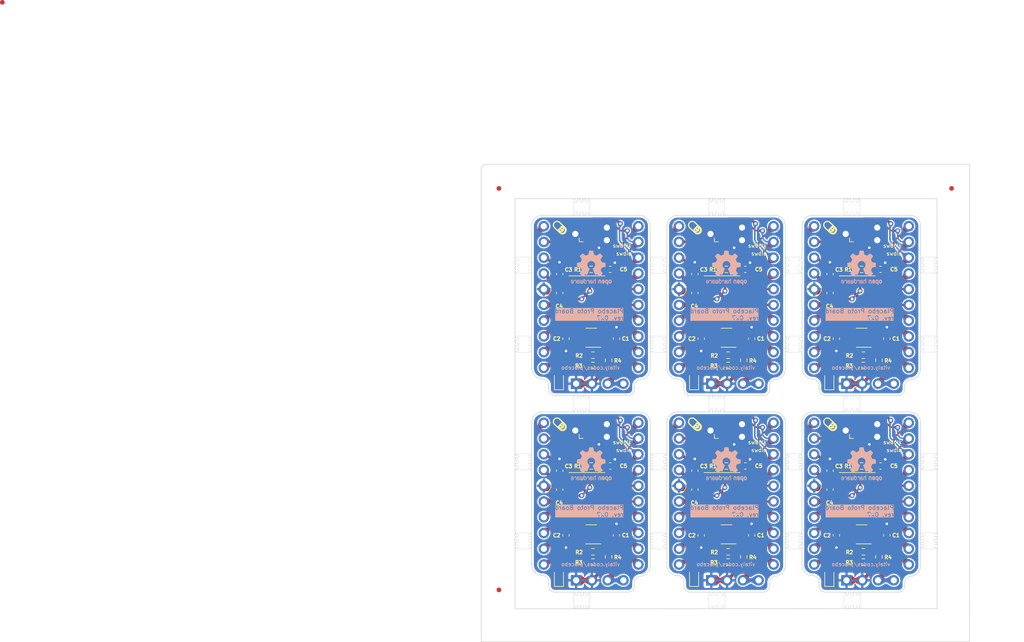
<source format=kicad_pcb>
(kicad_pcb (version 20220621) (generator pcbnew)
  (title_block (title "Placebo") (date "2022-08-06") (rev "0x5") (company "vitaly.codes"))
  (layers (0 "F.Cu" signal) (31 "B.Cu" power) (34 "B.Paste" user) (35 "F.Paste" user) (36 "B.SilkS" user "B.Silkscreen") (37 "F.SilkS" user "F.Silkscreen") (38 "B.Mask" user) (39 "F.Mask" user) (44 "Edge.Cuts" user))
  (net 0 "")
  (footprint "Capacitor_SMD:C_0603_1608Metric" (layer "F.Cu") (at 112.592348 85.929 -90)
    (fp_text reference "C2")
    (fp_text value "1uF")
  )
  (footprint "Resistor_SMD:R_0603_1608Metric" (layer "F.Cu") (at 95.155748 90.247)
    (fp_text reference "R3")
    (fp_text value "DNP")
  )
  (footprint "Package_TO_SOT_SMD:TSOT-23-5_HandSoldering" (layer "F.Cu") (at 94.876348 54.102 180)
    (fp_text reference "U1" hide)
    (fp_text value "AP7370-33W5-7")
  )
  (footprint "placebo:Tag-Connect_TC2030-IDC-NL_2x03_P1.27mm_Vertical" (layer "F.Cu") (at 94.850948 37.338)
    (fp_text reference "J2" hide)
    (fp_text value "TagConnect")
  )
  (footprint "placebo:Mousebite" (layer "F.Cu") (at 127.5832 55.1434 180)
    (fp_text reference "REF**" hide)
    (fp_text value "Mousebite")
    (fp_rect (start -1.2319 -1.2954) (end 1.3843 1.3208) (stroke (width 0.05)) (fill none) (layer "Edge.Cuts"))
  )
  (footprint "Package_SO:TSSOP-20_4.4x6.5mm_P0.65mm" (layer "F.Cu") (at 138.436348 79.198)
    (fp_text reference "U2" hide)
    (fp_text value "STM32G0xxFx")
  )
  (footprint "placebo:Mousebite" (layer "F.Cu") (at 93.3577 96.3422 -90)
    (fp_text reference "REF**" hide)
    (fp_text value "Mousebite")
    (fp_rect (start -1.2319 -1.2954) (end 1.3843 1.3208) (stroke (width 0.05)) (fill none) (layer "Edge.Cuts"))
  )
  (footprint "placebo:Mousebite" (layer "F.Cu") (at 93.331111 32.9438 -90)
    (fp_text reference "REF**" hide)
    (fp_text value "Mousebite")
    (fp_rect (start -1.2319 -1.2954) (end 1.3843 1.3208) (stroke (width 0.05)) (fill none) (layer "Edge.Cuts"))
  )
  (footprint "Capacitor_SMD:C_0603_1608Metric" (layer "F.Cu") (at 119.704348 43.053)
    (fp_text reference "C5")
    (fp_text value "100nF")
  )
  (footprint "Resistor_SMD:R_0603_1608Metric" (layer "F.Cu") (at 138.715748 56.896 180)
    (fp_text reference "R2")
    (fp_text value "DNP")
  )
  (footprint "placebo:Mousebite" (layer "F.Cu") (at 127.5832 86.8434 180)
    (fp_text reference "REF**" hide)
    (fp_text value "Mousebite")
    (fp_rect (start -1.2319 -1.2954) (end 1.3843 1.3208) (stroke (width 0.05)) (fill none) (layer "Edge.Cuts"))
  )
  (footprint "placebo:Mousebite" (layer "F.Cu") (at 105.8032 55.1434 180)
    (fp_text reference "REF**" hide)
    (fp_text value "Mousebite")
    (fp_rect (start -1.2319 -1.2954) (end 1.3843 1.3208) (stroke (width 0.05)) (fill none) (layer "Edge.Cuts"))
  )
  (footprint "Package_SO:TSSOP-20_4.4x6.5mm_P0.65mm" (layer "F.Cu") (at 138.436348 47.498)
    (fp_text reference "U2" hide)
    (fp_text value "STM32G0xxFx")
  )
  (footprint "Resistor_SMD:R_0603_1608Metric" (layer "F.Cu") (at 138.715748 90.247)
    (fp_text reference "R3")
    (fp_text value "DNP")
  )
  (footprint "Package_TO_SOT_SMD:TSOT-23-5_HandSoldering" (layer "F.Cu") (at 138.436348 85.802 180)
    (fp_text reference "U1" hide)
    (fp_text value "AP7370-33W5-7")
  )
  (footprint "Resistor_SMD:R_0603_1608Metric" (layer "F.Cu") (at 119.450348 57.7088 90)
    (fp_text reference "R4")
    (fp_text value "DNP")
  )
  (footprint "Resistor_SMD:R_0603_1608Metric" (layer "F.Cu") (at 141.230348 89.4088 90)
    (fp_text reference "R4")
    (fp_text value "DNP")
  )
  (footprint "Resistor_SMD:R_0603_1608Metric" (layer "F.Cu") (at 94.876348 43.053 180)
    (fp_text reference "R1")
    (fp_text value "10K")
  )
  (footprint "placebo:Mousebite" (layer "F.Cu") (at 136.891111 32.9438 -90)
    (fp_text reference "REF**" hide)
    (fp_text value "Mousebite")
    (fp_rect (start -1.2319 -1.2954) (end 1.3843 1.3208) (stroke (width 0.05)) (fill none) (layer "Edge.Cuts"))
  )
  (footprint "placebo:Mousebite" (layer "F.Cu") (at 115.111111 32.9438 -90)
    (fp_text reference "REF**" hide)
    (fp_text value "Mousebite")
    (fp_rect (start -1.2319 -1.2954) (end 1.3843 1.3208) (stroke (width 0.05)) (fill none) (layer "Edge.Cuts"))
  )
  (footprint "Capacitor_SMD:C_0603_1608Metric" (layer "F.Cu") (at 90.812348 54.229 -90)
    (fp_text reference "C2")
    (fp_text value "1uF")
  )
  (footprint "placebo:PlaceboConnect_Cutout" (layer "F.Cu") (at 95.003348 47.498)
    (fp_text reference "U3" hide)
    (fp_text value "PlaceboConnect")
    (fp_line (start -9.728132 -11.43) (end -9.728132 11.506049) (stroke (width 0.1)) (layer "Edge.Cuts"))
    (fp_line (start -6.985 14.299986) (end -6.9862 14.83062) (stroke (width 0.1)) (layer "Edge.Cuts"))
    (fp_line (start -5.971468 15.897357) (end 5.763767 15.896675) (stroke (width 0.1)) (layer "Edge.Cuts"))
    (fp_line (start 6.830504 14.3256) (end 6.830504 14.881943) (stroke (width 0.1)) (layer "Edge.Cuts"))
    (fp_line (start 7.643353 -13.160118) (end -8.000932 -13.160118) (stroke (width 0.1)) (layer "Edge.Cuts"))
    (fp_line (start 9.370553 -11.432918) (end 9.37049 11.608457) (stroke (width 0.1)) (layer "Edge.Cuts"))
    (fp_arc (start -9.728132 -11.43) (mid -9.223279 -12.653201) (end -8.000932 -13.160118) (stroke (width 0.1)) (layer "Edge.Cuts"))
    (fp_arc (start -8.001 13.233249) (mid -9.222269 12.727338) (end -9.728132 11.506049) (stroke (width 0.1)) (layer "Edge.Cuts"))
    (fp_arc (start -8.000932 13.233249) (mid -7.264378 13.548916) (end -6.985 14.299986) (stroke (width 0.1)) (layer "Edge.Cuts"))
    (fp_arc (start -5.971468 15.897357) (mid -6.707607 15.581609) (end -6.9862 14.83062) (stroke (width 0.1)) (layer "Edge.Cuts"))
    (fp_arc (start 6.830504 14.3256) (mid 7.101764 13.6573) (end 7.747 13.335) (stroke (width 0.1)) (layer "Edge.Cuts"))
    (fp_arc (start 6.830504 14.881943) (mid 6.514753 15.61808) (end 5.763767 15.896675) (stroke (width 0.1)) (layer "Edge.Cuts"))
    (fp_arc (start 7.643353 -13.160118) (mid 8.864665 -12.654232) (end 9.370553 -11.432918) (stroke (width 0.1)) (layer "Edge.Cuts"))
    (fp_arc (start 9.37049 11.608457) (mid 8.900859 12.793422) (end 7.747 13.335) (stroke (width 0.1)) (layer "Edge.Cuts"))
  )
  (footprint "Package_TO_SOT_SMD:TSOT-23-5_HandSoldering" (layer "F.Cu") (at 94.876348 85.802 180)
    (fp_text reference "U1" hide)
    (fp_text value "AP7370-33W5-7")
  )
  (footprint "LED_SMD:LED_0603_1608Metric" (layer "F.Cu") (at 89.669348 92.6854 90)
    (fp_text reference "D1" hide)
    (fp_text value "DNP")
  )
  (footprint "Capacitor_SMD:C_0603_1608Metric" (layer "F.Cu") (at 133.356348 43.815 90)
    (fp_text reference "C3")
    (fp_text value "100nF")
  )
  (footprint "Capacitor_SMD:C_0603_1608Metric" (layer "F.Cu") (at 90.812348 85.929 -90)
    (fp_text reference "C2")
    (fp_text value "1uF")
  )
  (footprint "Capacitor_SMD:C_0603_1608Metric" (layer "F.Cu") (at 111.576348 43.815 90)
    (fp_text reference "C3")
    (fp_text value "100nF")
  )
  (footprint "LED_SMD:LED_0603_1608Metric" (layer "F.Cu") (at 111.449348 92.6854 90)
    (fp_text reference "D1" hide)
    (fp_text value "DNP")
  )
  (footprint "placebo:Mousebite" (layer "F.Cu") (at 149.352 74.0799 180)
    (fp_text reference "REF**11" hide)
    (fp_text value "Mousebite")
    (fp_rect (start -1.2319 -1.2954) (end 1.3843 1.3208) (stroke (width 0.05)) (fill none) (layer "Edge.Cuts"))
  )
  (footprint "Package_SO:TSSOP-20_4.4x6.5mm_P0.65mm" (layer "F.Cu") (at 94.876348 79.198)
    (fp_text reference "U2" hide)
    (fp_text value "STM32G0xxFx")
  )
  (footprint "Package_SO:TSSOP-20_4.4x6.5mm_P0.65mm" (layer "F.Cu") (at 116.656348 47.498)
    (fp_text reference "U2" hide)
    (fp_text value "STM32G0xxFx")
  )
  (footprint "Resistor_SMD:R_0603_1608Metric" (layer "F.Cu") (at 141.230348 57.7088 90)
    (fp_text reference "R4")
    (fp_text value "DNP")
  )
  (footprint "Capacitor_SMD:C_0603_1608Metric" (layer "F.Cu") (at 133.356348 78.563 -90)
    (fp_text reference "C4")
    (fp_text value "10uF")
  )
  (footprint "placebo:Mousebite" (layer "F.Cu") (at 115.1377 96.3422 -90)
    (fp_text reference "REF**4" hide)
    (fp_text value "Mousebite")
    (fp_rect (start -1.2319 -1.2954) (end 1.3843 1.3208) (stroke (width 0.05)) (fill none) (layer "Edge.Cuts"))
  )
  (footprint "Fiducial:Fiducial_0.5mm_Mask1.5mm" (layer "F.Cu") (at 118.180348 41.1226)
    (fp_text reference "FID1" hide)
    (fp_text value "Fiducial")
  )
  (footprint "Resistor_SMD:R_0603_1608Metric" (layer "F.Cu") (at 138.715748 88.596 180)
    (fp_text reference "R2")
    (fp_text value "DNP")
  )
  (footprint "LOGO" (layer "F.Cu") (at 89.796348 68.022 8)
    (fp_text reference "LOGO1" hide)
    (fp_text value "LOGO" hide)
  )
  (footprint "placebo:Mousebite" (layer "F.Cu") (at 105.8032 86.8434 180)
    (fp_text reference "REF**" hide)
    (fp_text value "Mousebite")
    (fp_rect (start -1.2319 -1.2954) (end 1.3843 1.3208) (stroke (width 0.05)) (fill none) (layer "Edge.Cuts"))
  )
  (footprint "Resistor_SMD:R_0603_1608Metric" (layer "F.Cu") (at 95.155748 56.896 180)
    (fp_text reference "R2")
    (fp_text value "DNP")
  )
  (footprint "Capacitor_SMD:C_0603_1608Metric" (layer "F.Cu") (at 134.372348 54.229 -90)
    (fp_text reference "C2")
    (fp_text value "1uF")
  )
  (footprint "Package_TO_SOT_SMD:TSOT-23-5_HandSoldering" (layer "F.Cu") (at 116.656348 54.102 180)
    (fp_text reference "U1" hide)
    (fp_text value "AP7370-33W5-7")
  )
  (footprint "Resistor_SMD:R_0603_1608Metric" (layer "F.Cu") (at 116.935748 58.547)
    (fp_text reference "R3")
    (fp_text value "DNP")
  )
  (footprint "Resistor_SMD:R_0603_1608Metric" (layer "F.Cu") (at 119.450348 89.4088 90)
    (fp_text reference "R4")
    (fp_text value "DNP")
  )
  (footprint "Fiducial:Fiducial_0.5mm_Mask1.5mm" (layer "F.Cu") (at 139.960348 41.1226)
    (fp_text reference "FID1" hide)
    (fp_text value "Fiducial")
  )
  (footprint "placebo:PlaceboConnect_Cutout" (layer "F.Cu") (at 116.783348 47.498)
    (fp_text reference "U3" hide)
    (fp_text value "PlaceboConnect")
    (fp_line (start -9.728132 -11.43) (end -9.728132 11.506049) (stroke (width 0.1)) (layer "Edge.Cuts"))
    (fp_line (start -6.985 14.299986) (end -6.9862 14.83062) (stroke (width 0.1)) (layer "Edge.Cuts"))
    (fp_line (start -5.971468 15.897357) (end 5.763767 15.896675) (stroke (width 0.1)) (layer "Edge.Cuts"))
    (fp_line (start 6.830504 14.3256) (end 6.830504 14.881943) (stroke (width 0.1)) (layer "Edge.Cuts"))
    (fp_line (start 7.643353 -13.160118) (end -8.000932 -13.160118) (stroke (width 0.1)) (layer "Edge.Cuts"))
    (fp_line (start 9.370553 -11.432918) (end 9.37049 11.608457) (stroke (width 0.1)) (layer "Edge.Cuts"))
    (fp_arc (start -9.728132 -11.43) (mid -9.223279 -12.653201) (end -8.000932 -13.160118) (stroke (width 0.1)) (layer "Edge.Cuts"))
    (fp_arc (start -8.001 13.233249) (mid -9.222269 12.727338) (end -9.728132 11.506049) (stroke (width 0.1)) (layer "Edge.Cuts"))
    (fp_arc (start -8.000932 13.233249) (mid -7.264378 13.548916) (end -6.985 14.299986) (stroke (width 0.1)) (layer "Edge.Cuts"))
    (fp_arc (start -5.971468 15.897357) (mid -6.707607 15.581609) (end -6.9862 14.83062) (stroke (width 0.1)) (layer "Edge.Cuts"))
    (fp_arc (start 6.830504 14.3256) (mid 7.101764 13.6573) (end 7.747 13.335) (stroke (width 0.1)) (layer "Edge.Cuts"))
    (fp_arc (start 6.830504 14.881943) (mid 6.514753 15.61808) (end 5.763767 15.896675) (stroke (width 0.1)) (layer "Edge.Cuts"))
    (fp_arc (start 7.643353 -13.160118) (mid 8.864665 -12.654232) (end 9.370553 -11.432918) (stroke (width 0.1)) (layer "Edge.Cuts"))
    (fp_arc (start 9.37049 11.608457) (mid 8.900859 12.793422) (end 7.747 13.335) (stroke (width 0.1)) (layer "Edge.Cuts"))
  )
  (footprint "Capacitor_SMD:C_0603_1608Metric" (layer "F.Cu") (at 120.720348 85.929 90)
    (fp_text reference "C1")
    (fp_text value "1uF")
  )
  (footprint "Capacitor_SMD:C_0603_1608Metric" (layer "F.Cu") (at 142.500348 54.229 90)
    (fp_text reference "C1")
    (fp_text value "1uF")
  )
  (footprint "Resistor_SMD:R_0603_1608Metric" (layer "F.Cu") (at 138.436348 43.053 180)
    (fp_text reference "R1")
    (fp_text value "10K")
  )
  (footprint "Capacitor_SMD:C_0603_1608Metric" (layer "F.Cu") (at 141.484348 74.753)
    (fp_text reference "C5")
    (fp_text value "100nF")
  )
  (footprint "placebo:Tag-Connect_TC2030-IDC-NL_2x03_P1.27mm_Vertical" (layer "F.Cu") (at 116.630948 37.338)
    (fp_text reference "J2" hide)
    (fp_text value "TagConnect")
  )
  (footprint "Package_TO_SOT_SMD:TSOT-23-5_HandSoldering" (layer "F.Cu") (at 116.656348 85.802 180)
    (fp_text reference "U1" hide)
    (fp_text value "AP7370-33W5-7")
  )
  (footprint "placebo:Mousebite" (layer "F.Cu") (at 115.111111 64.6438 -90)
    (fp_text reference "REF**" hide)
    (fp_text value "Mousebite")
    (fp_rect (start -1.2319 -1.2954) (end 1.3843 1.3208) (stroke (width 0.05)) (fill none) (layer "Edge.Cuts"))
  )
  (footprint "Package_SO:TSSOP-20_4.4x6.5mm_P0.65mm" (layer "F.Cu") (at 116.656348 79.198)
    (fp_text reference "U2" hide)
    (fp_text value "STM32G0xxFx")
  )
  (footprint "LOGO" (layer "F.Cu") (at 133.356348 68.022 8)
    (fp_text reference "LOGO1" hide)
    (fp_text value "LOGO" hide)
  )
  (footprint "Package_SO:TSSOP-20_4.4x6.5mm_P0.65mm" (layer "F.Cu") (at 94.876348 47.498)
    (fp_text reference "U2" hide)
    (fp_text value "STM32G0xxFx")
  )
  (footprint "placebo:Tag-Connect_TC2030-IDC-NL_2x03_P1.27mm_Vertical" (layer "F.Cu") (at 94.850948 69.038)
    (fp_text reference "J2" hide)
    (fp_text value "TagConnect")
  )
  (footprint "" (layer "F.Cu") (at 0 0)
    (fp_text reference "")
    (fp_text value "")
  )
  (footprint "Capacitor_SMD:C_0603_1608Metric" (layer "F.Cu") (at 133.356348 46.863 -90)
    (fp_text reference "C4")
    (fp_text value "10uF")
  )
  (footprint "Capacitor_SMD:C_0603_1608Metric" (layer "F.Cu") (at 120.720348 54.229 90)
    (fp_text reference "C1")
    (fp_text value "1uF")
  )
  (footprint "Capacitor_SMD:C_0603_1608Metric" (layer "F.Cu") (at 112.592348 54.229 -90)
    (fp_text reference "C2")
    (fp_text value "1uF")
  )
  (footprint "placebo:Mousebite" (layer "F.Cu") (at 149.352 42.3799 180)
    (fp_text reference "REF**" hide)
    (fp_text value "Mousebite")
    (fp_rect (start -1.2319 -1.2954) (end 1.3843 1.3208) (stroke (width 0.05)) (fill none) (layer "Edge.Cuts"))
  )
  (footprint "Capacitor_SMD:C_0603_1608Metric" (layer "F.Cu") (at 142.500348 85.929 90)
    (fp_text reference "C1")
    (fp_text value "1uF")
  )
  (footprint "Resistor_SMD:R_0603_1608Metric" (layer "F.Cu") (at 94.876348 74.753 180)
    (fp_text reference "R1")
    (fp_text value "10K")
  )
  (footprint "Fiducial:Fiducial_0.75mm_Mask2.25mm" (layer "F.Cu") (at 80 30)
    (fp_text reference "FID1000" hide)
    (fp_text value "Fiducial_0.75mm_Mask2.25mm")
  )
  (footprint "Resistor_SMD:R_0603_1608Metric" (layer "F.Cu") (at 116.935748 56.896 180)
    (fp_text reference "R2")
    (fp_text value "DNP")
  )
  (footprint "LOGO" (layer "F.Cu") (at 133.356348 36.322 8)
    (fp_text reference "LOGO1" hide)
    (fp_text value "LOGO" hide)
  )
  (footprint "Capacitor_SMD:C_0603_1608Metric" (layer "F.Cu") (at 133.356348 75.515 90)
    (fp_text reference "C3")
    (fp_text value "100nF")
  )
  (footprint "placebo:Mousebite" (layer "F.Cu") (at 127.5832 74.1053 180)
    (fp_text reference "REF**" hide)
    (fp_text value "Mousebite")
    (fp_rect (start -1.2319 -1.2954) (end 1.3843 1.3208) (stroke (width 0.05)) (fill none) (layer "Edge.Cuts"))
  )
  (footprint "Fiducial:Fiducial_0.5mm_Mask1.5mm" (layer "F.Cu") (at 118.180348 72.8226)
    (fp_text reference "FID1" hide)
    (fp_text value "Fiducial")
  )
  (footprint "LED_SMD:LED_0603_1608Metric" (layer "F.Cu") (at 133.229348 60.9854 90)
    (fp_text reference "D1" hide)
    (fp_text value "DNP")
  )
  (footprint "Resistor_SMD:R_0603_1608Metric" (layer "F.Cu") (at 95.155748 58.547)
    (fp_text reference "R3")
    (fp_text value "DNP")
  )
  (footprint "Capacitor_SMD:C_0603_1608Metric" (layer "F.Cu") (at 89.796348 46.863 -90)
    (fp_text reference "C4")
    (fp_text value "10uF")
  )
  (footprint "Capacitor_SMD:C_0603_1608Metric" (layer "F.Cu") (at 134.372348 85.929 -90)
    (fp_text reference "C2")
    (fp_text value "1uF")
  )
  (footprint "placebo:Tag-Connect_TC2030-IDC-NL_2x03_P1.27mm_Vertical" (layer "F.Cu") (at 116.630948 69.038)
    (fp_text reference "J2" hide)
    (fp_text value "TagConnect")
  )
  (footprint "LED_SMD:LED_0603_1608Metric" (layer "F.Cu") (at 111.449348 60.9854 90)
    (fp_text reference "D1" hide)
    (fp_text value "DNP")
  )
  (footprint "placebo:Mousebite" (layer "F.Cu") (at 84.0232 42.4053 180)
    (fp_text reference "REF**" hide)
    (fp_text value "Mousebite")
    (fp_rect (start -1.2319 -1.2954) (end 1.3843 1.3208) (stroke (width 0.05)) (fill none) (layer "Edge.Cuts"))
  )
  (footprint "LED_SMD:LED_0603_1608Metric" (layer "F.Cu") (at 89.669348 60.9854 90)
    (fp_text reference "D1" hide)
    (fp_text value "DNP")
  )
  (footprint "placebo:Mousebite" (layer "F.Cu") (at 149.352 86.818 180)
    (fp_text reference "REF**9" hide)
    (fp_text value "Mousebite")
    (fp_rect (start -1.2319 -1.2954) (end 1.3843 1.3208) (stroke (width 0.05)) (fill none) (layer "Edge.Cuts"))
  )
  (footprint "placebo:Mousebite" (layer "F.Cu") (at 105.8032 74.1053 180)
    (fp_text reference "REF**" hide)
    (fp_text value "Mousebite")
    (fp_rect (start -1.2319 -1.2954) (end 1.3843 1.3208) (stroke (width 0.05)) (fill none) (layer "Edge.Cuts"))
  )
  (footprint "Capacitor_SMD:C_0603_1608Metric" (layer "F.Cu") (at 89.796348 78.563 -90)
    (fp_text reference "C4")
    (fp_text value "10uF")
  )
  (footprint "Capacitor_SMD:C_0603_1608Metric" (layer "F.Cu") (at 89.796348 43.815 90)
    (fp_text reference "C3")
    (fp_text value "100nF")
  )
  (footprint "placebo:PlaceboConnect_Cutout" (layer "F.Cu") (at 95.003348 79.198)
    (fp_text reference "U3" hide)
    (fp_text value "PlaceboConnect")
    (fp_line (start -9.728132 -11.43) (end -9.728132 11.506049) (stroke (width 0.1)) (layer "Edge.Cuts"))
    (fp_line (start -6.985 14.299986) (end -6.9862 14.83062) (stroke (width 0.1)) (layer "Edge.Cuts"))
    (fp_line (start -5.971468 15.897357) (end 5.763767 15.896675) (stroke (width 0.1)) (layer "Edge.Cuts"))
    (fp_line (start 6.830504 14.3256) (end 6.830504 14.881943) (stroke (width 0.1)) (layer "Edge.Cuts"))
    (fp_line (start 7.643353 -13.160118) (end -8.000932 -13.160118) (stroke (width 0.1)) (layer "Edge.Cuts"))
    (fp_line (start 9.370553 -11.432918) (end 9.37049 11.608457) (stroke (width 0.1)) (layer "Edge.Cuts"))
    (fp_arc (start -9.728132 -11.43) (mid -9.223279 -12.653201) (end -8.000932 -13.160118) (stroke (width 0.1)) (layer "Edge.Cuts"))
    (fp_arc (start -8.001 13.233249) (mid -9.222269 12.727338) (end -9.728132 11.506049) (stroke (width 0.1)) (layer "Edge.Cuts"))
    (fp_arc (start -8.000932 13.233249) (mid -7.264378 13.548916) (end -6.985 14.299986) (stroke (width 0.1)) (layer "Edge.Cuts"))
    (fp_arc (start -5.971468 15.897357) (mid -6.707607 15.581609) (end -6.9862 14.83062) (stroke (width 0.1)) (layer "Edge.Cuts"))
    (fp_arc (start 6.830504 14.3256) (mid 7.101764 13.6573) (end 7.747 13.335) (stroke (width 0.1)) (layer "Edge.Cuts"))
    (fp_arc (start 6.830504 14.881943) (mid 6.514753 15.61808) (end 5.763767 15.896675) (stroke (width 0.1)) (layer "Edge.Cuts"))
    (fp_arc (start 7.643353 -13.160118) (mid 8.864665 -12.654232) (end 9.370553 -11.432918) (stroke (width 0.1)) (layer "Edge.Cuts"))
    (fp_arc (start 9.37049 11.608457) (mid 8.900859 12.793422) (end 7.747 13.335) (stroke (width 0.1)) (layer "Edge.Cuts"))
  )
  (footprint "Resistor_SMD:R_0603_1608Metric" (layer "F.Cu") (at 116.935748 90.247)
    (fp_text reference "R3")
    (fp_text value "DNP")
  )
  (footprint "placebo:Mousebite" (layer "F.Cu") (at 149.352 55.118 180)
    (fp_text reference "REF**" hide)
    (fp_text value "Mousebite")
    (fp_rect (start -1.2319 -1.2954) (end 1.3843 1.3208) (stroke (width 0.05)) (fill none) (layer "Edge.Cuts"))
  )
  (footprint "placebo:PlaceboConnect_Cutout" (layer "F.Cu") (at 116.783348 79.198)
    (fp_text reference "U3" hide)
    (fp_text value "PlaceboConnect")
    (fp_line (start -9.728132 -11.43) (end -9.728132 11.506049) (stroke (width 0.1)) (layer "Edge.Cuts"))
    (fp_line (start -6.985 14.299986) (end -6.9862 14.83062) (stroke (width 0.1)) (layer "Edge.Cuts"))
    (fp_line (start -5.971468 15.897357) (end 5.763767 15.896675) (stroke (width 0.1)) (layer "Edge.Cuts"))
    (fp_line (start 6.830504 14.3256) (end 6.830504 14.881943) (stroke (width 0.1)) (layer "Edge.Cuts"))
    (fp_line (start 7.643353 -13.160118) (end -8.000932 -13.160118) (stroke (width 0.1)) (layer "Edge.Cuts"))
    (fp_line (start 9.370553 -11.432918) (end 9.37049 11.608457) (stroke (width 0.1)) (layer "Edge.Cuts"))
    (fp_arc (start -9.728132 -11.43) (mid -9.223279 -12.653201) (end -8.000932 -13.160118) (stroke (width 0.1)) (layer "Edge.Cuts"))
    (fp_arc (start -8.001 13.233249) (mid -9.222269 12.727338) (end -9.728132 11.506049) (stroke (width 0.1)) (layer "Edge.Cuts"))
    (fp_arc (start -8.000932 13.233249) (mid -7.264378 13.548916) (end -6.985 14.299986) (stroke (width 0.1)) (layer "Edge.Cuts"))
    (fp_arc (start -5.971468 15.897357) (mid -6.707607 15.581609) (end -6.9862 14.83062) (stroke (width 0.1)) (layer "Edge.Cuts"))
    (fp_arc (start 6.830504 14.3256) (mid 7.101764 13.6573) (end 7.747 13.335) (stroke (width 0.1)) (layer "Edge.Cuts"))
    (fp_arc (start 6.830504 14.881943) (mid 6.514753 15.61808) (end 5.763767 15.896675) (stroke (width 0.1)) (layer "Edge.Cuts"))
    (fp_arc (start 7.643353 -13.160118) (mid 8.864665 -12.654232) (end 9.370553 -11.432918) (stroke (width 0.1)) (layer "Edge.Cuts"))
    (fp_arc (start 9.37049 11.608457) (mid 8.900859 12.793422) (end 7.747 13.335) (stroke (width 0.1)) (layer "Edge.Cuts"))
  )
  (footprint "placebo:Mousebite" (layer "F.Cu") (at 84.0232 86.8434 180)
    (fp_text reference "REF**" hide)
    (fp_text value "Mousebite")
    (fp_rect (start -1.2319 -1.2954) (end 1.3843 1.3208) (stroke (width 0.05)) (fill none) (layer "Edge.Cuts"))
  )
  (footprint "Resistor_SMD:R_0603_1608Metric" (layer "F.Cu") (at 97.670348 89.4088 90)
    (fp_text reference "R4")
    (fp_text value "DNP")
  )
  (footprint "Resistor_SMD:R_0603_1608Metric" (layer "F.Cu") (at 116.656348 74.753 180)
    (fp_text reference "R1")
    (fp_text value "10K")
  )
  (footprint "Capacitor_SMD:C_0603_1608Metric" (layer "F.Cu") (at 98.940348 54.229 90)
    (fp_text reference "C1")
    (fp_text value "1uF")
  )
  (footprint "Capacitor_SMD:C_0603_1608Metric" (layer "F.Cu") (at 97.924348 74.753)
    (fp_text reference "C5")
    (fp_text value "100nF")
  )
  (footprint "LOGO" (layer "F.Cu") (at 111.576348 36.322 8)
    (fp_text reference "LOGO1" hide)
    (fp_text value "LOGO" hide)
  )
  (footprint "Capacitor_SMD:C_0603_1608Metric" (layer "F.Cu") (at 141.484348 43.053)
    (fp_text reference "C5")
    (fp_text value "100nF")
  )
  (footprint "Resistor_SMD:R_0603_1608Metric" (layer "F.Cu") (at 138.715748 58.547)
    (fp_text reference "R3")
    (fp_text value "DNP")
  )
  (footprint "Resistor_SMD:R_0603_1608Metric" (layer "F.Cu") (at 138.436348 74.753 180)
    (fp_text reference "R1")
    (fp_text value "10K")
  )
  (footprint "Resistor_SMD:R_0603_1608Metric" (layer "F.Cu") (at 116.656348 43.053 180)
    (fp_text reference "R1")
    (fp_text value "10K")
  )
  (footprint "Capacitor_SMD:C_0603_1608Metric" (layer "F.Cu") (at 98.940348 85.929 90)
    (fp_text reference "C1")
    (fp_text value "1uF")
  )
  (footprint "placebo:Mousebite" (layer "F.Cu") (at 105.8032 42.4053 180)
    (fp_text reference "REF**" hide)
    (fp_text value "Mousebite")
    (fp_rect (start -1.2319 -1.2954) (end 1.3843 1.3208) (stroke (width 0.05)) (fill none) (layer "Edge.Cuts"))
  )
  (footprint "Capacitor_SMD:C_0603_1608Metric" (layer "F.Cu") (at 97.924348 43.053)
    (fp_text reference "C5")
    (fp_text value "100nF")
  )
  (footprint "placebo:Mousebite" (layer "F.Cu") (at 136.891111 64.6438 -90)
    (fp_text reference "REF**" hide)
    (fp_text value "Mousebite")
    (fp_rect (start -1.2319 -1.2954) (end 1.3843 1.3208) (stroke (width 0.05)) (fill none) (layer "Edge.Cuts"))
  )
  (footprint "LOGO" (layer "F.Cu") (at 89.796348 36.322 8)
    (fp_text reference "LOGO1" hide)
    (fp_text value "LOGO" hide)
  )
  (footprint "placebo:Tag-Connect_TC2030-IDC-NL_2x03_P1.27mm_Vertical" (layer "F.Cu") (at 138.410948 69.038)
    (fp_text reference "J2" hide)
    (fp_text value "TagConnect")
  )
  (footprint "Fiducial:Fiducial_0.5mm_Mask1.5mm" (layer "F.Cu") (at 96.400348 41.1226)
    (fp_text reference "FID1" hide)
    (fp_text value "Fiducial")
  )
  (footprint "Capacitor_SMD:C_0603_1608Metric" (layer "F.Cu") (at 89.796348 75.515 90)
    (fp_text reference "C3")
    (fp_text value "100nF")
  )
  (footprint "placebo:Mousebite" (layer "F.Cu") (at 127.5832 42.4053 180)
    (fp_text reference "REF**" hide)
    (fp_text value "Mousebite")
    (fp_rect (start -1.2319 -1.2954) (end 1.3843 1.3208) (stroke (width 0.05)) (fill none) (layer "Edge.Cuts"))
  )
  (footprint "Fiducial:Fiducial_0.75mm_Mask2.25mm" (layer "F.Cu") (at 152.930531 30)
    (fp_text reference "REF**" hide)
    (fp_text value "Fiducial_0.75mm_Mask2.25mm")
  )
  (footprint "Capacitor_SMD:C_0603_1608Metric" (layer "F.Cu") (at 111.576348 78.563 -90)
    (fp_text reference "C4")
    (fp_text value "10uF")
  )
  (footprint "Package_TO_SOT_SMD:TSOT-23-5_HandSoldering" (layer "F.Cu") (at 138.436348 54.102 180)
    (fp_text reference "U1" hide)
    (fp_text value "AP7370-33W5-7")
  )
  (footprint "LOGO" (layer "F.Cu") (at 111.576348 68.022 8)
    (fp_text reference "LOGO1" hide)
    (fp_text value "LOGO" hide)
  )
  (footprint "LED_SMD:LED_0603_1608Metric" (layer "F.Cu") (at 133.229348 92.6854 90)
    (fp_text reference "D1" hide)
    (fp_text value "DNP")
  )
  (footprint "placebo:Tag-Connect_TC2030-IDC-NL_2x03_P1.27mm_Vertical" (layer "F.Cu") (at 138.410948 37.338)
    (fp_text reference "J2" hide)
    (fp_text value "TagConnect")
  )
  (footprint "placebo:PlaceboConnect_Cutout" (layer "F.Cu") (at 138.563348 79.198)
    (fp_text reference "U3" hide)
    (fp_text value "PlaceboConnect")
    (fp_line (start -9.728132 -11.43) (end -9.728132 11.506049) (stroke (width 0.1)) (layer "Edge.Cuts"))
    (fp_line (start -6.985 14.299986) (end -6.9862 14.83062) (stroke (width 0.1)) (layer "Edge.Cuts"))
    (fp_line (start -5.971468 15.897357) (end 5.763767 15.896675) (stroke (width 0.1)) (layer "Edge.Cuts"))
    (fp_line (start 6.830504 14.3256) (end 6.830504 14.881943) (stroke (width 0.1)) (layer "Edge.Cuts"))
    (fp_line (start 7.643353 -13.160118) (end -8.000932 -13.160118) (stroke (width 0.1)) (layer "Edge.Cuts"))
    (fp_line (start 9.370553 -11.432918) (end 9.37049 11.608457) (stroke (width 0.1)) (layer "Edge.Cuts"))
    (fp_arc (start -9.728132 -11.43) (mid -9.223279 -12.653201) (end -8.000932 -13.160118) (stroke (width 0.1)) (layer "Edge.Cuts"))
    (fp_arc (start -8.001 13.233249) (mid -9.222269 12.727338) (end -9.728132 11.506049) (stroke (width 0.1)) (layer "Edge.Cuts"))
    (fp_arc (start -8.000932 13.233249) (mid -7.264378 13.548916) (end -6.985 14.299986) (stroke (width 0.1)) (layer "Edge.Cuts"))
    (fp_arc (start -5.971468 15.897357) (mid -6.707607 15.581609) (end -6.9862 14.83062) (stroke (width 0.1)) (layer "Edge.Cuts"))
    (fp_arc (start 6.830504 14.3256) (mid 7.101764 13.6573) (end 7.747 13.335) (stroke (width 0.1)) (layer "Edge.Cuts"))
    (fp_arc (start 6.830504 14.881943) (mid 6.514753 15.61808) (end 5.763767 15.896675) (stroke (width 0.1)) (layer "Edge.Cuts"))
    (fp_arc (start 7.643353 -13.160118) (mid 8.864665 -12.654232) (end 9.370553 -11.432918) (stroke (width 0.1)) (layer "Edge.Cuts"))
    (fp_arc (start 9.37049 11.608457) (mid 8.900859 12.793422) (end 7.747 13.335) (stroke (width 0.1)) (layer "Edge.Cuts"))
  )
  (footprint "placebo:Mousebite" (layer "F.Cu") (at 136.9177 96.3422 -90)
    (fp_text reference "REF**8" hide)
    (fp_text value "Mousebite")
    (fp_rect (start -1.2319 -1.2954) (end 1.3843 1.3208) (stroke (width 0.05)) (fill none) (layer "Edge.Cuts"))
  )
  (footprint "Resistor_SMD:R_0603_1608Metric" (layer "F.Cu") (at 97.670348 57.7088 90)
    (fp_text reference "R4")
    (fp_text value "DNP")
  )
  (footprint "Resistor_SMD:R_0603_1608Metric" (layer "F.Cu") (at 116.935748 88.596 180)
    (fp_text reference "R2")
    (fp_text value "DNP")
  )
  (footprint "Resistor_SMD:R_0603_1608Metric" (layer "F.Cu") (at 95.155748 88.596 180)
    (fp_text reference "R2")
    (fp_text value "DNP")
  )
  (footprint "placebo:PlaceboConnect_Cutout" (layer "F.Cu") (at 138.563348 47.498)
    (fp_text reference "U3" hide)
    (fp_text value "PlaceboConnect")
    (fp_line (start -9.728132 -11.43) (end -9.728132 11.506049) (stroke (width 0.1)) (layer "Edge.Cuts"))
    (fp_line (start -6.985 14.299986) (end -6.9862 14.83062) (stroke (width 0.1)) (layer "Edge.Cuts"))
    (fp_line (start -5.971468 15.897357) (end 5.763767 15.896675) (stroke (width 0.1)) (layer "Edge.Cuts"))
    (fp_line (start 6.830504 14.3256) (end 6.830504 14.881943) (stroke (width 0.1)) (layer "Edge.Cuts"))
    (fp_line (start 7.643353 -13.160118) (end -8.000932 -13.160118) (stroke (width 0.1)) (layer "Edge.Cuts"))
    (fp_line (start 9.370553 -11.432918) (end 9.37049 11.608457) (stroke (width 0.1)) (layer "Edge.Cuts"))
    (fp_arc (start -9.728132 -11.43) (mid -9.223279 -12.653201) (end -8.000932 -13.160118) (stroke (width 0.1)) (layer "Edge.Cuts"))
    (fp_arc (start -8.001 13.233249) (mid -9.222269 12.727338) (end -9.728132 11.506049) (stroke (width 0.1)) (layer "Edge.Cuts"))
    (fp_arc (start -8.000932 13.233249) (mid -7.264378 13.548916) (end -6.985 14.299986) (stroke (width 0.1)) (layer "Edge.Cuts"))
    (fp_arc (start -5.971468 15.897357) (mid -6.707607 15.581609) (end -6.9862 14.83062) (stroke (width 0.1)) (layer "Edge.Cuts"))
    (fp_arc (start 6.830504 14.3256) (mid 7.101764 13.6573) (end 7.747 13.335) (stroke (width 0.1)) (layer "Edge.Cuts"))
    (fp_arc (start 6.830504 14.881943) (mid 6.514753 15.61808) (end 5.763767 15.896675) (stroke (width 0.1)) (layer "Edge.Cuts"))
    (fp_arc (start 7.643353 -13.160118) (mid 8.864665 -12.654232) (end 9.370553 -11.432918) (stroke (width 0.1)) (layer "Edge.Cuts"))
    (fp_arc (start 9.37049 11.608457) (mid 8.900859 12.793422) (end 7.747 13.335) (stroke (width 0.1)) (layer "Edge.Cuts"))
  )
  (footprint "placebo:Mousebite" (layer "F.Cu") (at 84.0232 55.1434 180)
    (fp_text reference "REF**" hide)
    (fp_text value "Mousebite")
    (fp_rect (start -1.2319 -1.2954) (end 1.3843 1.3208) (stroke (width 0.05)) (fill none) (layer "Edge.Cuts"))
  )
  (footprint "Fiducial:Fiducial_0.5mm_Mask1.5mm" (layer "F.Cu") (at 96.400348 72.8226)
    (fp_text reference "FID1" hide)
    (fp_text value "Fiducial")
  )
  (footprint "Fiducial:Fiducial_0.75mm_Mask2.25mm" (layer "F.Cu") (at 80 94.73449)
    (fp_text reference "REF**" hide)
    (fp_text value "Fiducial_0.75mm_Mask2.25mm")
  )
  (footprint "Capacitor_SMD:C_0603_1608Metric" (layer "F.Cu") (at 111.576348 75.515 90)
    (fp_text reference "C3")
    (fp_text value "100nF")
  )
  (footprint "Capacitor_SMD:C_0603_1608Metric" (layer "F.Cu") (at 119.704348 74.753)
    (fp_text reference "C5")
    (fp_text value "100nF")
  )
  (footprint "Fiducial:Fiducial_0.5mm_Mask1.5mm" (layer "F.Cu") (at 139.960348 72.8226)
    (fp_text reference "FID1" hide)
    (fp_text value "Fiducial")
  )
  (footprint "placebo:Mousebite" (layer "F.Cu") (at 84.0232 74.1053 180)
    (fp_text reference "REF**" hide)
    (fp_text value "Mousebite")
    (fp_rect (start -1.2319 -1.2954) (end 1.3843 1.3208) (stroke (width 0.05)) (fill none) (layer "Edge.Cuts"))
  )
  (footprint "Capacitor_SMD:C_0603_1608Metric" (layer "F.Cu") (at 111.576348 46.863 -90)
    (fp_text reference "C4")
    (fp_text value "10uF")
  )
  (footprint "placebo:Mousebite" (layer "F.Cu") (at 93.331111 64.6438 -90)
    (fp_text reference "REF**" hide)
    (fp_text value "Mousebite")
    (fp_rect (start -1.2319 -1.2954) (end 1.3843 1.3208) (stroke (width 0.05)) (fill none) (layer "Edge.Cuts"))
  )
  (footprint "Symbol:OSHW-Logo2_7.3x6mm_SilkScreen" (layer "B.Cu") (at 94.876348 42.799 180)
    (fp_text reference "REF**" hide)
    (fp_text value "OSHW-Logo2_7.3x6mm_SilkScreen" hide)
  )
  (footprint "Symbol:OSHW-Logo2_7.3x6mm_SilkScreen" (layer "B.Cu") (at 116.656348 74.499 180)
    (fp_text reference "REF**" hide)
    (fp_text value "OSHW-Logo2_7.3x6mm_SilkScreen" hide)
  )
  (footprint "Symbol:OSHW-Logo2_7.3x6mm_SilkScreen" (layer "B.Cu") (at 138.436348 74.499 180)
    (fp_text reference "REF**" hide)
    (fp_text value "OSHW-Logo2_7.3x6mm_SilkScreen" hide)
  )
  (footprint "Symbol:OSHW-Logo2_7.3x6mm_SilkScreen" (layer "B.Cu") (at 138.436348 42.799 180)
    (fp_text reference "REF**" hide)
    (fp_text value "OSHW-Logo2_7.3x6mm_SilkScreen" hide)
  )
  (footprint "Symbol:OSHW-Logo2_7.3x6mm_SilkScreen" (layer "B.Cu") (at 94.876348 74.499 180)
    (fp_text reference "REF**" hide)
    (fp_text value "OSHW-Logo2_7.3x6mm_SilkScreen" hide)
  )
  (footprint "Symbol:OSHW-Logo2_7.3x6mm_SilkScreen" (layer "B.Cu") (at 116.656348 42.799 180)
    (fp_text reference "REF**" hide)
    (fp_text value "OSHW-Logo2_7.3x6mm_SilkScreen" hide)
  )
  (gr_circle (center 130.790948 46.2534) (end 131.942664 46.2534) (stroke (width 0.1)) (fill none) (layer "F.SilkS"))
  (gr_circle (center 130.790948 77.9534) (end 131.942664 77.9534) (stroke (width 0.1)) (fill none) (layer "F.SilkS"))
  (gr_circle (center 87.230948 46.2534) (end 88.382664 46.2534) (stroke (width 0.1)) (fill none) (layer "F.SilkS"))
  (gr_circle (center 109.010948 77.9534) (end 110.162664 77.9534) (stroke (width 0.1)) (fill none) (layer "F.SilkS"))
  (gr_circle (center 109.010948 46.2534) (end 110.162664 46.2534) (stroke (width 0.1)) (fill none) (layer "F.SilkS"))
  (gr_circle (center 87.230948 77.9534) (end 88.382664 77.9534) (stroke (width 0.1)) (fill none) (layer "F.SilkS"))
  (gr_line (start 77.1652 103.0986) (end 77.1652 26.924) (stroke (width 0.1)) (layer "Edge.Cuts"))
  (gr_line (start 82.6008 31.6484) (end 82.6008 97.782722) (stroke (width 0.1)) (layer "Edge.Cuts"))
  (gr_line (start 82.6008 31.6484) (end 150.5839 31.6484) (stroke (width 0.1)) (layer "Edge.Cuts"))
  (gr_line (start 155.8544 26.1112) (end 155.829 103.0986) (stroke (width 0.1)) (layer "Edge.Cuts"))
  (gr_line (start 155.829 103.0986) (end 77.1652 103.0986) (stroke (width 0.1)) (layer "Edge.Cuts"))
  (gr_line (start 77.978 26.1112) (end 155.8544 26.1112) (stroke (width 0.1)) (layer "Edge.Cuts"))
  (gr_line (start 150.5839 31.6484) (end 150.6093 97.746479) (stroke (width 0.1)) (layer "Edge.Cuts"))
  (gr_line (start 150.6093 97.746479) (end 82.6008 97.782722) (stroke (width 0.1)) (layer "Edge.Cuts"))
  (gr_arc (start 77.1652 26.924) (mid 77.403264 26.349264) (end 77.978 26.1112) (stroke (width 0.1)) (layer "Edge.Cuts"))
  (gr_text "vitaly.codes/placebo" (at 116.554748 58.9026) (layer "B.SilkS") (effects (font (size 0.6 0.6) (thickness 0.1)) (justify mirror)))
  (gr_text "vitaly.codes/placebo" (at 94.774748 58.9026) (layer "B.SilkS") (effects (font (size 0.6 0.6) (thickness 0.1)) (justify mirror)))
  (gr_text "vitaly.codes/placebo" (at 138.334748 58.9026) (layer "B.SilkS") (effects (font (size 0.6 0.6) (thickness 0.1)) (justify mirror)))
  (gr_text "Placebo Proto Board\nrev. 0x7" (at 100.159548 50.3428) (layer "B.SilkS" knockout) (effects (font (size 0.7 0.7) (thickness 0.1)) (justify left mirror)))
  (gr_text "vitaly.codes/placebo" (at 116.554748 90.6026) (layer "B.SilkS") (effects (font (size 0.6 0.6) (thickness 0.1)) (justify mirror)))
  (gr_text "vitaly.codes/placebo" (at 138.334748 90.6026) (layer "B.SilkS") (effects (font (size 0.6 0.6) (thickness 0.1)) (justify mirror)))
  (gr_text "Placebo Proto Board\nrev. 0x7" (at 121.939548 82.0428) (layer "B.SilkS" knockout) (effects (font (size 0.7 0.7) (thickness 0.1)) (justify left mirror)))
  (gr_text "Placebo Proto Board\nrev. 0x7" (at 143.719548 50.3428) (layer "B.SilkS" knockout) (effects (font (size 0.7 0.7) (thickness 0.1)) (justify left mirror)))
  (gr_text "Placebo Proto Board\nrev. 0x7" (at 143.719548 82.0428) (layer "B.SilkS" knockout) (effects (font (size 0.7 0.7) (thickness 0.1)) (justify left mirror)))
  (gr_text "Placebo Proto Board\nrev. 0x7" (at 100.159548 82.0428) (layer "B.SilkS" knockout) (effects (font (size 0.7 0.7) (thickness 0.1)) (justify left mirror)))
  (gr_text "vitaly.codes/placebo" (at 94.774748 90.6026) (layer "B.SilkS") (effects (font (size 0.6 0.6) (thickness 0.1)) (justify mirror)))
  (gr_text "Placebo Proto Board\nrev. 0x7" (at 121.939548 50.3428) (layer "B.SilkS" knockout) (effects (font (size 0.7 0.7) (thickness 0.1)) (justify left mirror)))
  (gr_text "swdclk\n" (at 143.414748 70.943) (layer "F.SilkS") (effects (font (size 0.6 0.6) (thickness 0.1))))
  (gr_text "swdio\n" (at 121.914148 40.513) (layer "F.SilkS") (effects (font (size 0.6 0.6) (thickness 0.1))))
  (gr_text "swdio\n" (at 143.694148 72.213) (layer "F.SilkS") (effects (font (size 0.6 0.6) (thickness 0.1))))
  (gr_text "swdclk\n" (at 121.634748 70.943) (layer "F.SilkS") (effects (font (size 0.6 0.6) (thickness 0.1))))
  (gr_text "swdclk\n" (at 143.414748 39.243) (layer "F.SilkS") (effects (font (size 0.6 0.6) (thickness 0.1))))
  (gr_text "swdio\n" (at 100.134148 72.213) (layer "F.SilkS") (effects (font (size 0.6 0.6) (thickness 0.1))))
  (gr_text "swdio\n" (at 143.694148 40.513) (layer "F.SilkS") (effects (font (size 0.6 0.6) (thickness 0.1))))
  (gr_text "swdclk\n" (at 121.634748 39.243) (layer "F.SilkS") (effects (font (size 0.6 0.6) (thickness 0.1))))
  (gr_text "swdclk\n" (at 99.854748 70.943) (layer "F.SilkS") (effects (font (size 0.6 0.6) (thickness 0.1))))
  (gr_text "swdio\n" (at 121.914148 72.213) (layer "F.SilkS") (effects (font (size 0.6 0.6) (thickness 0.1))))
  (gr_text "swdclk\n" (at 99.854748 39.243) (layer "F.SilkS") (effects (font (size 0.6 0.6) (thickness 0.1))))
  (gr_text "swdio\n" (at 100.134148 40.513) (layer "F.SilkS") (effects (font (size 0.6 0.6) (thickness 0.1))))
  (segment (start 100.317901 50.780553) (end 99.456794 49.919446) (width 0.25) (layer "F.Cu") (net 0))
  (segment (start 94.853262 37.975314) (end 94.850948 37.973) (width 0.25) (layer "F.Cu") (net 0))
  (segment (start 138.664948 53.588528) (end 138.664948 55.7276) (width 0.25) (layer "F.Cu") (net 0))
  (segment (start 93.580948 68.268214) (end 93.580948 68.403) (width 0.25) (layer "F.Cu") (net 0))
  (segment (start 119.541399 67.006) (end 117.886097 67.006) (width 0.25) (layer "F.Cu") (net 0))
  (segment (start 110.255548 43.007694) (end 110.255548 42.234728) (width 0.25) (layer "F.Cu") (net 0))
  (segment (start 144.209828 40.651627) (end 144.209828 43.422413) (width 0.25) (layer "F.Cu") (net 0))
  (segment (start 124.276348 51.298) (end 124.276348 51.181) (width 0.25) (layer "F.Cu") (net 0))
  (segment (start 134.900876 49.123) (end 135.573848 49.123) (width 0.25) (layer "F.Cu") (net 0))
  (segment (start 97.761399 67.006) (end 96.106097 67.006) (width 0.25) (layer "F.Cu") (net 0))
  (segment (start 113.653676 85.802) (end 114.24882 85.802) (width 0.5) (layer "F.Cu") (net 0))
  (segment (start 142.934294 68.328946) (end 141.816373 67.211025) (width 0.25) (layer "F.Cu") (net 0))
  (segment (start 119.518848 76.273) (end 118.585276 76.273) (width 0.25) (layer "F.Cu") (net 0))
  (segment (start 115.377661 36.415334) (end 115.372683 36.440351) (width 0.25) (layer "F.Cu") (net 0))
  (segment (start 91.500355 81.473) (end 92.013848 81.473) (width 0.25) (layer "F.Cu") (net 0))
  (segment (start 102.496348 75.378) (end 99.797794 78.076554) (width 0.25) (layer "F.Cu") (net 0))
  (segment (start 144.385901 50.463053) (end 143.192294 49.269446) (width 0.25) (layer "F.Cu") (net 0))
  (segment (start 95.263 87.585652) (end 96.423672 87.585652) (width 0.25) (layer "F.Cu") (net 0))
  (segment (start 93.597661 68.115334) (end 93.592683 68.140351) (width 0.25) (layer "F.Cu") (net 0))
  (segment (start 142.663241 81.473) (end 141.298848 81.473) (width 0.25) (layer "F.Cu") (net 0))
  (segment (start 116.097548 56.9341) (end 116.097548 58.5338) (width 0.25) (layer "F.Cu") (net 0))
  (segment (start 100.972348 83.806893) (end 100.972348 82.516607) (width 0.25) (layer "F.Cu") (net 0))
  (segment (start 94.596948 84.063856) (end 94.596948 87.394972) (width 0.25) (layer "F.Cu") (net 0))
  (segment (start 91.865477 74.617053) (end 89.031449 71.783025) (width 0.25) (layer "F.Cu") (net 0))
  (segment (start 109.210241 41.148) (end 109.036348 41.148) (width 0.25) (layer "F.Cu") (net 0))
  (segment (start 119.865241 85.802) (end 118.366348 85.802) (width 0.5) (layer "F.Cu") (net 0))
  (segment (start 111.550948 73.61) (end 111.576348 74.74) (width 0.5) (layer "F.Cu") (net 0))
  (segment (start 89.337084 51.729164) (end 91.146802 49.919446) (width 0.25) (layer "F.Cu") (net 0))
  (segment (start 112.592348 52.877328) (end 112.592348 53.454) (width 0.5) (layer "F.Cu") (net 0))
  (segment (start 115.363262 42.294965) (end 115.363262 37.975314) (width 0.25) (layer "F.Cu") (net 0))
  (segment (start 94.266748 79.370328) (end 94.266748 82.200672) (width 0.5) (layer "F.Cu") (net 0))
  (segment (start 144.786348 42.615107) (end 144.786348 43.734893) (width 0.25) (layer "F.Cu") (net 0))
  (segment (start 95.611122 67.211026) (end 95.055973 67.766175) (width 0.25) (layer "F.Cu") (net 0))
  (segment (start 94.850948 36.561149) (end 94.850948 36.703) (width 0.25) (layer "F.Cu") (net 0))
  (segment (start 98.940348 86.704) (end 98.940348 91.522472) (width 0.5) (layer "F.Cu") (net 0))
  (segment (start 142.017748 61.468) (end 140.991348 61.468) (width 0.5) (layer "F.Cu") (net 0))
  (segment (start 109.210241 72.848) (end 109.036348 72.848) (width 0.25) (layer "F.Cu") (net 0))
  (segment (start 88.475548 74.707694) (end 88.475548 73.934728) (width 0.25) (layer "F.Cu") (net 0))
  (segment (start 89.337084 83.429164) (end 91.146802 81.619446) (width 0.25) (layer "F.Cu") (net 0))
  (segment (start 136.726348 55.052) (end 135.792684 55.985664) (width 0.25) (layer "F.Cu") (net 0))
  (segment (start 94.266748 47.670328) (end 94.266748 50.500672) (width 0.5) (layer "F.Cu") (net 0))
  (segment (start 141.298848 79.523) (end 143.41502 79.523) (width 0.25) (layer "F.Cu") (net 0))
  (segment (start 133.356348 76.29) (end 133.356348 77.788) (width 0.5) (layer "F.Cu") (net 0))
  (segment (start 120.720348 89.6338) (end 120.720348 86.704) (width 0.25) (layer "F.Cu") (net 0))
  (segment (start 94.850948 68.261149) (end 94.850948 68.403) (width 0.25) (layer "F.Cu") (net 0))
  (segment (start 112.465348 76.958893) (end 112.465348 76.133031) (width 0.25) (layer "F.Cu") (net 0))
  (segment (start 146.056348 85.538) (end 144.678794 84.160446) (width 0.25) (layer "F.Cu") (net 0))
  (segment (start 143.890084 46.997264) (end 144.463612 46.423736) (width 0.25) (layer "F.Cu") (net 0))
  (segment (start 142.241348 41.981) (end 142.259348 41.999) (width 0.25) (layer "F.Cu") (net 0))
  (segment (start 137.877548 88.6341) (end 137.877548 90.2338) (width 0.25) (layer "F.Cu") (net 0))
  (segment (start 133.356348 79.338) (end 132.814455 79.338) (width 0.5) (layer "F.Cu") (net 0))
  (segment (start 99.090795 44.426553) (end 99.936902 43.580446) (width 0.25) (layer "F.Cu") (net 0))
  (segment (start 117.391122 67.211026) (end 116.835973 67.766175) (width 0.25) (layer "F.Cu") (net 0))
  (segment (start 116.552684 56.119236) (end 117.153712 56.720264) (width 0.25) (layer "F.Cu") (net 0))
  (segment (start 100.301066 36.833972) (end 99.869269 36.833972) (width 0.25) (layer "F.Cu") (net 0))
  (segment (start 132.721348 85.934472) (end 132.721348 83.853428) (width 0.25) (layer "F.Cu") (net 0))
  (segment (start 112.725901 45.726553) (end 112.611794 45.612446) (width 0.25) (layer "F.Cu") (net 0))
  (segment (start 98.940348 55.004) (end 98.892348 55.052) (width 0.25) (layer "F.Cu") (net 0))
  (segment (start 137.195476 67.993935) (end 137.19181 68.002785) (width 0.25) (layer "F.Cu") (net 0))
  (segment (start 113.793848 46.523) (end 115.147948 46.523) (width 0.5) (layer "F.Cu") (net 0))
  (segment (start 111.117084 83.429164) (end 112.926802 81.619446) (width 0.25) (layer "F.Cu") (net 0))
  (segment (start 113.793848 44.573) (end 113.793848 43.270607) (width 0.25) (layer "F.Cu") (net 0))
  (segment (start 97.738848 47.173) (end 99.90582 47.173) (width 0.25) (layer "F.Cu") (net 0))
  (segment (start 116.884948 53.588528) (end 116.884948 55.7276) (width 0.25) (layer "F.Cu") (net 0))
  (segment (start 144.252948 36.83) (end 143.865038 36.83) (width 0.25) (layer "F.Cu") (net 0))
  (segment (start 136.901048 47.8282) (end 135.579048 47.8282) (width 0.25) (layer "F.Cu") (net 0))
  (segment (start 136.003348 61.488) (end 138.543348 61.488) (width 0.5) (layer "F.Cu") (net 0))
  (segment (start 114.93462 83.3128) (end 113.856876 83.3128) (width 0.5) (layer "F.Cu") (net 0))
  (segment (start 89.770948 41.91) (end 89.796348 43.04) (width 0.5) (layer "F.Cu") (net 0))
  (segment (start 121.058741 49.123) (end 119.518848 49.123) (width 0.25) (layer "F.Cu") (net 0))
  (segment (start 91.929855 82.123) (end 92.013848 82.123) (width 0.25) (layer "F.Cu") (net 0))
  (segment (start 111.623794 80.468) (end 109.036348 80.468) (width 0.25) (layer "F.Cu") (net 0))
  (segment (start 143.839284 47.998736) (end 144.452812 48.612264) (width 0.25) (layer "F.Cu") (net 0))
  (segment (start 92.63562 45.223) (end 92.013848 45.223) (width 0.25) (layer "F.Cu") (net 0))
  (segment (start 114.93462 51.6128) (end 113.856876 51.6128) (width 0.5) (layer "F.Cu") (net 0))
  (segment (start 117.824748 45.333528) (end 117.824748 50.419) (width 0.25) (layer "F.Cu") (net 0))
  (segment (start 91.652612 83.488536) (end 90.988084 84.153064) (width 0.5) (layer "F.Cu") (net 0))
  (segment (start 122.752348 83.806893) (end 122.752348 82.516607) (width 0.25) (layer "F.Cu") (net 0))
  (segment (start 109.036348 88.088) (end 110.765612 86.358736) (width 0.25) (layer "F.Cu") (net 0))
  (segment (start 88.997982 75.478656) (end 88.651284 75.131958) (width 0.25) (layer "F.Cu") (net 0))
  (segment (start 135.616948 56.409928) (end 135.616948 57.561772) (width 0.25) (layer "F.Cu") (net 0))
  (segment (start 95.701348 44.113072) (end 95.701348 43.053) (width 0.25) (layer "F.Cu") (net 0))
  (segment (start 121.521381 51.029533) (end 121.061294 50.569446) (width 0.25) (layer "F.Cu") (net 0))
  (segment (start 130.796348 43.708) (end 131.502612 44.414264) (width 0.5) (layer "F.Cu") (net 0))
  (segment (start 111.576348 79.338) (end 111.034455 79.338) (width 0.5) (layer "F.Cu") (net 0))
  (segment (start 93.166348 55.052) (end 93.166348 54.8722) (width 0.5) (layer "F.Cu") (net 0))
  (segment (start 88.350612 81.913736) (end 87.236348 83.028) (width 0.25) (layer "F.Cu") (net 0))
  (segment (start 120.720348 86.704) (end 120.672348 86.752) (width 0.25) (layer "F.Cu") (net 0))
  (segment (start 123.107876 77.948) (end 124.256348 77.948) (width 0.25) (layer "F.Cu") (net 0))
  (segment (start 120.720348 55.004) (end 120.720348 59.822472) (width 0.5) (layer "F.Cu") (net 0))
  (segment (start 93.341048 47.8282) (end 92.019048 47.8282) (width 0.25) (layer "F.Cu") (net 0))
  (segment (start 91.867401 42.917053) (end 91.865477 42.917053) (width 0.25) (layer "F.Cu") (net 0))
  (segment (start 90.812348 52.877328) (end 90.812348 53.454) (width 0.5) (layer "F.Cu") (net 0))
  (segment (start 109.036348 58.928) (end 109.518948 58.928) (width 0.25) (layer "F.Cu") (net 0))
  (segment (start 138.664948 55.7276) (end 138.823 55.885652) (width 0.25) (layer "F.Cu") (net 0))
  (segment (start 122.097901 82.480553) (end 121.236794 81.619446) (width 0.25) (layer "F.Cu") (net 0))
  (segment (start 133.356348 76.29) (end 131.926876 76.29) (width 0.5) (layer "F.Cu") (net 0))
  (segment (start 110.130612 81.913736) (end 109.016348 83.028) (width 0.25) (layer "F.Cu") (net 0))
  (segment (start 121.361241 80.173) (end 119.518848 80.173) (width 0.25) (layer "F.Cu") (net 0))
  (segment (start 94.051348 43.053) (end 94.051348 45.591072) (width 0.25) (layer "F.Cu") (net 0))
  (segment (start 110.230148 52.405672) (end 110.230148 52.013728) (width 0.25) (layer "F.Cu") (net 0))
  (segment (start 97.738848 47.823) (end 99.85502 47.823) (width 0.25) (layer "F.Cu") (net 0))
  (segment (start 116.763348 61.488) (end 117.496612 60.754736) (width 0.5) (layer "F.Cu") (net 0))
  (segment (start 110.941348 54.234472) (end 110.941348 52.153428) (width 0.25) (layer "F.Cu") (net 0))
  (segment (start 89.796348 76.29) (end 89.796348 77.788) (width 0.5) (layer "F.Cu") (net 0))
  (segment (start 90.418348 79.338) (end 89.796348 79.338) (width 0.4) (layer "F.Cu") (net 0))
  (segment (start 100.825901 82.163053) (end 99.632294 80.969446) (width 0.25) (layer "F.Cu") (net 0))
  (segment (start 102.496348 38.598) (end 100.796274 40.298074) (width 0.25) (layer "F.Cu") (net 0))
  (segment (start 92.013848 78.873) (end 90.883348 78.873) (width 0.4) (layer "F.Cu") (net 0))
  (segment (start 90.538901 44.079477) (end 90.420429 43.961005) (width 0.25) (layer "F.Cu") (net 0))
  (segment (start 138.413262 73.614965) (end 138.413262 69.675314) (width 0.25) (layer "F.Cu") (net 0))
  (segment (start 120.629241 45.223) (end 119.518848 45.223) (width 0.25) (layer "F.Cu") (net 0))
  (segment (start 111.190706 70.963758) (end 114.808102 74.581154) (width 0.25) (layer "F.Cu") (net 0))
  (segment (start 99.741381 82.729533) (end 99.281294 82.269446) (width 0.25) (layer "F.Cu") (net 0))
  (segment (start 137.143262 73.994965) (end 137.143262 69.675314) (width 0.25) (layer "F.Cu") (net 0))
  (segment (start 110.941348 85.934472) (end 110.941348 83.853428) (width 0.25) (layer "F.Cu") (net 0))
  (segment (start 119.518848 47.823) (end 121.63502 47.823) (width 0.25) (layer "F.Cu") (net 0))
  (segment (start 98.457748 61.468) (end 97.431348 61.468) (width 0.5) (layer "F.Cu") (net 0))
  (segment (start 116.427748 78.2328) (end 116.427748 77.363728) (width 0.25) (layer "F.Cu") (net 0))
  (segment (start 139.261348 44.113072) (end 139.261348 43.053) (width 0.25) (layer "F.Cu") (net 0))
  (segment (start 134.039876 46.523) (end 135.573848 46.523) (width 0.5) (layer "F.Cu") (net 0))
  (segment (start 93.581267 36.545343) (end 93.581091 36.554086) (width 0.25) (layer "F.Cu") (net 0))
  (segment (start 93.172597 44.934551) (end 93.059884 45.047264) (width 0.25) (layer "F.Cu") (net 0))
  (segment (start 142.500348 53.454) (end 141.998794 53.955554) (width 0.5) (layer "F.Cu") (net 0))
  (segment (start 133.557484 83.848264) (end 135.136302 82.269446) (width 0.25) (layer "F.Cu") (net 0))
  (segment (start 111.846876 43.814559) (end 110.970214 43.814559) (width 0.25) (layer "F.Cu") (net 0))
  (segment (start 120.883241 49.773) (end 119.518848 49.773) (width 0.25) (layer "F.Cu") (net 0))
  (segment (start 114.952597 76.634551) (end 114.839884 76.747264) (width 0.25) (layer "F.Cu") (net 0))
  (segment (start 136.279512 90.422736) (end 133.229348 93.4729) (width 0.25) (layer "F.Cu") (net 0))
  (segment (start 143.865038 36.83) (end 143.861066 36.833972) (width 0.25) (layer "F.Cu") (net 0))
  (segment (start 94.853262 69.675314) (end 94.850948 69.673) (width 0.25) (layer "F.Cu") (net 0))
  (segment (start 85.859348 70.780051) (end 85.859348 69.454949) (width 0.25) (layer "F.Cu") (net 0))
  (segment (start 89.161348 85.934472) (end 89.161348 83.853428) (width 0.25) (layer "F.Cu") (net 0))
  (segment (start 91.873676 54.102) (end 92.46882 54.102) (width 0.5) (layer "F.Cu") (net 0))
  (segment (start 99.529103 67.387) (end 98.829137 66.687034) (width 0.25) (layer "F.Cu") (net 0))
  (segment (start 100.305038 36.83) (end 100.301066 36.833972) (width 0.25) (layer "F.Cu") (net 0))
  (segment (start 115.363262 73.994965) (end 115.363262 69.675314) (width 0.25) (layer "F.Cu") (net 0))
  (segment (start 115.363262 69.675314) (end 115.360948 69.673) (width 0.25) (layer "F.Cu") (net 0))
  (segment (start 94.051348 74.753) (end 93.788287 74.489939) (width 0.25) (layer "F.Cu") (net 0))
  (segment (start 134.505901 45.726553) (end 134.391794 45.612446) (width 0.25) (layer "F.Cu") (net 0))
  (segment (start 138.156948 52.363856) (end 138.156948 55.694972) (width 0.25) (layer "F.Cu") (net 0))
  (segment (start 134.245348 76.958893) (end 134.245348 76.133031) (width 0.25) (layer "F.Cu") (net 0))
  (segment (start 141.645241 85.802) (end 140.146348 85.802) (width 0.5) (layer "F.Cu") (net 0))
  (segment (start 141.321399 67.006) (end 139.666097 67.006) (width 0.25) (layer "F.Cu") (net 0))
  (segment (start 116.630948 36.561149) (end 116.630948 36.703) (width 0.25) (layer "F.Cu") (net 0))
  (segment (start 91.340876 80.823) (end 92.013848 80.823) (width 0.25) (layer "F.Cu") (net 0))
  (segment (start 130.816348 70.308) (end 132.038394 70.308) (width 0.25) (layer "F.Cu") (net 0))
  (segment (start 92.013848 47.173) (end 90.883348 47.173) (width 0.4) (layer "F.Cu") (net 0))
  (segment (start 122.752348 52.106893) (end 122.752348 50.816607) (width 0.25) (layer "F.Cu") (net 0))
  (segment (start 95.104948 85.288528) (end 95.104948 87.4276) (width 0.25) (layer "F.Cu") (net 0))
  (segment (start 89.770948 73.61) (end 89.796348 74.74) (width 0.5) (layer "F.Cu") (net 0))
  (segment (start 135.573848 44.573) (end 135.573848 43.270607) (width 0.25) (layer "F.Cu") (net 0))
  (segment (start 135.573848 47.823) (end 134.763008 47.823) (width 0.25) (layer "F.Cu") (net 0))
  (segment (start 96.847936 56.061388) (end 97.670348 56.8838) (width 0.25) (layer "F.Cu") (net 0))
  (segment (start 115.871012 82.624936) (end 115.358884 83.137064) (width 0.5) (layer "F.Cu") (net 0))
  (segment (start 139.941012 44.748736) (end 139.780484 44.909264) (width 0.25) (layer "F.Cu") (net 0))
  (segment (start 112.725901 77.426553) (end 112.611794 77.312446) (width 0.25) (layer "F.Cu") (net 0))
  (segment (start 122.059284 79.698736) (end 122.672812 80.312264) (width 0.25) (layer "F.Cu") (net 0))
  (segment (start 141.230348 58.5338) (end 141.900348 58.5338) (width 0.25) (layer "F.Cu") (net 0))
  (segment (start 92.019048 79.5282) (end 92.013848 79.523) (width 0.25) (layer "F.Cu") (net 0))
  (segment (start 93.875612 46.015336) (end 93.367948 46.523) (width 0.25) (layer "F.Cu") (net 0))
  (segment (start 138.410948 36.561149) (end 138.410948 36.703) (width 0.25) (layer "F.Cu") (net 0))
  (segment (start 113.793848 80.173) (end 112.968726 80.173) (width 0.25) (layer "F.Cu") (net 0))
  (segment (start 90.685348 45.258893) (end 90.685348 44.433031) (width 0.25) (layer "F.Cu") (net 0))
  (segment (start 121.154294 68.328946) (end 120.036373 67.211025) (width 0.25) (layer "F.Cu") (net 0))
  (segment (start 90.835173 80.319446) (end 89.592355 81.562264) (width 0.25) (layer "F.Cu") (net 0))
  (segment (start 117.649012 50.843264) (end 116.552684 51.939592) (width 0.25) (layer "F.Cu") (net 0))
  (segment (start 135.573848 47.173) (end 134.443348 47.173) (width 0.4) (layer "F.Cu") (net 0))
  (segment (start 87.256348 88.088) (end 88.985612 86.358736) (width 0.25) (layer "F.Cu") (net 0))
  (segment (start 131.859812 41.810464) (end 131.343794 41.294446) (width 0.25) (layer "F.Cu") (net 0))
  (segment (start 116.633262 73.614965) (end 116.633262 69.675314) (width 0.25) (layer "F.Cu") (net 0))
  (segment (start 141.645241 54.102) (end 140.146348 54.102) (width 0.5) (layer "F.Cu") (net 0))
  (segment (start 94.772684 87.819236) (end 95.373712 88.420264) (width 0.25) (layer "F.Cu") (net 0))
  (segment (start 89.410706 39.263758) (end 93.028102 42.881154) (width 0.25) (layer "F.Cu") (net 0))
  (segment (start 117.649012 82.543264) (end 116.552684 83.639592) (width 0.25) (layer "F.Cu") (net 0))
  (segment (start 100.288374 38.301374) (end 102.496348 36.0934) (width 0.25) (layer "F.Cu") (net 0))
  (segment (start 137.143262 37.975314) (end 137.140948 37.973) (width 0.25) (layer "F.Cu") (net 0))
  (segment (start 93.172597 76.634551) (end 93.059884 76.747264) (width 0.25) (layer "F.Cu") (net 0))
  (segment (start 115.488959 36.15977) (end 115.480168 36.172924) (width 0.25) (layer "F.Cu") (net 0))
  (segment (start 88.450148 52.405672) (end 88.450148 52.013728) (width 0.25) (layer "F.Cu") (net 0))
  (segment (start 95.104948 87.4276) (end 95.263 87.585652) (width 0.25) (layer "F.Cu") (net 0))
  (segment (start 119.323348 93.168) (end 120.237748 93.168) (width 0.5) (layer "F.Cu") (net 0))
  (segment (start 132.970706 70.950363) (end 132.970706 70.963758) (width 0.25) (layer "F.Cu") (net 0))
  (segment (start 136.732597 74.869138) (end 136.732597 76.634551) (width 0.25) (layer "F.Cu") (net 0))
  (segment (start 92.013848 80.173) (end 91.188726 80.173) (width 0.25) (layer "F.Cu") (net 0))
  (segment (start 121.355348 67.387) (end 121.309103 67.387) (width 0.25) (layer "F.Cu") (net 0))
  (segment (start 141.298848 47.173) (end 143.46582 47.173) (width 0.25) (layer "F.Cu") (net 0))
  (segment (start 97.149348 43.053) (end 95.701348 43.053) (width 0.25) (layer "F.Cu") (net 0))
  (segment (start 121.309103 67.387) (end 120.609137 66.687034) (width 0.25) (layer "F.Cu") (net 0))
  (segment (start 143.526348 93.168) (end 142.017748 93.168) (width 0.5) (layer "F.Cu") (net 0))
  (segment (start 112.629454 47.969447) (end 111.977347 48.621554) (width 0.25) (layer "F.Cu") (net 0))
  (segment (start 141.103348 61.468) (end 142.017748 61.468) (width 0.5) (layer "F.Cu") (net 0))
  (segment (start 111.576348 76.29) (end 110.146876 76.29) (width 0.5) (layer "F.Cu") (net 0))
  (segment (start 99.278741 80.823) (end 97.738848 80.823) (width 0.25) (layer "F.Cu") (net 0))
  (segment (start 140.709348 74.753) (end 139.261348 74.753) (width 0.25) (layer "F.Cu") (net 0))
  (segment (start 94.823484 45.239464) (end 95.525612 44.537336) (width 0.25) (layer "F.Cu") (net 0))
  (segment (start 111.190706 39.250363) (end 111.190706 39.263758) (width 0.25) (layer "F.Cu") (net 0))
  (segment (start 102.496348 88.078) (end 100.610794 86.192446) (width 0.25) (layer "F.Cu") (net 0))
  (segment (start 93.580948 36.568214) (end 93.580948 36.703) (width 0.25) (layer "F.Cu") (net 0))
  (segment (start 113.799048 47.8282) (end 113.793848 47.823) (width 0.25) (layer "F.Cu") (net 0))
  (segment (start 121.224241 78.223) (end 119.518848 78.223) (width 0.25) (layer "F.Cu") (net 0))
  (segment (start 100.279284 79.698736) (end 100.892812 80.312264) (width 0.25) (layer "F.Cu") (net 0))
  (segment (start 137.651012 50.924936) (end 137.138884 51.437064) (width 0.5) (layer "F.Cu") (net 0))
  (segment (start 135.060355 49.773) (end 135.573848 49.773) (width 0.25) (layer "F.Cu") (net 0))
  (segment (start 115.655612 77.715336) (end 115.147948 78.223) (width 0.25) (layer "F.Cu") (net 0))
  (segment (start 139.261348 74.753) (end 138.618287 74.109939) (width 0.25) (layer "F.Cu") (net 0))
  (segment (start 92.056948 56.409928) (end 92.056948 57.561772) (width 0.25) (layer "F.Cu") (net 0))
  (segment (start 114.223348 61.488) (end 116.763348 61.488) (width 0.5) (layer "F.Cu") (net 0))
  (segment (start 87.256348 70.308) (end 88.478394 70.308) (width 0.25) (layer "F.Cu") (net 0))
  (segment (start 92.013848 46.523) (end 93.367948 46.523) (width 0.5) (layer "F.Cu") (net 0))
  (segment (start 142.650795 44.426553) (end 143.496902 43.580446) (width 0.25) (layer "F.Cu") (net 0))
  (segment (start 136.732597 76.634551) (end 136.619884 76.747264) (width 0.25) (layer "F.Cu") (net 0))
  (segment (start 98.764612 91.946736) (end 97.543348 93.168) (width 0.5) (layer "F.Cu") (net 0))
  (segment (start 138.823 87.585652) (end 139.983672 87.585652) (width 0.25) (layer "F.Cu") (net 0))
  (segment (start 100.279284 47.998736) (end 100.892812 48.612264) (width 0.25) (layer "F.Cu") (net 0))
  (segment (start 87.256348 38.608) (end 88.478394 38.608) (width 0.25) (layer "F.Cu") (net 0))
  (segment (start 146.056348 70.298) (end 144.356274 71.998074) (width 0.25) (layer "F.Cu") (net 0))
  (segment (start 124.276348 51.181) (end 121.714794 48.619446) (width 0.25) (layer "F.Cu") (net 0))
  (segment (start 141.943796 34.829687) (end 138.87241 34.829687) (width 0.25) (layer "F.Cu") (net 0))
  (segment (start 138.377435 35.034713) (end 137.351068 36.06108) (width 0.25) (layer "F.Cu") (net 0))
  (segment (start 98.457748 93.168) (end 97.431348 93.168) (width 0.5) (layer "F.Cu") (net 0))
  (segment (start 117.072948 84.852) (end 117.060684 84.864264) (width 0.25) (layer "F.Cu") (net 0))
  (segment (start 144.063381 43.775967) (end 142.762794 45.076554) (width 0.25) (layer "F.Cu") (net 0))
  (segment (start 142.500348 84.081) (end 142.500348 85.154) (width 0.5) (layer "F.Cu") (net 0))
  (segment (start 89.796348 76.29) (end 88.366876 76.29) (width 0.5) (layer "F.Cu") (net 0))
  (segment (start 137.611348 74.753) (end 137.611348 77.291072) (width 0.25) (layer "F.Cu") (net 0))
  (segment (start 135.616948 88.109928) (end 135.616948 89.261772) (width 0.25) (layer "F.Cu") (net 0))
  (segment (start 115.121048 79.5282) (end 113.799048 79.5282) (width 0.25) (layer "F.Cu") (net 0))
  (segment (start 141.298848 78.873) (end 143.46582 78.873) (width 0.25) (layer "F.Cu") (net 0))
  (segment (start 117.481348 74.753) (end 116.838287 74.109939) (width 0.25) (layer "F.Cu") (net 0))
  (segment (start 142.934294 36.628946) (end 141.816373 35.511025) (width 0.25) (layer "F.Cu") (net 0))
  (segment (start 110.079812 73.510464) (end 109.563794 72.994446) (width 0.25) (layer "F.Cu") (net 0))
  (segment (start 113.709855 82.123) (end 113.793848 82.123) (width 0.25) (layer "F.Cu") (net 0))
  (segment (start 94.850948 68.261149) (end 94.850948 68.403) (width 0.25) (layer "F.Cu") (net 0))
  (segment (start 88.625884 51.589464) (end 90.916612 49.298736) (width 0.25) (layer "F.Cu") (net 0))
  (segment (start 113.793848 45.873) (end 113.079455 45.873) (width 0.25) (layer "F.Cu") (net 0))
  (segment (start 120.720348 53.454) (end 120.218794 53.955554) (width 0.5) (layer "F.Cu") (net 0))
  (segment (start 142.648241 45.873) (end 141.298848 45.873) (width 0.25) (layer "F.Cu") (net 0))
  (segment (start 101.226348 74.315107) (end 101.226348 75.434893) (width 0.25) (layer "F.Cu") (net 0))
  (segment (start 112.592348 84.577328) (end 112.592348 85.154) (width 0.5) (layer "F.Cu") (net 0))
  (segment (start 94.559348 90.247) (end 93.143776 90.247) (width 0.25) (layer "F.Cu") (net 0))
  (segment (start 97.738848 44.573) (end 98.737241 44.573) (width 0.25) (layer "F.Cu") (net 0))
  (segment (start 110.230148 84.105672) (end 110.230148 83.713728) (width 0.25) (layer "F.Cu") (net 0))
  (segment (start 141.298848 47.823) (end 143.41502 47.823) (width 0.25) (layer "F.Cu") (net 0))
  (segment (start 110.680901 79.191553) (end 109.563794 78.074446) (width 0.5) (layer "F.Cu") (net 0))
  (segment (start 92.013848 47.823) (end 91.203008 47.823) (width 0.25) (layer "F.Cu") (net 0))
  (segment (start 99.444241 78.223) (end 97.738848 78.223) (width 0.25) (layer "F.Cu") (net 0))
  (segment (start 131.298948 58.928) (end 133.206012 57.020936) (width 0.25) (layer "F.Cu") (net 0))
  (segment (start 89.410706 39.250363) (end 89.410706 39.263758) (width 0.25) (layer "F.Cu") (net 0))
  (segment (start 146.056348 51.298) (end 146.056348 51.181) (width 0.25) (layer "F.Cu") (net 0))
  (segment (start 143.865038 68.53) (end 143.861066 68.533972) (width 0.25) (layer "F.Cu") (net 0))
  (segment (start 134.372348 52.877328) (end 134.372348 53.454) (width 0.5) (layer "F.Cu") (net 0))
  (segment (start 114.673084 85.977736) (end 114.770612 86.075264) (width 0.5) (layer "F.Cu") (net 0))
  (segment (start 113.793848 76.273) (end 113.793848 74.970607) (width 0.25) (layer "F.Cu") (net 0))
  (segment (start 107.942322 71.372974) (end 107.844373 71.275025) (width 0.25) (layer "F.Cu") (net 0))
  (segment (start 92.63562 76.923) (end 92.013848 76.923) (width 0.25) (layer "F.Cu") (net 0))
  (segment (start 116.597435 35.034713) (end 115.571068 36.06108) (width 0.25) (layer "F.Cu") (net 0))
  (segment (start 117.669995 90.337753) (end 117.760748 90.247) (width 0.5) (layer "F.Cu") (net 0))
  (segment (start 136.927948 46.523) (end 137.651012 47.246064) (width 0.5) (layer "F.Cu") (net 0))
  (segment (start 115.121048 47.8282) (end 113.799048 47.8282) (width 0.25) (layer "F.Cu") (net 0))
  (segment (start 134.395173 48.619446) (end 133.152355 49.862264) (width 0.25) (layer "F.Cu") (net 0))
  (segment (start 96.586348 53.152) (end 95.292948 53.152) (width 0.25) (layer "F.Cu") (net 0))
  (segment (start 93.166348 86.499528) (end 93.166348 86.752) (width 0.5) (layer "F.Cu") (net 0))
  (segment (start 135.212612 51.788536) (end 134.548084 52.453064) (width 0.5) (layer "F.Cu") (net 0))
  (segment (start 143.141241 48.473) (end 141.298848 48.473) (width 0.25) (layer "F.Cu") (net 0))
  (segment (start 98.085241 85.802) (end 96.586348 85.802) (width 0.5) (layer "F.Cu") (net 0))
  (segment (start 99.887828 56.102373) (end 99.887828 51.383087) (width 0.25) (layer "F.Cu") (net 0))
  (segment (start 129.624374 68.959974) (end 130.816348 67.768) (width 0.25) (layer "F.Cu") (net 0))
  (segment (start 133.356348 44.59) (end 131.926876 44.59) (width 0.5) (layer "F.Cu") (net 0))
  (segment (start 93.15462 83.3128) (end 92.076876 83.3128) (width 0.5) (layer "F.Cu") (net 0))
  (segment (start 114.946348 86.752) (end 114.946348 86.5722) (width 0.5) (layer "F.Cu") (net 0))
  (segment (start 98.681348 73.681) (end 98.699348 73.699) (width 0.25) (layer "F.Cu") (net 0))
  (segment (start 133.403794 48.768) (end 130.816348 48.768) (width 0.25) (layer "F.Cu") (net 0))
  (segment (start 100.825901 50.463053) (end 99.632294 49.269446) (width 0.25) (layer "F.Cu") (net 0))
  (segment (start 142.487741 82.123) (end 141.298848 82.123) (width 0.25) (layer "F.Cu") (net 0))
  (segment (start 98.085241 54.102) (end 96.586348 54.102) (width 0.5) (layer "F.Cu") (net 0))
  (segment (start 112.259876 78.223) (end 113.793848 78.223) (width 0.5) (layer "F.Cu") (net 0))
  (segment (start 98.927741 82.123) (end 97.738848 82.123) (width 0.25) (layer "F.Cu") (net 0))
  (segment (start 133.381748 56.596672) (end 133.381748 52.572528) (width 0.25) (layer "F.Cu") (net 0))
  (segment (start 146.056348 53.838) (end 144.678794 52.460446) (width 0.25) (layer "F.Cu") (net 0))
  (segment (start 132.096475 39.878) (end 130.217297 39.878) (width 0.25) (layer "F.Cu") (net 0))
  (segment (start 139.449995 90.337753) (end 139.540748 90.247) (width 0.5) (layer "F.Cu") (net 0))
  (segment (start 134.245348 45.258893) (end 134.245348 44.433031) (width 0.25) (layer "F.Cu") (net 0))
  (segment (start 87.236348 43.708) (end 87.942612 44.414264) (width 0.5) (layer "F.Cu") (net 0))
  (segment (start 120.707741 50.423) (end 119.518848 50.423) (width 0.25) (layer "F.Cu") (net 0))
  (segment (start 93.166348 86.752) (end 92.232684 87.685664) (width 0.25) (layer "F.Cu") (net 0))
  (segment (start 143.839284 79.698736) (end 144.452812 80.312264) (width 0.25) (layer "F.Cu") (net 0))
  (segment (start 115.831348 74.753) (end 115.568287 74.489939) (width 0.25) (layer "F.Cu") (net 0))
  (segment (start 135.433676 85.802) (end 136.02882 85.802) (width 0.5) (layer "F.Cu") (net 0))
  (segment (start 134.443348 78.873) (end 133.978348 79.338) (width 0.4) (layer "F.Cu") (net 0))
  (segment (start 115.560986 67.771371) (end 115.554914 67.777698) (width 0.25) (layer "F.Cu") (net 0))
  (segment (start 99.090795 76.126553) (end 99.936902 75.280446) (width 0.25) (layer "F.Cu") (net 0))
  (segment (start 143.861066 36.833972) (end 143.429269 36.833972) (width 0.25) (layer "F.Cu") (net 0))
  (segment (start 113.793848 78.873) (end 112.663348 78.873) (width 0.4) (layer "F.Cu") (net 0))
  (segment (start 92.893084 85.977736) (end 92.990612 86.075264) (width 0.5) (layer "F.Cu") (net 0))
  (segment (start 119.450348 58.5338) (end 120.120348 58.5338) (width 0.25) (layer "F.Cu") (net 0))
  (segment (start 117.481348 44.113072) (end 117.481348 43.053) (width 0.25) (layer "F.Cu") (net 0))
  (segment (start 143.089103 35.687) (end 142.389137 34.987034) (width 0.25) (layer "F.Cu") (net 0))
  (segment (start 95.292948 53.152) (end 95.280684 53.164264) (width 0.25) (layer "F.Cu") (net 0))
  (segment (start 120.720348 57.9338) (end 120.720348 55.004) (width 0.25) (layer "F.Cu") (net 0))
  (segment (start 86.064374 37.259974) (end 87.256348 36.068) (width 0.25) (layer "F.Cu") (net 0))
  (segment (start 94.772684 56.119236) (end 95.373712 56.720264) (width 0.25) (layer "F.Cu") (net 0))
  (segment (start 135.573848 48.473) (end 134.748726 48.473) (width 0.25) (layer "F.Cu") (net 0))
  (segment (start 132.970706 39.250363) (end 132.970706 39.263758) (width 0.25) (layer "F.Cu") (net 0))
  (segment (start 89.410706 70.950363) (end 89.410706 70.963758) (width 0.25) (layer "F.Cu") (net 0))
  (segment (start 99.278741 49.123) (end 97.738848 49.123) (width 0.25) (layer "F.Cu") (net 0))
  (segment (start 93.367948 46.523) (end 94.091012 47.246064) (width 0.5) (layer "F.Cu") (net 0))
  (segment (start 91.865477 42.917053) (end 89.031449 40.083025) (width 0.25) (layer "F.Cu") (net 0))
  (segment (start 114.946348 54.799528) (end 114.946348 55.052) (width 0.5) (layer "F.Cu") (net 0))
  (segment (start 90.418348 47.638) (end 89.796348 47.638) (width 0.4) (layer "F.Cu") (net 0))
  (segment (start 87.236348 85.568) (end 88.274412 84.529936) (width 0.25) (layer "F.Cu") (net 0))
  (segment (start 143.848374 70.001374) (end 146.056348 67.7934) (width 0.25) (layer "F.Cu") (net 0))
  (segment (start 99.581241 48.473) (end 97.738848 48.473) (width 0.25) (layer "F.Cu") (net 0))
  (segment (start 142.500348 55.004) (end 142.500348 59.822472) (width 0.5) (layer "F.Cu") (net 0))
  (segment (start 107.639348 70.780051) (end 107.639348 69.454949) (width 0.25) (layer "F.Cu") (net 0))
  (segment (start 112.198348 47.638) (end 111.576348 47.638) (width 0.4) (layer "F.Cu") (net 0))
  (segment (start 114.946348 86.499528) (end 114.946348 86.752) (width 0.5) (layer "F.Cu") (net 0))
  (segment (start 122.472948 36.83) (end 122.085038 36.83) (width 0.25) (layer "F.Cu") (net 0))
  (segment (start 129.419348 70.780051) (end 129.419348 69.454949) (width 0.25) (layer "F.Cu") (net 0))
  (segment (start 111.576348 44.59) (end 110.146876 44.59) (width 0.5) (layer "F.Cu") (net 0))
  (segment (start 87.430241 77.928) (end 87.256348 77.928) (width 0.5) (layer "F.Cu") (net 0))
  (segment (start 133.356348 44.59) (end 133.356348 46.088) (width 0.5) (layer "F.Cu") (net 0))
  (segment (start 137.157661 68.115334) (end 137.152683 68.140351) (width 0.25) (layer "F.Cu") (net 0))
  (segment (start 118.161012 44.748736) (end 118.000484 44.909264) (width 0.25) (layer "F.Cu") (net 0))
  (segment (start 142.259348 41.999) (end 142.259348 43.053) (width 0.5) (layer "F.Cu") (net 0))
  (segment (start 135.489855 50.423) (end 135.573848 50.423) (width 0.25) (layer "F.Cu") (net 0))
  (segment (start 94.596948 52.363856) (end 94.596948 55.694972) (width 0.25) (layer "F.Cu") (net 0))
  (segment (start 116.630948 68.261149) (end 116.630948 68.403) (width 0.25) (layer "F.Cu") (net 0))
  (segment (start 143.301381 82.729533) (end 142.841294 82.269446) (width 0.25) (layer "F.Cu") (net 0))
  (segment (start 144.385901 82.163053) (end 143.192294 80.969446) (width 0.25) (layer "F.Cu") (net 0))
  (segment (start 98.892348 86.752) (end 96.586348 86.752) (width 0.5) (layer "F.Cu") (net 0))
  (segment (start 98.940348 52.381) (end 98.940348 53.454) (width 0.5) (layer "F.Cu") (net 0))
  (segment (start 122.244348 85.838893) (end 122.244348 82.834107) (width 0.25) (layer "F.Cu") (net 0))
  (segment (start 91.881212 89.686036) (end 89.669348 91.8979) (width 0.25) (layer "F.Cu") (net 0))
  (segment (start 136.732597 43.169138) (end 136.732597 44.934551) (width 0.25) (layer "F.Cu") (net 0))
  (segment (start 139.604748 45.333528) (end 139.604748 50.419) (width 0.25) (layer "F.Cu") (net 0))
  (segment (start 92.719512 58.722736) (end 89.669348 61.7729) (width 0.25) (layer "F.Cu") (net 0))
  (segment (start 113.647401 74.617053) (end 113.645477 74.617053) (width 0.25) (layer "F.Cu") (net 0))
  (segment (start 107.844374 68.959974) (end 109.036348 67.768) (width 0.25) (layer "F.Cu") (net 0))
  (segment (start 122.081066 36.833972) (end 121.649269 36.833972) (width 0.25) (layer "F.Cu") (net 0))
  (segment (start 102.496348 70.298) (end 100.796274 71.998074) (width 0.25) (layer "F.Cu") (net 0))
  (segment (start 130.990241 41.148) (end 130.816348 41.148) (width 0.25) (layer "F.Cu") (net 0))
  (segment (start 138.413262 69.675314) (end 138.410948 69.673) (width 0.25) (layer "F.Cu") (net 0))
  (segment (start 115.831348 43.053) (end 115.568287 42.789939) (width 0.25) (layer "F.Cu") (net 0))
  (segment (start 100.301066 68.533972) (end 99.869269 68.533972) (width 0.25) (layer "F.Cu") (net 0))
  (segment (start 92.013848 78.223) (end 93.367948 78.223) (width 0.5) (layer "F.Cu") (net 0))
  (segment (start 120.868241 77.573) (end 119.518848 77.573) (width 0.25) (layer "F.Cu") (net 0))
  (segment (start 122.059284 47.998736) (end 122.672812 48.612264) (width 0.25) (layer "F.Cu") (net 0))
  (segment (start 132.728091 81.738) (end 132.334876 81.738) (width 0.25) (layer "F.Cu") (net 0))
  (segment (start 97.149348 74.753) (end 95.701348 74.753) (width 0.25) (layer "F.Cu") (net 0))
  (segment (start 137.143262 69.675314) (end 137.140948 69.673) (width 0.25) (layer "F.Cu") (net 0))
  (segment (start 117.481348 75.813072) (end 117.481348 74.753) (width 0.25) (layer "F.Cu") (net 0))
  (segment (start 116.597435 66.734713) (end 115.571068 67.76108) (width 0.25) (layer "F.Cu") (net 0))
  (segment (start 135.579048 79.5282) (end 135.573848 79.523) (width 0.25) (layer "F.Cu") (net 0))
  (segment (start 113.280355 81.473) (end 113.793848 81.473) (width 0.25) (layer "F.Cu") (net 0))
  (segment (start 120.720348 55.004) (end 120.672348 55.052) (width 0.25) (layer "F.Cu") (net 0))
  (segment (start 135.425477 42.917053) (end 132.591449 40.083025) (width 0.25) (layer "F.Cu") (net 0))
  (segment (start 102.496348 82.998) (end 102.496348 82.881) (width 0.25) (layer "F.Cu") (net 0))
  (segment (start 112.592348 87.9102) (end 112.592348 86.704) (width 0.5) (layer "F.Cu") (net 0))
  (segment (start 138.332684 56.119236) (end 138.933712 56.720264) (width 0.25) (layer "F.Cu") (net 0))
  (segment (start 90.538901 75.779477) (end 90.420429 75.661005) (width 0.25) (layer "F.Cu") (net 0))
  (segment (start 136.732597 44.934551) (end 136.619884 45.047264) (width 0.25) (layer "F.Cu") (net 0))
  (segment (start 120.707741 82.123) (end 119.518848 82.123) (width 0.25) (layer "F.Cu") (net 0))
  (segment (start 98.940348 86.704) (end 98.892348 86.752) (width 0.25) (layer "F.Cu") (net 0))
  (segment (start 112.465348 45.258893) (end 112.465348 44.433031) (width 0.25) (layer "F.Cu") (net 0))
  (segment (start 124.276348 90.618) (end 121.814274 88.155926) (width 0.25) (layer "F.Cu") (net 0))
  (segment (start 109.210241 46.228) (end 109.036348 46.228) (width 0.5) (layer "F.Cu") (net 0))
  (segment (start 101.327876 77.948) (end 102.476348 77.948) (width 0.25) (layer "F.Cu") (net 0))
  (segment (start 135.573848 45.873) (end 134.859455 45.873) (width 0.25) (layer "F.Cu") (net 0))
  (segment (start 100.288374 70.001374) (end 102.496348 67.7934) (width 0.25) (layer "F.Cu") (net 0))
  (segment (start 140.146348 84.852) (end 138.852948 84.852) (width 0.25) (layer "F.Cu") (net 0))
  (segment (start 113.280355 49.773) (end 113.793848 49.773) (width 0.25) (layer "F.Cu") (net 0))
  (segment (start 115.360948 68.268214) (end 115.360948 68.403) (width 0.25) (layer "F.Cu") (net 0))
  (segment (start 120.544612 91.946736) (end 119.323348 93.168) (width 0.5) (layer "F.Cu") (net 0))
  (segment (start 116.633262 37.975314) (end 116.630948 37.973) (width 0.25) (layer "F.Cu") (net 0))
  (segment (start 101.317076 80.488) (end 102.476348 80.488) (width 0.25) (layer "F.Cu") (net 0))
  (segment (start 115.831348 74.753) (end 115.831348 77.291072) (width 0.25) (layer "F.Cu") (net 0))
  (segment (start 94.317548 58.5338) (end 94.330748 58.547) (width 0.25) (layer "F.Cu") (net 0))
  (segment (start 90.945901 45.726553) (end 90.831794 45.612446) (width 0.25) (layer "F.Cu") (net 0))
  (segment (start 123.006348 42.615107) (end 123.006348 43.734893) (width 0.25) (layer "F.Cu") (net 0))
  (segment (start 129.722322 39.672974) (end 129.624373 39.575025) (width 0.25) (layer "F.Cu") (net 0))
  (segment (start 97.670348 58.5338) (end 98.340348 58.5338) (width 0.25) (layer "F.Cu") (net 0))
  (segment (start 135.573848 78.873) (end 134.443348 78.873) (width 0.4) (layer "F.Cu") (net 0))
  (segment (start 139.449995 92.109155) (end 139.449995 90.337753) (width 0.5) (layer "F.Cu") (net 0))
  (segment (start 144.252948 68.53) (end 143.865038 68.53) (width 0.25) (layer "F.Cu") (net 0))
  (segment (start 120.461348 41.981) (end 120.479348 41.999) (width 0.25) (layer "F.Cu") (net 0))
  (segment (start 139.680948 69.673) (end 139.680948 71.2732) (width 0.5) (layer "F.Cu") (net 0))
  (segment (start 100.692948 68.53) (end 100.305038 68.53) (width 0.25) (layer "F.Cu") (net 0))
  (segment (start 102.496348 53.838) (end 101.118794 52.460446) (width 0.25) (layer "F.Cu") (net 0))
  (segment (start 99.103241 49.773) (end 97.738848 49.773) (width 0.25) (layer "F.Cu") (net 0))
  (segment (start 88.536475 39.878) (end 86.657297 39.878) (width 0.25) (layer "F.Cu") (net 0))
  (segment (start 142.324612 91.946736) (end 141.103348 93.168) (width 0.5) (layer "F.Cu") (net 0))
  (segment (start 110.316475 39.878) (end 108.437297 39.878) (width 0.25) (layer "F.Cu") (net 0))
  (segment (start 114.946348 86.752) (end 114.012684 87.685664) (width 0.25) (layer "F.Cu") (net 0))
  (segment (start 135.060355 81.473) (end 135.573848 81.473) (width 0.25) (layer "F.Cu") (net 0))
  (segment (start 124.276348 82.998) (end 124.276348 82.881) (width 0.25) (layer "F.Cu") (net 0))
  (segment (start 97.670348 90.2338) (end 98.340348 90.2338) (width 0.25) (layer "F.Cu") (net 0))
  (segment (start 122.605901 82.163053) (end 121.412294 80.969446) (width 0.25) (layer "F.Cu") (net 0))
  (segment (start 102.496348 85.538) (end 101.118794 84.160446) (width 0.25) (layer "F.Cu") (net 0))
  (segment (start 110.680901 47.491553) (end 109.563794 46.374446) (width 0.5) (layer "F.Cu") (net 0))
  (segment (start 119.518848 44.573) (end 118.585276 44.573) (width 0.25) (layer "F.Cu") (net 0))
  (segment (start 133.381748 88.296672) (end 133.381748 84.272528) (width 0.25) (layer "F.Cu") (net 0))
  (segment (start 133.626876 75.514559) (end 132.750214 75.514559) (width 0.25) (layer "F.Cu") (net 0))
  (segment (start 88.973368 38.813025) (end 89.410706 39.250363) (width 0.25) (layer "F.Cu") (net 0))
  (segment (start 132.970706 39.263758) (end 136.588102 42.881154) (width 0.25) (layer "F.Cu") (net 0))
  (segment (start 134.372348 56.2102) (end 134.372348 55.004) (width 0.5) (layer "F.Cu") (net 0))
  (segment (start 117.824748 77.033528) (end 117.824748 82.119) (width 0.25) (layer "F.Cu") (net 0))
  (segment (start 95.869012 50.843264) (end 94.772684 51.939592) (width 0.25) (layer "F.Cu") (net 0))
  (segment (start 113.793848 47.173) (end 112.663348 47.173) (width 0.4) (layer "F.Cu") (net 0))
  (segment (start 121.863348 43.226893) (end 121.863348 38.796349) (width 0.25) (layer "F.Cu") (net 0))
  (segment (start 114.499512 58.722736) (end 111.449348 61.7729) (width 0.25) (layer "F.Cu") (net 0))
  (segment (start 135.573848 78.223) (end 136.927948 78.223) (width 0.5) (layer "F.Cu") (net 0))
  (segment (start 133.403794 80.468) (end 130.816348 80.468) (width 0.25) (layer "F.Cu") (net 0))
  (segment (start 121.667828 87.802373) (end 121.667828 83.083087) (width 0.25) (layer "F.Cu") (net 0))
  (segment (start 142.409241 76.923) (end 141.298848 76.923) (width 0.25) (layer "F.Cu") (net 0))
  (segment (start 101.317076 48.788) (end 102.476348 48.788) (width 0.25) (layer "F.Cu") (net 0))
  (segment (start 134.443348 47.173) (end 133.978348 47.638) (width 0.4) (layer "F.Cu") (net 0))
  (segment (start 119.541399 35.306) (end 117.886097 35.306) (width 0.25) (layer "F.Cu") (net 0))
  (segment (start 97.738848 76.273) (end 98.737241 76.273) (width 0.25) (layer "F.Cu") (net 0))
  (segment (start 143.848374 38.301374) (end 146.056348 36.0934) (width 0.25) (layer "F.Cu") (net 0))
  (segment (start 142.452348 86.752) (end 140.146348 86.752) (width 0.5) (layer "F.Cu") (net 0))
  (segment (start 135.441212 57.986036) (end 133.229348 60.1979) (width 0.25) (layer "F.Cu") (net 0))
  (segment (start 142.650795 76.126553) (end 143.496902 75.280446) (width 0.25) (layer "F.Cu") (net 0))
  (segment (start 122.097901 50.780553) (end 121.236794 49.919446) (width 0.25) (layer "F.Cu") (net 0))
  (segment (start 122.283381 75.475967) (end 120.982794 76.776554) (width 0.25) (layer "F.Cu") (net 0))
  (segment (start 93.780986 67.771371) (end 93.774914 67.777698) (width 0.25) (layer "F.Cu") (net 0))
  (segment (start 138.413262 37.975314) (end 138.410948 37.973) (width 0.25) (layer "F.Cu") (net 0))
  (segment (start 112.615173 48.619446) (end 111.372355 49.862264) (width 0.25) (layer "F.Cu") (net 0))
  (segment (start 138.410948 68.261149) (end 138.410948 68.403) (width 0.25) (layer "F.Cu") (net 0))
  (segment (start 143.141241 80.173) (end 141.298848 80.173) (width 0.25) (layer "F.Cu") (net 0))
  (segment (start 115.360948 36.568214) (end 115.360948 36.703) (width 0.25) (layer "F.Cu") (net 0))
  (segment (start 96.120948 69.673) (end 96.120948 71.2732) (width 0.5) (layer "F.Cu") (net 0))
  (segment (start 109.036348 90.628) (end 109.518948 90.628) (width 0.25) (layer "F.Cu") (net 0))
  (segment (start 132.557982 43.778656) (end 132.211284 43.431958) (width 0.25) (layer "F.Cu") (net 0))
  (segment (start 119.323348 61.468) (end 120.237748 61.468) (width 0.5) (layer "F.Cu") (net 0))
  (segment (start 130.990241 46.228) (end 130.816348 46.228) (width 0.5) (layer "F.Cu") (net 0))
  (segment (start 90.835173 48.619446) (end 89.592355 49.862264) (width 0.25) (layer "F.Cu") (net 0))
  (segment (start 87.256348 90.628) (end 87.738948 90.628) (width 0.25) (layer "F.Cu") (net 0))
  (segment (start 87.738948 90.628) (end 89.646012 88.720936) (width 0.25) (layer "F.Cu") (net 0))
  (segment (start 111.576348 76.29) (end 111.576348 77.788) (width 0.5) (layer "F.Cu") (net 0))
  (segment (start 113.645477 42.917053) (end 110.811449 40.083025) (width 0.25) (layer "F.Cu") (net 0))
  (segment (start 136.726348 86.752) (end 135.792684 87.685664) (width 0.25) (layer "F.Cu") (net 0))
  (segment (start 93.172597 43.169138) (end 93.172597 44.934551) (width 0.25) (layer "F.Cu") (net 0))
  (segment (start 93.166348 54.799528) (end 93.166348 55.052) (width 0.5) (layer "F.Cu") (net 0))
  (segment (start 97.738848 78.873) (end 99.90582 78.873) (width 0.25) (layer "F.Cu") (net 0))
  (segment (start 100.503381 75.475967) (end 99.202794 76.776554) (width 0.25) (layer "F.Cu") (net 0))
  (segment (start 110.948091 81.738) (end 110.554876 81.738) (width 0.25) (layer "F.Cu") (net 0))
  (segment (start 134.372348 53.454) (end 134.537148 53.454) (width 0.5) (layer "F.Cu") (net 0))
  (segment (start 112.757148 85.154) (end 113.229412 85.626264) (width 0.5) (layer "F.Cu") (net 0))
  (segment (start 142.017748 93.168) (end 140.991348 93.168) (width 0.5) (layer "F.Cu") (net 0))
  (segment (start 140.407936 56.061388) (end 141.230348 56.8838) (width 0.25) (layer "F.Cu") (net 0))
  (segment (start 87.256348 58.928) (end 87.738948 58.928) (width 0.25) (layer "F.Cu") (net 0))
  (segment (start 141.298848 76.273) (end 142.297241 76.273) (width 0.25) (layer "F.Cu") (net 0))
  (segment (start 90.479876 78.223) (end 92.013848 78.223) (width 0.5) (layer "F.Cu") (net 0))
  (segment (start 135.573848 79.523) (end 134.763008 79.523) (width 0.25) (layer "F.Cu") (net 0))
  (segment (start 109.518948 90.628) (end 111.426012 88.720936) (width 0.25) (layer "F.Cu") (net 0))
  (segment (start 107.639348 39.080051) (end 107.639348 37.754949) (width 0.25) (layer "F.Cu") (net 0))
  (segment (start 88.625884 83.289464) (end 90.916612 80.998736) (width 0.25) (layer "F.Cu") (net 0))
  (segment (start 121.355348 35.687) (end 121.309103 35.687) (width 0.25) (layer "F.Cu") (net 0))
  (segment (start 119.518848 76.273) (end 120.517241 76.273) (width 0.25) (layer "F.Cu") (net 0))
  (segment (start 144.639901 44.088447) (end 143.001794 45.726554) (width 0.25) (layer "F.Cu") (net 0))
  (segment (start 133.330948 73.61) (end 133.356348 74.74) (width 0.5) (layer "F.Cu") (net 0))
  (segment (start 93.635476 36.293935) (end 93.63181 36.302785) (width 0.25) (layer "F.Cu") (net 0))
  (segment (start 138.543348 93.188) (end 139.276612 92.454736) (width 0.5) (layer "F.Cu") (net 0))
  (segment (start 94.317548 88.6341) (end 94.317548 90.2338) (width 0.25) (layer "F.Cu") (net 0))
  (segment (start 115.377661 68.115334) (end 115.372683 68.140351) (width 0.25) (layer "F.Cu") (net 0))
  (segment (start 146.056348 90.618) (end 143.594274 88.155926) (width 0.25) (layer "F.Cu") (net 0))
  (segment (start 138.207748 46.5328) (end 138.207748 45.663728) (width 0.25) (layer "F.Cu") (net 0))
  (segment (start 129.722322 71.372974) (end 129.624373 71.275025) (width 0.25) (layer "F.Cu") (net 0))
  (segment (start 124.276348 43.678) (end 121.577794 46.376554) (width 0.25) (layer "F.Cu") (net 0))
  (segment (start 112.663348 78.873) (end 112.198348 79.338) (width 0.4) (layer "F.Cu") (net 0))
  (segment (start 86.064374 68.959974) (end 87.256348 67.768) (width 0.25) (layer "F.Cu") (net 0))
  (segment (start 94.817435 66.734713) (end 93.791068 67.76108) (width 0.25) (layer "F.Cu") (net 0))
  (segment (start 89.843794 48.768) (end 87.256348 48.768) (width 0.25) (layer "F.Cu") (net 0))
  (segment (start 143.447828 87.802373) (end 143.447828 83.083087) (width 0.25) (layer "F.Cu") (net 0))
  (segment (start 116.633262 41.914965) (end 116.633262 37.975314) (width 0.25) (layer "F.Cu") (net 0))
  (segment (start 117.481348 43.053) (end 116.838287 42.409939) (width 0.25) (layer "F.Cu") (net 0))
  (segment (start 134.537148 85.154) (end 135.009412 85.626264) (width 0.5) (layer "F.Cu") (net 0))
  (segment (start 146.056348 58.918) (end 143.594274 56.455926) (width 0.25) (layer "F.Cu") (net 0))
  (segment (start 100.083348 74.926893) (end 100.083348 70.496349) (width 0.25) (layer "F.Cu") (net 0))
  (segment (start 116.339348 58.547) (end 114.923776 58.547) (width 0.25) (layer "F.Cu") (net 0))
  (segment (start 124.276348 38.598) (end 122.576274 40.298074) (width 0.25) (layer "F.Cu") (net 0))
  (segment (start 99.529103 35.687) (end 98.829137 34.987034) (width 0.25) (layer "F.Cu") (net 0))
  (segment (start 89.796348 79.338) (end 89.254455 79.338) (width 0.5) (layer "F.Cu") (net 0))
  (segment (start 122.068374 70.001374) (end 124.276348 67.7934) (width 0.25) (layer "F.Cu") (net 0))
  (segment (start 130.816348 58.928) (end 131.298948 58.928) (width 0.25) (layer "F.Cu") (net 0))
  (segment (start 112.318901 44.079477) (end 112.200429 43.961005) (width 0.25) (layer "F.Cu") (net 0))
  (segment (start 122.429828 40.651627) (end 122.429828 43.422413) (width 0.25) (layer "F.Cu") (net 0))
  (segment (start 146.056348 88.078) (end 144.170794 86.192446) (width 0.25) (layer "F.Cu") (net 0))
  (segment (start 99.103241 81.473) (end 97.738848 81.473) (width 0.25) (layer "F.Cu") (net 0))
  (segment (start 102.496348 41.138) (end 101.372794 42.261554) (width 0.25) (layer "F.Cu") (net 0))
  (segment (start 109.016348 53.868) (end 110.054412 52.829936) (width 0.25) (layer "F.Cu") (net 0))
  (segment (start 95.701348 74.753) (end 95.058287 74.109939) (width 0.25) (layer "F.Cu") (net 0))
  (segment (start 116.763348 93.188) (end 117.496612 92.454736) (width 0.5) (layer "F.Cu") (net 0))
  (segment (start 115.361267 36.545343) (end 115.361091 36.554086) (width 0.25) (layer "F.Cu") (net 0))
  (segment (start 111.777484 52.148264) (end 113.356302 50.569446) (width 0.25) (layer "F.Cu") (net 0))
  (segment (start 134.372348 84.577328) (end 134.372348 85.154) (width 0.5) (layer "F.Cu") (net 0))
  (segment (start 130.796348 53.868) (end 131.834412 52.829936) (width 0.25) (layer "F.Cu") (net 0))
  (segment (start 134.505901 77.426553) (end 134.391794 77.312446) (width 0.25) (layer "F.Cu") (net 0))
  (segment (start 88.350612 50.213736) (end 87.236348 51.328) (width 0.25) (layer "F.Cu") (net 0))
  (segment (start 102.496348 58.918) (end 100.034274 56.455926) (width 0.25) (layer "F.Cu") (net 0))
  (segment (start 132.721348 54.234472) (end 132.721348 52.153428) (width 0.25) (layer "F.Cu") (net 0))
  (segment (start 133.978348 47.638) (end 133.356348 47.638) (width 0.4) (layer "F.Cu") (net 0))
  (segment (start 116.339348 90.247) (end 114.923776 90.247) (width 0.25) (layer "F.Cu") (net 0))
  (segment (start 143.643348 43.226893) (end 143.643348 38.796349) (width 0.25) (layer "F.Cu") (net 0))
  (segment (start 95.292948 84.852) (end 95.280684 84.864264) (width 0.25) (layer "F.Cu") (net 0))
  (segment (start 122.429828 72.351627) (end 122.429828 75.122413) (width 0.25) (layer "F.Cu") (net 0))
  (segment (start 96.586348 84.852) (end 95.292948 84.852) (width 0.25) (layer "F.Cu") (net 0))
  (segment (start 95.104948 55.7276) (end 95.263 55.885652) (width 0.25) (layer "F.Cu") (net 0))
  (segment (start 93.583262 37.975314) (end 93.580948 37.973) (width 0.25) (layer "F.Cu") (net 0))
  (segment (start 110.405884 83.289464) (end 112.696612 80.998736) (width 0.25) (layer "F.Cu") (net 0))
  (segment (start 94.559348 58.547) (end 93.143776 58.547) (width 0.25) (layer "F.Cu") (net 0))
  (segment (start 92.013848 48.473) (end 91.188726 48.473) (width 0.25) (layer "F.Cu") (net 0))
  (segment (start 113.836948 56.409928) (end 113.836948 57.561772) (width 0.25) (layer "F.Cu") (net 0))
  (segment (start 96.381012 76.448736) (end 96.220484 76.609264) (width 0.25) (layer "F.Cu") (net 0))
  (segment (start 132.185884 83.289464) (end 134.476612 80.998736) (width 0.25) (layer "F.Cu") (net 0))
  (segment (start 138.410948 68.261149) (end 138.410948 68.403) (width 0.25) (layer "F.Cu") (net 0))
  (segment (start 90.479876 46.523) (end 92.013848 46.523) (width 0.5) (layer "F.Cu") (net 0))
  (segment (start 97.738848 44.573) (end 96.805276 44.573) (width 0.25) (layer "F.Cu") (net 0))
  (segment (start 135.573848 76.273) (end 135.573848 74.970607) (width 0.25) (layer "F.Cu") (net 0))
  (segment (start 132.010148 84.105672) (end 132.010148 83.713728) (width 0.25) (layer "F.Cu") (net 0))
  (segment (start 144.887876 46.248) (end 146.036348 46.248) (width 0.25) (layer "F.Cu") (net 0))
  (segment (start 99.966348 93.168) (end 98.457748 93.168) (width 0.5) (layer "F.Cu") (net 0))
  (segment (start 94.823484 76.939464) (end 95.525612 76.237336) (width 0.25) (layer "F.Cu") (net 0))
  (segment (start 120.720348 85.154) (end 120.218794 85.655554) (width 0.5) (layer "F.Cu") (net 0))
  (segment (start 93.708959 67.85977) (end 93.700168 67.872924) (width 0.25) (layer "F.Cu") (net 0))
  (segment (start 132.728091 50.038) (end 132.334876 50.038) (width 0.25) (layer "F.Cu") (net 0))
  (segment (start 117.577976 56.896) (end 117.760748 56.896) (width 0.25) (layer "F.Cu") (net 0))
  (segment (start 94.853262 73.614965) (end 94.853262 69.675314) (width 0.25) (layer "F.Cu") (net 0))
  (segment (start 131.910612 50.213736) (end 130.796348 51.328) (width 0.25) (layer "F.Cu") (net 0))
  (segment (start 100.330084 46.997264) (end 100.903612 46.423736) (width 0.25) (layer "F.Cu") (net 0))
  (segment (start 116.427748 46.5328) (end 116.427748 45.663728) (width 0.25) (layer "F.Cu") (net 0))
  (segment (start 111.576348 44.59) (end 111.576348 46.088) (width 0.5) (layer "F.Cu") (net 0))
  (segment (start 134.039876 78.223) (end 135.573848 78.223) (width 0.5) (layer "F.Cu") (net 0))
  (segment (start 91.873676 85.802) (end 92.46882 85.802) (width 0.5) (layer "F.Cu") (net 0))
  (segment (start 144.024348 85.838893) (end 144.024348 82.834107) (width 0.25) (layer "F.Cu") (net 0))
  (segment (start 117.043 87.585652) (end 118.203672 87.585652) (width 0.25) (layer "F.Cu") (net 0))
  (segment (start 99.966348 61.468) (end 98.457748 61.468) (width 0.5) (layer "F.Cu") (net 0))
  (segment (start 95.889995 58.637753) (end 95.980748 58.547) (width 0.5) (layer "F.Cu") (net 0))
  (segment (start 123.107876 46.248) (end 124.256348 46.248) (width 0.25) (layer "F.Cu") (net 0))
  (segment (start 111.190706 70.950363) (end 111.190706 70.963758) (width 0.25) (layer "F.Cu") (net 0))
  (segment (start 123.006348 74.315107) (end 123.006348 75.434893) (width 0.25) (layer "F.Cu") (net 0))
  (segment (start 91.340876 49.123) (end 92.013848 49.123) (width 0.25) (layer "F.Cu") (net 0))
  (segment (start 136.726348 86.499528) (end 136.726348 86.752) (width 0.5) (layer "F.Cu") (net 0))
  (segment (start 116.633262 69.675314) (end 116.630948 69.673) (width 0.25) (layer "F.Cu") (net 0))
  (segment (start 88.299812 73.510464) (end 87.783794 72.994446) (width 0.25) (layer "F.Cu") (net 0))
  (segment (start 116.097548 88.6341) (end 116.097548 90.2338) (width 0.25) (layer "F.Cu") (net 0))
  (segment (start 109.016348 75.408) (end 109.722612 76.114264) (width 0.5) (layer "F.Cu") (net 0))
  (segment (start 118.929348 43.053) (end 117.481348 43.053) (width 0.25) (layer "F.Cu") (net 0))
  (segment (start 87.236348 53.868) (end 88.274412 52.829936) (width 0.25) (layer "F.Cu") (net 0))
  (segment (start 146.056348 51.181) (end 143.494794 48.619446) (width 0.25) (layer "F.Cu") (net 0))
  (segment (start 139.171122 35.511026) (end 138.615973 36.066175) (width 0.25) (layer "F.Cu") (net 0))
  (segment (start 120.629241 76.923) (end 119.518848 76.923) (width 0.25) (layer "F.Cu") (net 0))
  (segment (start 112.615173 80.319446) (end 111.372355 81.562264) (width 0.25) (layer "F.Cu") (net 0))
  (segment (start 122.110084 78.697264) (end 122.683612 78.123736) (width 0.25) (layer "F.Cu") (net 0))
  (segment (start 88.900901 47.491553) (end 87.783794 46.374446) (width 0.5) (layer "F.Cu") (net 0))
  (segment (start 144.877076 48.788) (end 146.036348 48.788) (width 0.25) (layer "F.Cu") (net 0))
  (segment (start 122.110084 46.997264) (end 122.683612 46.423736) (width 0.25) (layer "F.Cu") (net 0))
  (segment (start 89.843794 80.468) (end 87.256348 80.468) (width 0.25) (layer "F.Cu") (net 0))
  (segment (start 135.489855 82.123) (end 135.573848 82.123) (width 0.25) (layer "F.Cu") (net 0))
  (segment (start 132.533368 70.513025) (end 132.970706 70.950363) (width 0.25) (layer "F.Cu") (net 0))
  (segment (start 114.673084 54.277736) (end 114.770612 54.375264) (width 0.5) (layer "F.Cu") (net 0))
  (segment (start 138.852948 84.852) (end 138.840684 84.864264) (width 0.25) (layer "F.Cu") (net 0))
  (segment (start 143.135348 35.687) (end 143.089103 35.687) (width 0.25) (layer "F.Cu") (net 0))
  (segment (start 132.897084 83.429164) (end 134.706802 81.619446) (width 0.25) (layer "F.Cu") (net 0))
  (segment (start 140.146348 53.152) (end 138.852948 53.152) (width 0.25) (layer "F.Cu") (net 0))
  (segment (start 89.410706 70.963758) (end 93.028102 74.581154) (width 0.25) (layer "F.Cu") (net 0))
  (segment (start 100.503381 43.775967) (end 99.202794 45.076554) (width 0.25) (layer "F.Cu") (net 0))
  (segment (start 89.821748 56.596672) (end 89.821748 52.572528) (width 0.25) (layer "F.Cu") (net 0))
  (segment (start 92.719512 90.422736) (end 89.669348 93.4729) (width 0.25) (layer "F.Cu") (net 0))
  (segment (start 120.870795 76.126553) (end 121.716902 75.280446) (width 0.25) (layer "F.Cu") (net 0))
  (segment (start 139.941012 76.448736) (end 139.780484 76.609264) (width 0.25) (layer "F.Cu") (net 0))
  (segment (start 134.900876 80.823) (end 135.573848 80.823) (width 0.25) (layer "F.Cu") (net 0))
  (segment (start 142.500348 86.704) (end 142.500348 91.522472) (width 0.5) (layer "F.Cu") (net 0))
  (segment (start 99.374294 68.328946) (end 98.256373 67.211025) (width 0.25) (layer "F.Cu") (net 0))
  (segment (start 124.276348 41.138) (end 123.152794 42.261554) (width 0.25) (layer "F.Cu") (net 0))
  (segment (start 121.224241 46.523) (end 119.518848 46.523) (width 0.25) (layer "F.Cu") (net 0))
  (segment (start 124.276348 70.298) (end 122.576274 71.998074) (width 0.25) (layer "F.Cu") (net 0))
  (segment (start 90.812348 87.9102) (end 90.812348 86.704) (width 0.5) (layer "F.Cu") (net 0))
  (segment (start 134.395173 80.319446) (end 133.152355 81.562264) (width 0.25) (layer "F.Cu") (net 0))
  (segment (start 90.812348 85.154) (end 90.977148 85.154) (width 0.5) (layer "F.Cu") (net 0))
  (segment (start 117.391122 35.511026) (end 116.835973 36.066175) (width 0.25) (layer "F.Cu") (net 0))
  (segment (start 115.363262 37.975314) (end 115.360948 37.973) (width 0.25) (layer "F.Cu") (net 0))
  (segment (start 96.044748 77.033528) (end 96.044748 82.119) (width 0.25) (layer "F.Cu") (net 0))
  (segment (start 137.140948 68.268214) (end 137.140948 68.403) (width 0.25) (layer "F.Cu") (net 0))
  (segment (start 111.601748 88.296672) (end 111.601748 84.272528) (width 0.25) (layer "F.Cu") (net 0))
  (segment (start 98.699348 41.999) (end 98.699348 43.053) (width 0.5) (layer "F.Cu") (net 0))
  (segment (start 134.372348 85.154) (end 134.537148 85.154) (width 0.5) (layer "F.Cu") (net 0))
  (segment (start 109.016348 43.708) (end 109.722612 44.414264) (width 0.5) (layer "F.Cu") (net 0))
  (segment (start 135.573848 80.173) (end 134.748726 80.173) (width 0.25) (layer "F.Cu") (net 0))
  (segment (start 90.812348 84.577328) (end 90.812348 85.154) (width 0.5) (layer "F.Cu") (net 0))
  (segment (start 134.098901 75.779477) (end 133.980429 75.661005) (width 0.25) (layer "F.Cu") (net 0))
  (segment (start 120.720348 84.081) (end 120.720348 85.154) (width 0.5) (layer "F.Cu") (net 0))
  (segment (start 92.056948 88.109928) (end 92.056948 89.261772) (width 0.25) (layer "F.Cu") (net 0))
  (segment (start 143.004241 78.223) (end 141.298848 78.223) (width 0.25) (layer "F.Cu") (net 0))
  (segment (start 121.746348 61.468) (end 120.237748 61.468) (width 0.5) (layer "F.Cu") (net 0))
  (segment (start 137.651012 82.624936) (end 137.138884 83.137064) (width 0.5) (layer "F.Cu") (net 0))
  (segment (start 119.450348 90.2338) (end 120.120348 90.2338) (width 0.25) (layer "F.Cu") (net 0))
  (segment (start 142.500348 86.704) (end 142.452348 86.752) (width 0.25) (layer "F.Cu") (net 0))
  (segment (start 142.838741 49.123) (end 141.298848 49.123) (width 0.25) (layer "F.Cu") (net 0))
  (segment (start 142.324612 60.246736) (end 141.103348 61.468) (width 0.5) (layer "F.Cu") (net 0))
  (segment (start 136.19562 45.223) (end 135.573848 45.223) (width 0.25) (layer "F.Cu") (net 0))
  (segment (start 130.990241 72.848) (end 130.816348 72.848) (width 0.25) (layer "F.Cu") (net 0))
  (segment (start 94.983348 61.488) (end 95.716612 60.754736) (width 0.5) (layer "F.Cu") (net 0))
  (segment (start 135.433676 54.102) (end 136.02882 54.102) (width 0.5) (layer "F.Cu") (net 0))
  (segment (start 142.663241 49.773) (end 141.298848 49.773) (width 0.25) (layer "F.Cu") (net 0))
  (segment (start 142.487741 50.423) (end 141.298848 50.423) (width 0.25) (layer "F.Cu") (net 0))
  (segment (start 92.013848 77.573) (end 91.299455 77.573) (width 0.25) (layer "F.Cu") (net 0))
  (segment (start 121.154294 36.628946) (end 120.036373 35.511025) (width 0.25) (layer "F.Cu") (net 0))
  (segment (start 100.464348 54.138893) (end 100.464348 51.134107) (width 0.25) (layer "F.Cu") (net 0))
  (segment (start 86.162322 39.672974) (end 86.064373 39.575025) (width 0.25) (layer "F.Cu") (net 0))
  (segment (start 124.276348 58.918) (end 121.814274 56.455926) (width 0.25) (layer "F.Cu") (net 0))
  (segment (start 92.443348 61.488) (end 94.983348 61.488) (width 0.5) (layer "F.Cu") (net 0))
  (segment (start 119.518848 78.873) (end 121.68582 78.873) (width 0.25) (layer "F.Cu") (net 0))
  (segment (start 119.865241 54.102) (end 118.366348 54.102) (width 0.5) (layer "F.Cu") (net 0))
  (segment (start 144.532348 83.806893) (end 144.532348 82.516607) (width 0.25) (layer "F.Cu") (net 0))
  (segment (start 132.096475 71.578) (end 130.217297 71.578) (width 0.25) (layer "F.Cu") (net 0))
  (segment (start 102.496348 90.618) (end 100.034274 88.155926) (width 0.25) (layer "F.Cu") (net 0))
  (segment (start 113.120876 49.123) (end 113.793848 49.123) (width 0.25) (layer "F.Cu") (net 0))
  (segment (start 88.536475 71.578) (end 86.657297 71.578) (width 0.25) (layer "F.Cu") (net 0))
  (segment (start 90.812348 53.454) (end 90.977148 53.454) (width 0.5) (layer "F.Cu") (net 0))
  (segment (start 139.357976 56.896) (end 139.540748 56.896) (width 0.25) (layer "F.Cu") (net 0))
  (segment (start 135.573848 77.573) (end 134.859455 77.573) (width 0.25) (layer "F.Cu") (net 0))
  (segment (start 120.720348 86.704) (end 120.720348 91.522472) (width 0.5) (layer "F.Cu") (net 0))
  (segment (start 142.409241 45.223) (end 141.298848 45.223) (width 0.25) (layer "F.Cu") (net 0))
  (segment (start 139.171122 67.211026) (end 138.615973 67.766175) (width 0.25) (layer "F.Cu") (net 0))
  (segment (start 91.652612 51.788536) (end 90.988084 52.453064) (width 0.5) (layer "F.Cu") (net 0))
  (segment (start 121.521381 82.729533) (end 121.061294 82.269446) (width 0.25) (layer "F.Cu") (net 0))
  (segment (start 114.499512 90.422736) (end 111.449348 93.4729) (width 0.25) (layer "F.Cu") (net 0))
  (segment (start 115.415476 36.293935) (end 115.41181 36.302785) (width 0.25) (layer "F.Cu") (net 0))
  (segment (start 124.276348 75.378) (end 121.577794 78.076554) (width 0.25) (layer "F.Cu") (net 0))
  (segment (start 113.661212 89.686036) (end 111.449348 91.8979) (width 0.25) (layer "F.Cu") (net 0))
  (segment (start 94.647748 78.2328) (end 94.647748 77.363728) (width 0.25) (layer "F.Cu") (net 0))
  (segment (start 120.544612 60.246736) (end 119.323348 61.468) (width 0.5) (layer "F.Cu") (net 0))
  (segment (start 113.793848 78.223) (end 115.147948 78.223) (width 0.5) (layer "F.Cu") (net 0))
  (segment (start 115.560986 36.071371) (end 115.554914 36.077698) (width 0.25) (layer "F.Cu") (net 0))
  (segment (start 94.317548 90.2338) (end 94.330748 90.247) (width 0.25) (layer "F.Cu") (net 0))
  (segment (start 132.460901 79.191553) (end 131.343794 78.074446) (width 0.5) (layer "F.Cu") (net 0))
  (segment (start 137.141267 68.245343) (end 137.141091 68.254086) (width 0.25) (layer "F.Cu") (net 0))
  (segment (start 122.068374 38.301374) (end 124.276348 36.0934) (width 0.25) (layer "F.Cu") (net 0))
  (segment (start 95.701348 75.813072) (end 95.701348 74.753) (width 0.25) (layer "F.Cu") (net 0))
  (segment (start 132.970706 70.963758) (end 136.588102 74.581154) (width 0.25) (layer "F.Cu") (net 0))
  (segment (start 137.611348 43.053) (end 137.348287 42.789939) (width 0.25) (layer "F.Cu") (net 0))
  (segment (start 93.15462 51.6128) (end 92.076876 51.6128) (width 0.5) (layer "F.Cu") (net 0))
  (segment (start 130.990241 77.928) (end 130.816348 77.928) (width 0.5) (layer "F.Cu") (net 0))
  (segment (start 142.500348 85.154) (end 141.998794 85.655554) (width 0.5) (layer "F.Cu") (net 0))
  (segment (start 94.853262 41.914965) (end 94.853262 37.975314) (width 0.25) (layer "F.Cu") (net 0))
  (segment (start 132.035548 43.007694) (end 132.035548 42.234728) (width 0.25) (layer "F.Cu") (net 0))
  (segment (start 109.036348 56.388) (end 110.765612 54.658736) (width 0.25) (layer "F.Cu") (net 0))
  (segment (start 92.013848 76.273) (end 92.013848 74.970607) (width 0.25) (layer "F.Cu") (net 0))
  (segment (start 94.647748 46.5328) (end 94.647748 45.663728) (width 0.25) (layer "F.Cu") (net 0))
  (segment (start 124.276348 88.078) (end 122.390794 86.192446) (width 0.25) (layer "F.Cu") (net 0))
  (segment (start 132.460901 47.491553) (end 131.343794 46.374446) (width 0.5) (layer "F.Cu") (net 0))
  (segment (start 113.645477 74.617053) (end 110.811449 71.783025) (width 0.25) (layer "F.Cu") (net 0))
  (segment (start 137.611348 74.753) (end 137.348287 74.489939) (width 0.25) (layer "F.Cu") (net 0))
  (segment (start 89.168091 81.738) (end 88.774876 81.738) (width 0.25) (layer "F.Cu") (net 0))
  (segment (start 124.276348 72.838) (end 123.152794 73.961554) (width 0.25) (layer "F.Cu") (net 0))
  (segment (start 132.185884 51.589464) (end 134.476612 49.298736) (width 0.25) (layer "F.Cu") (net 0))
  (segment (start 112.592348 85.154) (end 112.757148 85.154) (width 0.5) (layer "F.Cu") (net 0))
  (segment (start 116.630948 36.561149) (end 116.630948 36.703) (width 0.25) (layer "F.Cu") (net 0))
  (segment (start 87.256348 56.388) (end 88.985612 54.658736) (width 0.25) (layer "F.Cu") (net 0))
  (segment (start 122.472948 68.53) (end 122.085038 68.53) (width 0.25) (layer "F.Cu") (net 0))
  (segment (start 135.579048 47.8282) (end 135.573848 47.823) (width 0.25) (layer "F.Cu") (net 0))
  (segment (start 130.816348 38.608) (end 132.038394 38.608) (width 0.25) (layer "F.Cu") (net 0))
  (segment (start 141.298848 44.573) (end 142.297241 44.573) (width 0.25) (layer "F.Cu") (net 0))
  (segment (start 133.557484 52.148264) (end 135.136302 50.569446) (width 0.25) (layer "F.Cu") (net 0))
  (segment (start 137.435612 77.715336) (end 136.927948 78.223) (width 0.25) (layer "F.Cu") (net 0))
  (segment (start 111.576348 47.638) (end 111.034455 47.638) (width 0.5) (layer "F.Cu") (net 0))
  (segment (start 121.667828 56.102373) (end 121.667828 51.383087) (width 0.25) (layer "F.Cu") (net 0))
  (segment (start 107.942322 39.672974) (end 107.844373 39.575025) (width 0.25) (layer "F.Cu") (net 0))
  (segment (start 117.900948 69.673) (end 117.900948 71.2732) (width 0.5) (layer "F.Cu") (net 0))
  (segment (start 142.500348 55.004) (end 142.452348 55.052) (width 0.25) (layer "F.Cu") (net 0))
  (segment (start 99.575348 35.687) (end 99.529103 35.687) (width 0.25) (layer "F.Cu") (net 0))
  (segment (start 120.870795 44.426553) (end 121.716902 43.580446) (width 0.25) (layer "F.Cu") (net 0))
  (segment (start 89.821748 88.296672) (end 89.821748 84.272528) (width 0.25) (layer "F.Cu") (net 0))
  (segment (start 132.533368 38.813025) (end 132.970706 39.250363) (width 0.25) (layer "F.Cu") (net 0))
  (segment (start 117.072948 53.152) (end 117.060684 53.164264) (width 0.25) (layer "F.Cu") (net 0))
  (segment (start 90.977148 53.454) (end 91.449412 53.926264) (width 0.5) (layer "F.Cu") (net 0))
  (segment (start 94.051348 43.053) (end 93.788287 42.789939) (width 0.25) (layer "F.Cu") (net 0))
  (segment (start 110.130612 50.213736) (end 109.016348 51.328) (width 0.25) (layer "F.Cu") (net 0))
  (segment (start 115.147948 78.223) (end 115.871012 78.946064) (width 0.5) (layer "F.Cu") (net 0))
  (segment (start 91.500355 49.773) (end 92.013848 49.773) (width 0.25) (layer "F.Cu") (net 0))
  (segment (start 88.973368 70.513025) (end 89.410706 70.950363) (width 0.25) (layer "F.Cu") (net 0))
  (segment (start 120.461348 73.681) (end 120.479348 73.699) (width 0.25) (layer "F.Cu") (net 0))
  (segment (start 120.672348 86.752) (end 118.366348 86.752) (width 0.5) (layer "F.Cu") (net 0))
  (segment (start 138.383484 45.239464) (end 139.085612 44.537336) (width 0.25) (layer "F.Cu") (net 0))
  (segment (start 94.051348 74.753) (end 94.051348 77.291072) (width 0.25) (layer "F.Cu") (net 0))
  (segment (start 98.849241 45.223) (end 97.738848 45.223) (width 0.25) (layer "F.Cu") (net 0))
  (segment (start 90.066876 75.514559) (end 89.190214 75.514559) (width 0.25) (layer "F.Cu") (net 0))
  (segment (start 95.263 55.885652) (end 96.423672 55.885652) (width 0.25) (layer "F.Cu") (net 0))
  (segment (start 138.410948 36.561149) (end 138.410948 36.703) (width 0.25) (layer "F.Cu") (net 0))
  (segment (start 146.056348 82.998) (end 146.056348 82.881) (width 0.25) (layer "F.Cu") (net 0))
  (segment (start 138.413262 41.914965) (end 138.413262 37.975314) (width 0.25) (layer "F.Cu") (net 0))
  (segment (start 90.812348 56.2102) (end 90.812348 55.004) (width 0.5) (layer "F.Cu") (net 0))
  (segment (start 114.952597 44.934551) (end 114.839884 45.047264) (width 0.25) (layer "F.Cu") (net 0))
  (segment (start 116.376948 52.363856) (end 116.376948 55.694972) (width 0.25) (layer "F.Cu") (net 0))
  (segment (start 102.496348 51.181) (end 99.934794 48.619446) (width 0.25) (layer "F.Cu") (net 0))
  (segment (start 111.777484 83.848264) (end 113.356302 82.269446) (width 0.25) (layer "F.Cu") (net 0))
  (segment (start 117.900948 37.973) (end 117.900948 39.5732) (width 0.5) (layer "F.Cu") (net 0))
  (segment (start 139.429012 82.543264) (end 138.332684 83.639592) (width 0.25) (layer "F.Cu") (net 0))
  (segment (start 136.901048 79.5282) (end 135.579048 79.5282) (width 0.25) (layer "F.Cu") (net 0))
  (segment (start 93.166348 55.052) (end 92.232684 55.985664) (width 0.25) (layer "F.Cu") (net 0))
  (segment (start 91.867401 74.617053) (end 91.865477 74.617053) (width 0.25) (layer "F.Cu") (net 0))
  (segment (start 98.383796 66.529687) (end 95.31241 66.529687) (width 0.25) (layer "F.Cu") (net 0))
  (segment (start 134.372348 87.9102) (end 134.372348 86.704) (width 0.5) (layer "F.Cu") (net 0))
  (segment (start 116.884948 55.7276) (end 117.043 55.885652) (width 0.25) (layer "F.Cu") (net 0))
  (segment (start 120.720348 52.381) (end 120.720348 53.454) (width 0.5) (layer "F.Cu") (net 0))
  (segment (start 121.746348 93.168) (end 120.237748 93.168) (width 0.5) (layer "F.Cu") (net 0))
  (segment (start 142.500348 57.9338) (end 142.500348 55.004) (width 0.25) (layer "F.Cu") (net 0))
  (segment (start 111.601748 56.596672) (end 111.601748 52.572528) (width 0.25) (layer "F.Cu") (net 0))
  (segment (start 122.859901 75.788447) (end 121.221794 77.426554) (width 0.25) (layer "F.Cu") (net 0))
  (segment (start 88.450148 84.105672) (end 88.450148 83.713728) (width 0.25) (layer "F.Cu") (net 0))
  (segment (start 132.010148 52.405672) (end 132.010148 52.013728) (width 0.25) (layer "F.Cu") (net 0))
  (segment (start 113.793848 77.573) (end 113.079455 77.573) (width 0.25) (layer "F.Cu") (net 0))
  (segment (start 136.19562 76.923) (end 135.573848 76.923) (width 0.25) (layer "F.Cu") (net 0))
  (segment (start 133.978348 79.338) (end 133.356348 79.338) (width 0.4) (layer "F.Cu") (net 0))
  (segment (start 137.268959 36.15977) (end 137.260168 36.172924) (width 0.25) (layer "F.Cu") (net 0))
  (segment (start 93.367948 78.223) (end 94.091012 78.946064) (width 0.5) (layer "F.Cu") (net 0))
  (segment (start 129.624374 37.259974) (end 130.816348 36.068) (width 0.25) (layer "F.Cu") (net 0))
  (segment (start 90.849454 79.669447) (end 90.197347 80.321554) (width 0.25) (layer "F.Cu") (net 0))
  (segment (start 89.796348 44.59) (end 88.366876 44.59) (width 0.5) (layer "F.Cu") (net 0))
  (segment (start 138.156948 84.063856) (end 138.156948 87.394972) (width 0.25) (layer "F.Cu") (net 0))
  (segment (start 131.298948 90.628) (end 133.206012 88.720936) (width 0.25) (layer "F.Cu") (net 0))
  (segment (start 94.850948 36.561149) (end 94.850948 36.703) (width 0.25) (layer "F.Cu") (net 0))
  (segment (start 89.997484 52.148264) (end 91.576302 50.569446) (width 0.25) (layer "F.Cu") (net 0))
  (segment (start 88.475548 43.007694) (end 88.475548 42.234728) (width 0.25) (layer "F.Cu") (net 0))
  (segment (start 137.195476 36.293935) (end 137.19181 36.302785) (width 0.25) (layer "F.Cu") (net 0))
  (segment (start 136.726348 54.799528) (end 136.726348 55.052) (width 0.5) (layer "F.Cu") (net 0))
  (segment (start 113.793848 47.823) (end 112.983008 47.823) (width 0.25) (layer "F.Cu") (net 0))
  (segment (start 97.738848 76.273) (end 96.805276 76.273) (width 0.25) (layer "F.Cu") (net 0))
  (segment (start 116.046748 79.370328) (end 116.046748 82.200672) (width 0.5) (layer "F.Cu") (net 0))
  (segment (start 98.940348 57.9338) (end 98.940348 55.004) (width 0.25) (layer "F.Cu") (net 0))
  (segment (start 95.889995 60.409155) (end 95.889995 58.637753) (width 0.5) (layer "F.Cu") (net 0))
  (segment (start 89.168091 50.038) (end 88.774876 50.038) (width 0.25) (layer "F.Cu") (net 0))
  (segment (start 110.255548 74.707694) (end 110.255548 73.934728) (width 0.25) (layer "F.Cu") (net 0))
  (segment (start 100.305038 68.53) (end 100.301066 68.533972) (width 0.25) (layer "F.Cu") (net 0))
  (segment (start 143.877901 50.780553) (end 143.016794 49.919446) (width 0.25) (layer "F.Cu") (net 0))
  (segment (start 137.877548 56.9341) (end 137.877548 58.5338) (width 0.25) (layer "F.Cu") (net 0))
  (segment (start 95.104948 53.588528) (end 95.104948 55.7276) (width 0.25) (layer "F.Cu") (net 0))
  (segment (start 122.605901 50.463053) (end 121.412294 49.269446) (width 0.25) (layer "F.Cu") (net 0))
  (segment (start 88.299812 41.810464) (end 87.783794 41.294446) (width 0.25) (layer "F.Cu") (net 0))
  (segment (start 136.927948 78.223) (end 137.651012 78.946064) (width 0.5) (layer "F.Cu") (net 0))
  (segment (start 144.024348 54.138893) (end 144.024348 51.134107) (width 0.25) (layer "F.Cu") (net 0))
  (segment (start 137.157661 36.415334) (end 137.152683 36.440351) (width 0.25) (layer "F.Cu") (net 0))
  (segment (start 100.649828 72.351627) (end 100.649828 75.122413) (width 0.25) (layer "F.Cu") (net 0))
  (segment (start 144.063381 75.475967) (end 142.762794 76.776554) (width 0.25) (layer "F.Cu") (net 0))
  (segment (start 93.583262 69.675314) (end 93.580948 69.673) (width 0.25) (layer "F.Cu") (net 0))
  (segment (start 146.056348 43.678) (end 143.357794 46.376554) (width 0.25) (layer "F.Cu") (net 0))
  (segment (start 132.897084 51.729164) (end 134.706802 49.919446) (width 0.25) (layer "F.Cu") (net 0))
  (segment (start 113.799048 79.5282) (end 113.793848 79.523) (width 0.25) (layer "F.Cu") (net 0))
  (segment (start 120.883241 81.473) (end 119.518848 81.473) (width 0.25) (layer "F.Cu") (net 0))
  (segment (start 98.383796 34.829687) (end 95.31241 34.829687) (width 0.25) (layer "F.Cu") (net 0))
  (segment (start 137.140948 36.568214) (end 137.140948 36.703) (width 0.25) (layer "F.Cu") (net 0))
  (segment (start 143.089103 67.387) (end 142.389137 66.687034) (width 0.25) (layer "F.Cu") (net 0))
  (segment (start 138.852948 53.152) (end 138.840684 53.164264) (width 0.25) (layer "F.Cu") (net 0))
  (segment (start 117.669995 60.409155) (end 117.669995 58.637753) (width 0.5) (layer "F.Cu") (net 0))
  (segment (start 110.777982 43.778656) (end 110.431284 43.431958) (width 0.25) (layer "F.Cu") (net 0))
  (segment (start 85.859348 39.080051) (end 85.859348 37.754949) (width 0.25) (layer "F.Cu") (net 0))
  (segment (start 98.699348 73.699) (end 98.699348 74.753) (width 0.5) (layer "F.Cu") (net 0))
  (segment (start 109.036348 70.308) (end 110.258394 70.308) (width 0.25) (layer "F.Cu") (net 0))
  (segment (start 146.056348 75.378) (end 143.357794 78.076554) (width 0.25) (layer "F.Cu") (net 0))
  (segment (start 116.376948 84.063856) (end 116.376948 87.394972) (width 0.25) (layer "F.Cu") (net 0))
  (segment (start 114.41562 45.223) (end 113.793848 45.223) (width 0.25) (layer "F.Cu") (net 0))
  (segment (start 110.405884 51.589464) (end 112.696612 49.298736) (width 0.25) (layer "F.Cu") (net 0))
  (segment (start 92.893084 54.277736) (end 92.990612 54.375264) (width 0.5) (layer "F.Cu") (net 0))
  (segment (start 116.603484 45.239464) (end 117.305612 44.537336) (width 0.25) (layer "F.Cu") (net 0))
  (segment (start 143.643348 74.926893) (end 143.643348 70.496349) (width 0.25) (layer "F.Cu") (net 0))
  (segment (start 130.796348 85.568) (end 131.834412 84.529936) (width 0.25) (layer "F.Cu") (net 0))
  (segment (start 92.443348 93.188) (end 94.983348 93.188) (width 0.5) (layer "F.Cu") (net 0))
  (segment (start 146.056348 41.138) (end 144.932794 42.261554) (width 0.25) (layer "F.Cu") (net 0))
  (segment (start 144.877076 80.488) (end 146.036348 80.488) (width 0.25) (layer "F.Cu") (net 0))
  (segment (start 139.449995 60.409155) (end 139.449995 58.637753) (width 0.5) (layer "F.Cu") (net 0))
  (segment (start 115.831348 43.053) (end 115.831348 45.591072) (width 0.25) (layer "F.Cu") (net 0))
  (segment (start 134.409454 47.969447) (end 133.757347 48.621554) (width 0.25) (layer "F.Cu") (net 0))
  (segment (start 100.692948 36.83) (end 100.305038 36.83) (width 0.25) (layer "F.Cu") (net 0))
  (segment (start 98.940348 55.004) (end 98.940348 59.822472) (width 0.5) (layer "F.Cu") (net 0))
  (segment (start 112.592348 53.454) (end 112.757148 53.454) (width 0.5) (layer "F.Cu") (net 0))
  (segment (start 93.583262 73.994965) (end 93.583262 69.675314) (width 0.25) (layer "F.Cu") (net 0))
  (segment (start 95.701348 43.053) (end 95.058287 42.409939) (width 0.25) (layer "F.Cu") (net 0))
  (segment (start 113.661212 57.986036) (end 111.449348 60.1979) (width 0.25) (layer "F.Cu") (net 0))
  (segment (start 116.552684 87.819236) (end 117.153712 88.420264) (width 0.25) (layer "F.Cu") (net 0))
  (segment (start 143.861066 68.533972) (end 143.429269 68.533972) (width 0.25) (layer "F.Cu") (net 0))
  (segment (start 134.409454 79.669447) (end 133.757347 80.321554) (width 0.25) (layer "F.Cu") (net 0))
  (segment (start 102.496348 72.838) (end 101.372794 73.961554) (width 0.25) (layer "F.Cu") (net 0))
  (segment (start 122.085038 68.53) (end 122.081066 68.533972) (width 0.25) (layer "F.Cu") (net 0))
  (segment (start 99.741381 51.029533) (end 99.281294 50.569446) (width 0.25) (layer "F.Cu") (net 0))
  (segment (start 116.884948 85.288528) (end 116.884948 87.4276) (width 0.25) (layer "F.Cu") (net 0))
  (segment (start 97.543348 61.468) (end 98.457748 61.468) (width 0.5) (layer "F.Cu") (net 0))
  (segment (start 112.259876 46.523) (end 113.793848 46.523) (width 0.5) (layer "F.Cu") (net 0))
  (segment (start 109.016348 85.568) (end 110.054412 84.529936) (width 0.25) (layer "F.Cu") (net 0))
  (segment (start 118.627936 56.061388) (end 119.450348 56.8838) (width 0.25) (layer "F.Cu") (net 0))
  (segment (start 117.669995 92.109155) (end 117.669995 90.337753) (width 0.5) (layer "F.Cu") (net 0))
  (segment (start 98.681348 41.981) (end 98.699348 41.999) (width 0.25) (layer "F.Cu") (net 0))
  (segment (start 120.163796 34.829687) (end 117.09241 34.829687) (width 0.25) (layer "F.Cu") (net 0))
  (segment (start 99.088241 45.873) (end 97.738848 45.873) (width 0.25) (layer "F.Cu") (net 0))
  (segment (start 114.952597 74.869138) (end 114.952597 76.634551) (width 0.25) (layer "F.Cu") (net 0))
  (segment (start 100.464348 85.838893) (end 100.464348 82.834107) (width 0.25) (layer "F.Cu") (net 0))
  (segment (start 146.056348 72.838) (end 144.932794 73.961554) (width 0.25) (layer "F.Cu") (net 0))
  (segment (start 120.868241 45.873) (end 119.518848 45.873) (width 0.25) (layer "F.Cu") (net 0))
  (segment (start 133.330948 41.91) (end 133.356348 43.04) (width 0.5) (layer "F.Cu") (net 0))
  (segment (start 98.940348 89.6338) (end 98.940348 86.704) (width 0.25) (layer "F.Cu") (net 0))
  (segment (start 88.900901 79.191553) (end 87.783794 78.074446) (width 0.5) (layer "F.Cu") (net 0))
  (segment (start 142.500348 89.6338) (end 142.500348 86.704) (width 0.25) (layer "F.Cu") (net 0))
  (segment (start 101.226348 42.615107) (end 101.226348 43.734893) (width 0.25) (layer "F.Cu") (net 0))
  (segment (start 144.786348 74.315107) (end 144.786348 75.434893) (width 0.25) (layer "F.Cu") (net 0))
  (segment (start 137.143262 42.294965) (end 137.143262 37.975314) (width 0.25) (layer "F.Cu") (net 0))
  (segment (start 91.929855 50.423) (end 92.013848 50.423) (width 0.25) (layer "F.Cu") (net 0))
  (segment (start 137.826748 47.670328) (end 137.826748 50.500672) (width 0.5) (layer "F.Cu") (net 0))
  (segment (start 122.859901 44.088447) (end 121.221794 45.726554) (width 0.25) (layer "F.Cu") (net 0))
  (segment (start 130.816348 90.628) (end 131.298948 90.628) (width 0.25) (layer "F.Cu") (net 0))
  (segment (start 91.881212 57.986036) (end 89.669348 60.1979) (width 0.25) (layer "F.Cu") (net 0))
  (segment (start 94.091012 82.624936) (end 93.578884 83.137064) (width 0.5) (layer "F.Cu") (net 0))
  (segment (start 116.097548 58.5338) (end 116.110748 58.547) (width 0.25) (layer "F.Cu") (net 0))
  (segment (start 116.630948 68.261149) (end 116.630948 68.403) (width 0.25) (layer "F.Cu") (net 0))
  (segment (start 112.757148 53.454) (end 113.229412 53.926264) (width 0.5) (layer "F.Cu") (net 0))
  (segment (start 123.097076 48.788) (end 124.256348 48.788) (width 0.25) (layer "F.Cu") (net 0))
  (segment (start 119.518848 79.523) (end 121.63502 79.523) (width 0.25) (layer "F.Cu") (net 0))
  (segment (start 97.738848 79.523) (end 99.85502 79.523) (width 0.25) (layer "F.Cu") (net 0))
  (segment (start 90.883348 78.873) (end 90.418348 79.338) (width 0.4) (layer "F.Cu") (net 0))
  (segment (start 139.429012 50.843264) (end 138.332684 51.939592) (width 0.25) (layer "F.Cu") (net 0))
  (segment (start 102.496348 43.678) (end 99.797794 46.376554) (width 0.25) (layer "F.Cu") (net 0))
  (segment (start 112.318901 75.779477) (end 112.200429 75.661005) (width 0.25) (layer "F.Cu") (net 0))
  (segment (start 142.500348 52.381) (end 142.500348 53.454) (width 0.5) (layer "F.Cu") (net 0))
  (segment (start 124.276348 56.378) (end 122.390794 54.492446) (width 0.25) (layer "F.Cu") (net 0))
  (segment (start 115.147948 46.523) (end 115.871012 47.246064) (width 0.5) (layer "F.Cu") (net 0))
  (segment (start 120.163796 66.529687) (end 117.09241 66.529687) (width 0.25) (layer "F.Cu") (net 0))
  (segment (start 135.573848 46.523) (end 136.927948 46.523) (width 0.5) (layer "F.Cu") (net 0))
  (segment (start 142.241348 73.681) (end 142.259348 73.699) (width 0.25) (layer "F.Cu") (net 0))
  (segment (start 136.726348 55.052) (end 136.726348 54.8722) (width 0.5) (layer "F.Cu") (net 0))
  (segment (start 144.532348 52.106893) (end 144.532348 50.816607) (width 0.25) (layer "F.Cu") (net 0))
  (segment (start 92.013848 45.873) (end 91.299455 45.873) (width 0.25) (layer "F.Cu") (net 0))
  (segment (start 120.672348 55.052) (end 118.366348 55.052) (width 0.5) (layer "F.Cu") (net 0))
  (segment (start 113.647401 42.917053) (end 113.645477 42.917053) (width 0.25) (layer "F.Cu") (net 0))
  (segment (start 130.816348 56.388) (end 132.545612 54.658736) (width 0.25) (layer "F.Cu") (net 0))
  (segment (start 133.356348 47.638) (end 132.814455 47.638) (width 0.5) (layer "F.Cu") (net 0))
  (segment (start 87.430241 72.848) (end 87.256348 72.848) (width 0.25) (layer "F.Cu") (net 0))
  (segment (start 141.321399 35.306) (end 139.666097 35.306) (width 0.25) (layer "F.Cu") (net 0))
  (segment (start 138.119348 58.547) (end 136.703776 58.547) (width 0.25) (layer "F.Cu") (net 0))
  (segment (start 133.626876 43.814559) (end 132.750214 43.814559) (width 0.25) (layer "F.Cu") (net 0))
  (segment (start 118.366348 53.152) (end 117.072948 53.152) (width 0.25) (layer "F.Cu") (net 0))
  (segment (start 107.844374 37.259974) (end 109.036348 36.068) (width 0.25) (layer "F.Cu") (net 0))
  (segment (start 134.098901 44.079477) (end 133.980429 43.961005) (width 0.25) (layer "F.Cu") (net 0))
  (segment (start 111.623794 48.768) (end 109.036348 48.768) (width 0.25) (layer "F.Cu") (net 0))
  (segment (start 97.761399 35.306) (end 96.106097 35.306) (width 0.25) (layer "F.Cu") (net 0))
  (segment (start 116.603484 76.939464) (end 117.305612 76.237336) (width 0.25) (layer "F.Cu") (net 0))
  (segment (start 90.883348 47.173) (end 90.418348 47.638) (width 0.4) (layer "F.Cu") (net 0))
  (segment (start 144.887876 77.948) (end 146.036348 77.948) (width 0.25) (layer "F.Cu") (net 0))
  (segment (start 116.884948 87.4276) (end 117.043 87.585652) (width 0.25) (layer "F.Cu") (net 0))
  (segment (start 139.357976 88.596) (end 139.540748 88.596) (width 0.25) (layer "F.Cu") (net 0))
  (segment (start 143.447828 56.102373) (end 143.447828 51.383087) (width 0.25) (layer "F.Cu") (net 0))
  (segment (start 120.237748 93.168) (end 119.211348 93.168) (width 0.5) (layer "F.Cu") (net 0))
  (segment (start 87.236348 75.408) (end 87.942612 76.114264) (width 0.5) (layer "F.Cu") (net 0))
  (segment (start 143.301381 51.029533) (end 142.841294 50.569446) (width 0.25) (layer "F.Cu") (net 0))
  (segment (start 130.816348 88.088) (end 132.545612 86.358736) (width 0.25) (layer "F.Cu") (net 0))
  (segment (start 141.230348 90.2338) (end 141.900348 90.2338) (width 0.25) (layer "F.Cu") (net 0))
  (segment (start 142.259348 73.699) (end 142.259348 74.753) (width 0.5) (layer "F.Cu") (net 0))
  (segment (start 94.983348 93.188) (end 95.716612 92.454736) (width 0.5) (layer "F.Cu") (net 0))
  (segment (start 110.777982 75.478656) (end 110.431284 75.131958) (width 0.25) (layer "F.Cu") (net 0))
  (segment (start 135.427401 42.917053) (end 135.425477 42.917053) (width 0.25) (layer "F.Cu") (net 0))
  (segment (start 134.537148 53.454) (end 135.009412 53.926264) (width 0.5) (layer "F.Cu") (net 0))
  (segment (start 120.479348 73.699) (end 120.479348 74.753) (width 0.5) (layer "F.Cu") (net 0))
  (segment (start 89.997484 83.848264) (end 91.576302 82.269446) (width 0.25) (layer "F.Cu") (net 0))
  (segment (start 135.425477 74.617053) (end 132.591449 71.783025) (width 0.25) (layer "F.Cu") (net 0))
  (segment (start 114.41562 76.923) (end 113.793848 76.923) (width 0.25) (layer "F.Cu") (net 0))
  (segment (start 119.518848 47.173) (end 121.68582 47.173) (width 0.25) (layer "F.Cu") (net 0))
  (segment (start 137.435612 46.015336) (end 136.927948 46.523) (width 0.25) (layer "F.Cu") (net 0))
  (segment (start 117.577976 88.596) (end 117.760748 88.596) (width 0.25) (layer "F.Cu") (net 0))
  (segment (start 113.432612 83.488536) (end 112.768084 84.153064) (width 0.5) (layer "F.Cu") (net 0))
  (segment (start 102.496348 51.298) (end 102.496348 51.181) (width 0.25) (layer "F.Cu") (net 0))
  (segment (start 119.518848 44.573) (end 120.517241 44.573) (width 0.25) (layer "F.Cu") (net 0))
  (segment (start 118.627936 87.761388) (end 119.450348 88.5838) (width 0.25) (layer "F.Cu") (net 0))
  (segment (start 87.430241 46.228) (end 87.256348 46.228) (width 0.5) (layer "F.Cu") (net 0))
  (segment (start 96.044748 45.333528) (end 96.044748 50.419) (width 0.25) (layer "F.Cu") (net 0))
  (segment (start 90.066876 43.814559) (end 89.190214 43.814559) (width 0.25) (layer "F.Cu") (net 0))
  (segment (start 121.058741 80.823) (end 119.518848 80.823) (width 0.25) (layer "F.Cu") (net 0))
  (segment (start 92.013848 44.573) (end 92.013848 43.270607) (width 0.25) (layer "F.Cu") (net 0))
  (segment (start 136.453084 85.977736) (end 136.550612 86.075264) (width 0.5) (layer "F.Cu") (net 0))
  (segment (start 115.488959 67.85977) (end 115.480168 67.872924) (width 0.25) (layer "F.Cu") (net 0))
  (segment (start 138.664948 85.288528) (end 138.664948 87.4276) (width 0.25) (layer "F.Cu") (net 0))
  (segment (start 110.753368 70.513025) (end 111.190706 70.950363) (width 0.25) (layer "F.Cu") (net 0))
  (segment (start 114.946348 55.052) (end 114.946348 54.8722) (width 0.5) (layer "F.Cu") (net 0))
  (segment (start 100.317901 82.480553) (end 99.456794 81.619446) (width 0.25) (layer "F.Cu") (net 0))
  (segment (start 94.317548 56.9341) (end 94.317548 58.5338) (width 0.25) (layer "F.Cu") (net 0))
  (segment (start 96.120948 37.973) (end 96.120948 39.5732) (width 0.5) (layer "F.Cu") (net 0))
  (segment (start 137.611348 43.053) (end 137.611348 45.591072) (width 0.25) (layer "F.Cu") (net 0))
  (segment (start 87.738948 58.928) (end 89.646012 57.020936) (width 0.25) (layer "F.Cu") (net 0))
  (segment (start 112.629454 79.669447) (end 111.977347 80.321554) (width 0.25) (layer "F.Cu") (net 0))
  (segment (start 121.309103 35.687) (end 120.609137 34.987034) (width 0.25) (layer "F.Cu") (net 0))
  (segment (start 118.161012 76.448736) (end 118.000484 76.609264) (width 0.25) (layer "F.Cu") (net 0))
  (segment (start 95.797976 88.596) (end 95.980748 88.596) (width 0.25) (layer "F.Cu") (net 0))
  (segment (start 98.927741 50.423) (end 97.738848 50.423) (width 0.25) (layer "F.Cu") (net 0))
  (segment (start 136.003348 93.188) (end 138.543348 93.188) (width 0.5) (layer "F.Cu") (net 0))
  (segment (start 117.669995 58.637753) (end 117.760748 58.547) (width 0.5) (layer "F.Cu") (net 0))
  (segment (start 93.166348 86.752) (end 93.166348 86.5722) (width 0.5) (layer "F.Cu") (net 0))
  (segment (start 94.091012 50.924936) (end 93.578884 51.437064) (width 0.5) (layer "F.Cu") (net 0))
  (segment (start 114.952597 43.169138) (end 114.952597 44.934551) (width 0.25) (layer "F.Cu") (net 0))
  (segment (start 99.887828 87.802373) (end 99.887828 83.083087) (width 0.25) (layer "F.Cu") (net 0))
  (segment (start 113.709855 50.423) (end 113.793848 50.423) (width 0.25) (layer "F.Cu") (net 0))
  (segment (start 93.583262 42.294965) (end 93.583262 37.975314) (width 0.25) (layer "F.Cu") (net 0))
  (segment (start 95.611122 35.511026) (end 95.055973 36.066175) (width 0.25) (layer "F.Cu") (net 0))
  (segment (start 120.237748 61.468) (end 119.211348 61.468) (width 0.5) (layer "F.Cu") (net 0))
  (segment (start 113.793848 48.473) (end 112.968726 48.473) (width 0.25) (layer "F.Cu") (net 0))
  (segment (start 99.575348 67.387) (end 99.529103 67.387) (width 0.25) (layer "F.Cu") (net 0))
  (segment (start 90.849454 47.969447) (end 90.197347 48.621554) (width 0.25) (layer "F.Cu") (net 0))
  (segment (start 138.332684 87.819236) (end 138.933712 88.420264) (width 0.25) (layer "F.Cu") (net 0))
  (segment (start 113.836948 88.109928) (end 113.836948 89.261772) (width 0.25) (layer "F.Cu") (net 0))
  (segment (start 142.648241 77.573) (end 141.298848 77.573) (width 0.25) (layer "F.Cu") (net 0))
  (segment (start 136.279512 58.722736) (end 133.229348 61.7729) (width 0.25) (layer "F.Cu") (net 0))
  (segment (start 100.649828 40.651627) (end 100.649828 43.422413) (width 0.25) (layer "F.Cu") (net 0))
  (segment (start 90.945901 77.426553) (end 90.831794 77.312446) (width 0.25) (layer "F.Cu") (net 0))
  (segment (start 139.261348 43.053) (end 138.618287 42.409939) (width 0.25) (layer "F.Cu") (net 0))
  (segment (start 146.056348 56.378) (end 144.170794 54.492446) (width 0.25) (layer "F.Cu") (net 0))
  (segment (start 146.056348 38.598) (end 144.356274 40.298074) (width 0.25) (layer "F.Cu") (net 0))
  (segment (start 112.663348 47.173) (end 112.198348 47.638) (width 0.4) (layer "F.Cu") (net 0))
  (segment (start 141.298848 76.273) (end 140.365276 76.273) (width 0.25) (layer "F.Cu") (net 0))
  (segment (start 131.910612 81.913736) (end 130.796348 83.028) (width 0.25) (layer "F.Cu") (net 0))
  (segment (start 136.453084 54.277736) (end 136.550612 54.375264) (width 0.5) (layer "F.Cu") (net 0))
  (segment (start 114.946348 55.052) (end 114.012684 55.985664) (width 0.25) (layer "F.Cu") (net 0))
  (segment (start 95.797976 56.896) (end 95.980748 56.896) (width 0.25) (layer "F.Cu") (net 0))
  (segment (start 137.268959 67.85977) (end 137.260168 67.872924) (width 0.25) (layer "F.Cu") (net 0))
  (segment (start 86.162322 71.372974) (end 86.064373 71.275025) (width 0.25) (layer "F.Cu") (net 0))
  (segment (start 122.244348 54.138893) (end 122.244348 51.134107) (width 0.25) (layer "F.Cu") (net 0))
  (segment (start 97.543348 93.168) (end 98.457748 93.168) (width 0.5) (layer "F.Cu") (net 0))
  (segment (start 109.210241 77.928) (end 109.036348 77.928) (width 0.5) (layer "F.Cu") (net 0))
  (segment (start 113.653676 54.102) (end 114.24882 54.102) (width 0.5) (layer "F.Cu") (net 0))
  (segment (start 89.161348 54.234472) (end 89.161348 52.153428) (width 0.25) (layer "F.Cu") (net 0))
  (segment (start 139.604748 77.033528) (end 139.604748 82.119) (width 0.25) (layer "F.Cu") (net 0))
  (segment (start 109.036348 38.608) (end 110.258394 38.608) (width 0.25) (layer "F.Cu") (net 0))
  (segment (start 98.940348 85.154) (end 98.438794 85.655554) (width 0.5) (layer "F.Cu") (net 0))
  (segment (start 99.444241 46.523) (end 97.738848 46.523) (width 0.25) (layer "F.Cu") (net 0))
  (segment (start 118.366348 84.852) (end 117.072948 84.852) (width 0.25) (layer "F.Cu") (net 0))
  (segment (start 137.877548 90.2338) (end 137.890748 90.247) (width 0.25) (layer "F.Cu") (net 0))
  (segment (start 143.526348 61.468) (end 142.017748 61.468) (width 0.5) (layer "F.Cu") (net 0))
  (segment (start 122.283381 43.775967) (end 120.982794 45.076554) (width 0.25) (layer "F.Cu") (net 0))
  (segment (start 95.889995 92.109155) (end 95.889995 90.337753) (width 0.5) (layer "F.Cu") (net 0))
  (segment (start 93.635476 67.993935) (end 93.63181 68.002785) (width 0.25) (layer "F.Cu") (net 0))
  (segment (start 143.890084 78.697264) (end 144.463612 78.123736) (width 0.25) (layer "F.Cu") (net 0))
  (segment (start 137.340986 36.071371) (end 137.334914 36.077698) (width 0.25) (layer "F.Cu") (net 0))
  (segment (start 124.276348 82.881) (end 121.714794 80.319446) (width 0.25) (layer "F.Cu") (net 0))
  (segment (start 144.639901 75.788447) (end 143.001794 77.426554) (width 0.25) (layer "F.Cu") (net 0))
  (segment (start 142.452348 55.052) (end 140.146348 55.052) (width 0.5) (layer "F.Cu") (net 0))
  (segment (start 131.859812 73.510464) (end 131.343794 72.994446) (width 0.25) (layer "F.Cu") (net 0))
  (segment (start 111.190706 39.263758) (end 114.808102 42.881154) (width 0.25) (layer "F.Cu") (net 0))
  (segment (start 123.097076 80.488) (end 124.256348 80.488) (width 0.25) (layer "F.Cu") (net 0))
  (segment (start 90.685348 76.958893) (end 90.685348 76.133031) (width 0.25) (layer "F.Cu") (net 0))
  (segment (start 138.119348 90.247) (end 136.703776 90.247) (width 0.25) (layer "F.Cu") (net 0))
  (segment (start 96.381012 44.748736) (end 96.220484 44.909264) (width 0.25) (layer "F.Cu") (net 0))
  (segment (start 90.977148 85.154) (end 91.449412 85.626264) (width 0.5) (layer "F.Cu") (net 0))
  (segment (start 113.432612 51.788536) (end 112.768084 52.453064) (width 0.5) (layer "F.Cu") (net 0))
  (segment (start 115.655612 46.015336) (end 115.147948 46.523) (width 0.25) (layer "F.Cu") (net 0))
  (segment (start 101.327876 46.248) (end 102.476348 46.248) (width 0.25) (layer "F.Cu") (net 0))
  (segment (start 93.780986 36.071371) (end 93.774914 36.077698) (width 0.25) (layer "F.Cu") (net 0))
  (segment (start 102.496348 82.881) (end 99.934794 80.319446) (width 0.25) (layer "F.Cu") (net 0))
  (segment (start 93.172597 74.869138) (end 93.172597 76.634551) (width 0.25) (layer "F.Cu") (net 0))
  (segment (start 88.997982 43.778656) (end 88.651284 43.431958) (width 0.25) (layer "F.Cu") (net 0))
  (segment (start 140.709348 43.053) (end 139.261348 43.053) (width 0.25) (layer "F.Cu") (net 0))
  (segment (start 124.276348 85.538) (end 122.898794 84.160446) (width 0.25) (layer "F.Cu") (net 0))
  (segment (start 111.550948 41.91) (end 111.576348 43.04) (width 0.5) (layer "F.Cu") (net 0))
  (segment (start 141.943796 66.529687) (end 138.87241 66.529687) (width 0.25) (layer "F.Cu") (net 0))
  (segment (start 143.135348 67.387) (end 143.089103 67.387) (width 0.25) (layer "F.Cu") (net 0))
  (segment (start 141.298848 44.573) (end 140.365276 44.573) (width 0.25) (layer "F.Cu") (net 0))
  (segment (start 111.117084 51.729164) (end 112.926802 49.919446) (width 0.25) (layer "F.Cu") (net 0))
  (segment (start 100.972348 52.106893) (end 100.972348 50.816607) (width 0.25) (layer "F.Cu") (net 0))
  (segment (start 120.479348 41.999) (end 120.479348 43.053) (width 0.5) (layer "F.Cu") (net 0))
  (segment (start 93.581267 68.245343) (end 93.581091 68.254086) (width 0.25) (layer "F.Cu") (net 0))
  (segment (start 89.796348 47.638) (end 89.254455 47.638) (width 0.5) (layer "F.Cu") (net 0))
  (segment (start 121.863348 74.926893) (end 121.863348 70.496349) (width 0.25) (layer "F.Cu") (net 0))
  (segment (start 94.817435 35.034713) (end 93.791068 36.06108) (width 0.25) (layer "F.Cu") (net 0))
  (segment (start 102.496348 56.378) (end 100.610794 54.492446) (width 0.25) (layer "F.Cu") (net 0))
  (segment (start 146.056348 82.881) (end 143.494794 80.319446) (width 0.25) (layer "F.Cu") (net 0))
  (segment (start 144.209828 72.351627) (end 144.209828 75.122413) (width 0.25) (layer "F.Cu") (net 0))
  (segment (start 137.340986 67.771371) (end 137.334914 67.777698) (width 0.25) (layer "F.Cu") (net 0))
  (segment (start 135.212612 83.488536) (end 134.548084 84.153064) (width 0.5) (layer "F.Cu") (net 0))
  (segment (start 124.276348 53.838) (end 122.898794 52.460446) (width 0.25) (layer "F.Cu") (net 0))
  (segment (start 98.940348 53.454) (end 98.438794 53.955554) (width 0.5) (layer "F.Cu") (net 0))
  (segment (start 112.592348 56.2102) (end 112.592348 55.004) (width 0.5) (layer "F.Cu") (net 0))
  (segment (start 143.877901 82.480553) (end 143.016794 81.619446) (width 0.25) (layer "F.Cu") (net 0))
  (segment (start 101.079901 75.788447) (end 99.441794 77.426554) (width 0.25) (layer "F.Cu") (net 0))
  (segment (start 111.846876 75.514559) (end 110.970214 75.514559) (width 0.25) (layer "F.Cu") (net 0))
  (segment (start 115.415476 67.993935) (end 115.41181 68.002785) (width 0.25) (layer "F.Cu") (net 0))
  (segment (start 116.046748 47.670328) (end 116.046748 50.500672) (width 0.5) (layer "F.Cu") (net 0))
  (segment (start 132.557982 75.478656) (end 132.211284 75.131958) (width 0.25) (layer "F.Cu") (net 0))
  (segment (start 138.207748 78.2328) (end 138.207748 77.363728) (width 0.25) (layer "F.Cu") (net 0))
  (segment (start 135.441212 89.686036) (end 133.229348 91.8979) (width 0.25) (layer "F.Cu") (net 0))
  (segment (start 143.004241 46.523) (end 141.298848 46.523) (width 0.25) (layer "F.Cu") (net 0))
  (segment (start 136.726348 86.752) (end 136.726348 86.5722) (width 0.5) (layer "F.Cu") (net 0))
  (segment (start 129.419348 39.080051) (end 129.419348 37.754949) (width 0.25) (layer "F.Cu") (net 0))
  (segment (start 113.120876 80.823) (end 113.793848 80.823) (width 0.25) (layer "F.Cu") (net 0))
  (segment (start 92.019048 47.8282) (end 92.013848 47.823) (width 0.25) (layer "F.Cu") (net 0))
  (segment (start 122.085038 36.83) (end 122.081066 36.833972) (width 0.25) (layer "F.Cu") (net 0))
  (segment (start 110.079812 41.810464) (end 109.563794 41.294446) (width 0.25) (layer "F.Cu") (net 0))
  (segment (start 101.079901 44.088447) (end 99.441794 45.726554) (width 0.25) (layer "F.Cu") (net 0))
  (segment (start 139.261348 75.813072) (end 139.261348 74.753) (width 0.25) (layer "F.Cu") (net 0))
  (segment (start 141.103348 93.168) (end 142.017748 93.168) (width 0.5) (layer "F.Cu") (net 0))
  (segment (start 138.383484 76.939464) (end 139.085612 76.237336) (width 0.25) (layer "F.Cu") (net 0))
  (segment (start 93.708959 36.15977) (end 93.700168 36.172924) (width 0.25) (layer "F.Cu") (net 0))
  (segment (start 98.764612 60.246736) (end 97.543348 61.468) (width 0.5) (layer "F.Cu") (net 0))
  (segment (start 100.083348 43.226893) (end 100.083348 38.796349) (width 0.25) (layer "F.Cu") (net 0))
  (segment (start 140.407936 87.761388) (end 141.230348 88.5838) (width 0.25) (layer "F.Cu") (net 0))
  (segment (start 130.796348 75.408) (end 131.502612 76.114264) (width 0.5) (layer "F.Cu") (net 0))
  (segment (start 116.097548 90.2338) (end 116.110748 90.247) (width 0.25) (layer "F.Cu") (net 0))
  (segment (start 112.198348 79.338) (end 111.576348 79.338) (width 0.4) (layer "F.Cu") (net 0))
  (segment (start 95.869012 82.543264) (end 94.772684 83.639592) (width 0.25) (layer "F.Cu") (net 0))
  (segment (start 110.316475 71.578) (end 108.437297 71.578) (width 0.25) (layer "F.Cu") (net 0))
  (segment (start 132.035548 74.707694) (end 132.035548 73.934728) (width 0.25) (layer "F.Cu") (net 0))
  (segment (start 99.374294 36.628946) (end 98.256373 35.511025) (width 0.25) (layer "F.Cu") (net 0))
  (segment (start 87.430241 41.148) (end 87.256348 41.148) (width 0.25) (layer "F.Cu") (net 0))
  (segment (start 118.929348 74.753) (end 117.481348 74.753) (width 0.25) (layer "F.Cu") (net 0))
  (segment (start 113.793848 79.523) (end 112.983008 79.523) (width 0.25) (layer "F.Cu") (net 0))
  (segment (start 137.141267 36.545343) (end 137.141091 36.554086) (width 0.25) (layer "F.Cu") (net 0))
  (segment (start 136.71462 83.3128) (end 135.636876 83.3128) (width 0.5) (layer "F.Cu") (net 0))
  (segment (start 138.664948 87.4276) (end 138.823 87.585652) (width 0.25) (layer "F.Cu") (net 0))
  (segment (start 93.597661 36.415334) (end 93.592683 36.440351) (width 0.25) (layer "F.Cu") (net 0))
  (segment (start 139.449995 58.637753) (end 139.540748 58.547) (width 0.5) (layer "F.Cu") (net 0))
  (segment (start 99.088241 77.573) (end 97.738848 77.573) (width 0.25) (layer "F.Cu") (net 0))
  (segment (start 100.330084 78.697264) (end 100.903612 78.123736) (width 0.25) (layer "F.Cu") (net 0))
  (segment (start 115.871012 50.924936) (end 115.358884 51.437064) (width 0.5) (layer "F.Cu") (net 0))
  (segment (start 138.543348 61.488) (end 139.276612 60.754736) (width 0.5) (layer "F.Cu") (net 0))
  (segment (start 117.043 55.885652) (end 118.203672 55.885652) (width 0.25) (layer "F.Cu") (net 0))
  (segment (start 110.753368 38.813025) (end 111.190706 39.250363) (width 0.25) (layer "F.Cu") (net 0))
  (segment (start 142.838741 80.823) (end 141.298848 80.823) (width 0.25) (layer "F.Cu") (net 0))
  (segment (start 98.892348 55.052) (end 96.586348 55.052) (width 0.5) (layer "F.Cu") (net 0))
  (segment (start 137.826748 79.370328) (end 137.826748 82.200672) (width 0.5) (layer "F.Cu") (net 0))
  (segment (start 136.71462 51.6128) (end 135.636876 51.6128) (width 0.5) (layer "F.Cu") (net 0))
  (segment (start 95.889995 90.337753) (end 95.980748 90.247) (width 0.5) (layer "F.Cu") (net 0))
  (segment (start 139.680948 37.973) (end 139.680948 39.5732) (width 0.5) (layer "F.Cu") (net 0))
  (segment (start 99.581241 80.173) (end 97.738848 80.173) (width 0.25) (layer "F.Cu") (net 0))
  (segment (start 110.948091 50.038) (end 110.554876 50.038) (width 0.25) (layer "F.Cu") (net 0))
  (segment (start 92.013848 79.523) (end 91.203008 79.523) (width 0.25) (layer "F.Cu") (net 0))
  (segment (start 98.940348 84.081) (end 98.940348 85.154) (width 0.5) (layer "F.Cu") (net 0))
  (segment (start 122.081066 68.533972) (end 121.649269 68.533972) (width 0.25) (layer "F.Cu") (net 0))
  (segment (start 109.518948 58.928) (end 111.426012 57.020936) (width 0.25) (layer "F.Cu") (net 0))
  (segment (start 93.875612 77.715336) (end 93.367948 78.223) (width 0.25) (layer "F.Cu") (net 0))
  (segment (start 98.849241 76.923) (end 97.738848 76.923) (width 0.25) (layer "F.Cu") (net 0))
  (segment (start 138.823 55.885652) (end 139.983672 55.885652) (width 0.25) (layer "F.Cu") (net 0))
  (segment (start 89.796348 44.59) (end 89.796348 46.088) (width 0.5) (layer "F.Cu") (net 0))
  (segment (start 121.361241 48.473) (end 119.518848 48.473) (width 0.25) (layer "F.Cu") (net 0))
  (segment (start 138.377435 66.734713) (end 137.351068 67.76108) (width 0.25) (layer "F.Cu") (net 0))
  (segment (start 137.877548 58.5338) (end 137.890748 58.547) (width 0.25) (layer "F.Cu") (net 0))
  (segment (start 96.847936 87.761388) (end 97.670348 88.5838) (width 0.25) (layer "F.Cu") (net 0))
  (segment (start 114.223348 93.188) (end 116.763348 93.188) (width 0.5) (layer "F.Cu") (net 0))
  (segment (start 93.341048 79.5282) (end 92.019048 79.5282) (width 0.25) (layer "F.Cu") (net 0))
  (segment (start 135.427401 74.617053) (end 135.425477 74.617053) (width 0.25) (layer "F.Cu") (net 0))
  (segment (start 115.361267 68.245343) (end 115.361091 68.254086) (width 0.25) (layer "F.Cu") (net 0))
  (via (at 93.341048 79.5282) (size 0.8) (drill 0.4) (layers "F.Cu" "B.Cu") (net 0))
  (via (at 134.372348 56.2102) (size 0.8) (drill 0.4) (layers "F.Cu" "B.Cu") (net 0))
  (via (at 122.472948 68.53) (size 0.8) (drill 0.4) (layers "F.Cu" "B.Cu") (net 0))
  (via (at 136.901048 79.5282) (size 0.8) (drill 0.4) (layers "F.Cu" "B.Cu") (net 0))
  (via (at 115.121048 79.5282) (size 0.8) (drill 0.4) (layers "F.Cu" "B.Cu") (net 0))
  (via (at 112.592348 56.2102) (size 0.8) (drill 0.4) (layers "F.Cu" "B.Cu") (net 0))
  (via (at 133.330948 41.91) (size 0.8) (drill 0.4) (layers "F.Cu" "B.Cu") (net 0))
  (via (at 94.647748 78.2328) (size 0.8) (drill 0.4) (layers "F.Cu" "B.Cu") (net 0))
  (via (at 90.812348 56.2102) (size 0.8) (drill 0.4) (layers "F.Cu" "B.Cu") (net 0))
  (via (at 98.681348 41.981) (size 0.8) (drill 0.4) (layers "F.Cu" "B.Cu") (net 0))
  (via (at 120.720348 52.381) (size 0.8) (drill 0.4) (layers "F.Cu" "B.Cu") (net 0))
  (via (at 98.940348 84.081) (size 0.8) (drill 0.4) (layers "F.Cu" "B.Cu") (net 0))
  (via (at 112.592348 87.9102) (size 0.8) (drill 0.4) (layers "F.Cu" "B.Cu") (net 0))
  (via (at 94.647748 46.5328) (size 0.8) (drill 0.4) (layers "F.Cu" "B.Cu") (net 0))
  (via (at 120.461348 73.681) (size 0.8) (drill 0.4) (layers "F.Cu" "B.Cu") (net 0))
  (via (at 100.692948 68.53) (size 0.8) (drill 0.4) (layers "F.Cu" "B.Cu") (net 0))
  (via (at 121.355348 67.387) (size 0.8) (drill 0.4) (layers "F.Cu" "B.Cu") (net 0))
  (via (at 116.427748 78.2328) (size 0.8) (drill 0.4) (layers "F.Cu" "B.Cu") (net 0))
  (via (at 142.241348 41.981) (size 0.8) (drill 0.4) (layers "F.Cu" "B.Cu") (net 0))
  (via (at 93.341048 47.8282) (size 0.8) (drill 0.4) (layers "F.Cu" "B.Cu") (net 0))
  (via (at 133.330948 73.61) (size 0.8) (drill 0.4) (layers "F.Cu" "B.Cu") (net 0))
  (via (at 138.207748 46.5328) (size 0.8) (drill 0.4) (layers "F.Cu" "B.Cu") (net 0))
  (via (at 144.252948 36.83) (size 0.8) (drill 0.4) (layers "F.Cu" "B.Cu") (net 0))
  (via (at 144.252948 68.53) (size 0.8) (drill 0.4) (layers "F.Cu" "B.Cu") (net 0))
  (via (at 142.241348 73.681) (size 0.8) (drill 0.4) (layers "F.Cu" "B.Cu") (net 0))
  (via (at 117.900948 39.5732) (size 0.8) (drill 0.4) (layers "F.Cu" "B.Cu") (net 0))
  (via (at 111.550948 73.61) (size 0.8) (drill 0.4) (layers "F.Cu" "B.Cu") (net 0))
  (via (at 89.770948 41.91) (size 0.8) (drill 0.4) (layers "F.Cu" "B.Cu") (net 0))
  (via (at 98.940348 52.381) (size 0.8) (drill 0.4) (layers "F.Cu" "B.Cu") (net 0))
  (via (at 115.121048 47.8282) (size 0.8) (drill 0.4) (layers "F.Cu" "B.Cu") (net 0))
  (via (at 143.135348 67.387) (size 0.8) (drill 0.4) (layers "F.Cu" "B.Cu") (net 0))
  (via (at 120.461348 41.981) (size 0.8) (drill 0.4) (layers "F.Cu" "B.Cu") (net 0))
  (via (at 121.355348 35.687) (size 0.8) (drill 0.4) (layers "F.Cu" "B.Cu") (net 0))
  (via (at 136.901048 47.8282) (size 0.8) (drill 0.4) (layers "F.Cu" "B.Cu") (net 0))
  (via (at 100.692948 36.83) (size 0.8) (drill 0.4) (layers "F.Cu" "B.Cu") (net 0))
  (via (at 120.720348 84.081) (size 0.8) (drill 0.4) (layers "F.Cu" "B.Cu") (net 0))
  (via (at 142.500348 52.381) (size 0.8) (drill 0.4) (layers "F.Cu" "B.Cu") (net 0))
  (via (at 138.207748 78.2328) (size 0.8) (drill 0.4) (layers "F.Cu" "B.Cu") (net 0))
  (via (at 98.681348 73.681) (size 0.8) (drill 0.4) (layers "F.Cu" "B.Cu") (net 0))
  (via (at 96.120948 39.5732) (size 0.8) (drill 0.4) (layers "F.Cu" "B.Cu") (net 0))
  (via (at 96.120948 71.2732) (size 0.8) (drill 0.4) (layers "F.Cu" "B.Cu") (net 0))
  (via (at 99.575348 67.387) (size 0.8) (drill 0.4) (layers "F.Cu" "B.Cu") (net 0))
  (via (at 143.135348 35.687) (size 0.8) (drill 0.4) (layers "F.Cu" "B.Cu") (net 0))
  (via (at 134.372348 87.9102) (size 0.8) (drill 0.4) (layers "F.Cu" "B.Cu") (net 0))
  (via (at 111.550948 41.91) (size 0.8) (drill 0.4) (layers "F.Cu" "B.Cu") (net 0))
  (via (at 139.680948 71.2732) (size 0.8) (drill 0.4) (layers "F.Cu" "B.Cu") (net 0))
  (via (at 116.427748 46.5328) (size 0.8) (drill 0.4) (layers "F.Cu" "B.Cu") (net 0))
  (via (at 117.900948 71.2732) (size 0.8) (drill 0.4) (layers "F.Cu" "B.Cu") (net 0))
  (via (at 89.770948 73.61) (size 0.8) (drill 0.4) (layers "F.Cu" "B.Cu") (net 0))
  (via (at 122.472948 36.83) (size 0.8) (drill 0.4) (layers "F.Cu" "B.Cu") (net 0))
  (via (at 139.680948 39.5732) (size 0.8) (drill 0.4) (layers "F.Cu" "B.Cu") (net 0))
  (via (at 90.812348 87.9102) (size 0.8) (drill 0.4) (layers "F.Cu" "B.Cu") (net 0))
  (via (at 99.575348 35.687) (size 0.8) (drill 0.4) (layers "F.Cu" "B.Cu") (net 0))
  (via (at 142.500348 84.081) (size 0.8) (drill 0.4) (layers "F.Cu" "B.Cu") (net 0))
  (arc (start 92.076876 51.6128) (mid 91.847266 51.658472) (end 91.652612 51.788536) (width 0.5) (layer "F.Cu") (net 0))
  (arc (start 121.863348 38.796349) (mid 121.916632 38.52847) (end 122.068374 38.301374) (width 0.25) (layer "F.Cu") (net 0))
  (arc (start 143.301381 51.029533) (mid 143.409768 51.191745) (end 143.447828 51.383087) (width 0.25) (layer "F.Cu") (net 0))
  (arc (start 88.450148 52.013728) (mid 88.49582 51.784118) (end 88.625884 51.589464) (width 0.25) (layer "F.Cu") (net 0))
  (arc (start 111.623794 48.768) (mid 111.815135 48.72994) (end 111.977347 48.621554) (width 0.25) (layer "F.Cu") (net 0))
  (arc (start 100.317901 50.780553) (mid 100.426288 50.942765) (end 100.464348 51.134107) (width 0.25) (layer "F.Cu") (net 0))
  (arc (start 112.768084 52.453064) (mid 112.63802 52.647718) (end 112.592348 52.877328) (width 0.5) (layer "F.Cu") (net 0))
  (arc (start 122.859901 75.788447) (mid 122.968288 75.626235) (end 123.006348 75.434893) (width 0.25) (layer "F.Cu") (net 0))
  (arc (start 120.982794 76.776554) (mid 120.820582 76.88494) (end 120.629241 76.923) (width 0.25) (layer "F.Cu") (net 0))
  (arc (start 134.476612 80.998736) (mid 134.671266 80.868672) (end 134.900876 80.823) (width 0.25) (layer "F.Cu") (net 0))
  (arc (start 95.701348 44.113072) (mid 95.655676 44.342682) (end 95.525612 44.537336) (width 0.25) (layer "F.Cu") (net 0))
  (arc (start 92.63562 45.223) (mid 92.86523 45.177328) (end 93.059884 45.047264) (width 0.25) (layer "F.Cu") (net 0))
  (arc (start 94.772684 83.639592) (mid 94.64262 83.834246) (end 94.596948 84.063856) (width 0.25) (layer "F.Cu") (net 0))
  (arc (start 143.301381 82.729533) (mid 143.409768 82.891745) (end 143.447828 83.083087) (width 0.25) (layer "F.Cu") (net 0))
  (arc (start 88.450148 83.713728) (mid 88.49582 83.484118) (end 88.625884 83.289464) (width 0.25) (layer "F.Cu") (net 0))
  (arc (start 86.064373 39.575025) (mid 85.912633 39.347929) (end 85.859348 39.080051) (width 0.25) (layer "F.Cu") (net 0))
  (arc (start 95.701348 75.813072) (mid 95.655676 76.042682) (end 95.525612 76.237336) (width 0.25) (layer "F.Cu") (net 0))
  (arc (start 89.821748 84.272528) (mid 89.86742 84.042918) (end 89.997484 83.848264) (width 0.25) (layer "F.Cu") (net 0))
  (arc (start 89.161348 52.153428) (mid 89.20702 51.923818) (end 89.337084 51.729164) (width 0.25) (layer "F.Cu") (net 0))
  (arc (start 117.824748 45.333528) (mid 117.87042 45.103918) (end 118.000484 44.909264) (width 0.25) (layer "F.Cu") (net 0))
  (arc (start 137.611348 77.291072) (mid 137.565676 77.520682) (end 137.435612 77.715336) (width 0.25) (layer "F.Cu") (net 0))
  (arc (start 110.230148 83.713728) (mid 110.27582 83.484118) (end 110.405884 83.289464) (width 0.25) (layer "F.Cu") (net 0))
  (arc (start 116.376948 55.694972) (mid 116.42262 55.924582) (end 116.552684 56.119236) (width 0.25) (layer "F.Cu") (net 0))
  (arc (start 86.657297 39.878) (mid 86.389418 39.824716) (end 86.162322 39.672974) (width 0.25) (layer "F.Cu") (net 0))
  (arc (start 141.816373 67.211025) (mid 141.589277 67.059285) (end 141.321399 67.006) (width 0.25) (layer "F.Cu") (net 0))
  (arc (start 121.058741 49.123) (mid 121.250082 49.16106) (end 121.412294 49.269446) (width 0.25) (layer "F.Cu") (net 0))
  (arc (start 139.276612 60.754736) (mid 139.390464 60.595844) (end 139.449995 60.409155) (width 0.5) (layer "F.Cu") (net 0))
  (arc (start 122.059284 47.998736) (mid 121.86463 47.868672) (end 121.63502 47.823) (width 0.25) (layer "F.Cu") (net 0))
  (arc (start 94.091012 82.624936) (mid 94.221076 82.430282) (end 94.266748 82.200672) (width 0.5) (layer "F.Cu") (net 0))
  (arc (start 91.188726 48.473) (mid 90.997385 48.51106) (end 90.835173 48.619446) (width 0.25) (layer "F.Cu") (net 0))
  (arc (start 90.479876 46.523) (mid 90.250266 46.477328) (end 90.055612 46.347264) (width 0.5) (layer "F.Cu") (net 0))
  (arc (start 143.001794 77.426554) (mid 142.839582 77.53494) (end 142.648241 77.573) (width 0.25) (layer "F.Cu") (net 0))
  (arc (start 135.573848 74.970607) (mid 135.535788 74.779265) (end 135.427401 74.617053) (width 0.25) (layer "F.Cu") (net 0))
  (arc (start 100.034274 56.455926) (mid 99.925888 56.293714) (end 99.887828 56.102373) (width 0.25) (layer "F.Cu") (net 0))
  (arc (start 94.091012 47.246064) (mid 94.221076 47.440718) (end 94.266748 47.670328) (width 0.5) (layer "F.Cu") (net 0))
  (arc (start 132.035548 74.707694) (mid 132.08122 74.937304) (end 132.211284 75.131958) (width 0.25) (layer "F.Cu") (net 0))
  (arc (start 121.714794 80.319446) (mid 121.552582 80.21106) (end 121.361241 80.173) (width 0.25) (layer "F.Cu") (net 0))
  (arc (start 138.413262 73.614965) (mid 138.466546 73.882843) (end 138.618287 74.109939) (width 0.25) (layer "F.Cu") (net 0))
  (arc (start 117.496612 60.754736) (mid 117.610464 60.595844) (end 117.669995 60.409155) (width 0.5) (layer "F.Cu") (net 0))
  (arc (start 131.859812 41.810464) (mid 131.989876 42.005118) (end 132.035548 42.234728) (width 0.25) (layer "F.Cu") (net 0))
  (arc (start 100.610794 86.192446) (mid 100.502408 86.030234) (end 100.464348 85.838893) (width 0.25) (layer "F.Cu") (net 0))
  (arc (start 120.036373 35.511025) (mid 119.809277 35.359285) (end 119.541399 35.306) (width 0.25) (layer "F.Cu") (net 0))
  (arc (start 144.932794 73.961554) (mid 144.824408 74.123766) (end 144.786348 74.315107) (width 0.25) (layer "F.Cu") (net 0))
  (arc (start 115.488959 67.85977) (mid 115.520133 67.817285) (end 115.554914 67.777698) (width 0.25) (layer "F.Cu") (net 0))
  (arc (start 134.763008 79.523) (mid 134.571666 79.56106) (end 134.409454 79.669447) (width 0.25) (layer "F.Cu") (net 0))
  (arc (start 91.299455 77.573) (mid 91.108113 77.53494) (end 90.945901 77.426553) (width 0.25) (layer "F.Cu") (net 0))
  (arc (start 111.372355 81.562264) (mid 111.177701 81.692328) (end 110.948091 81.738) (width 0.25) (layer "F.Cu") (net 0))
  (arc (start 91.881212 57.986036) (mid 92.011276 57.791382) (end 92.056948 57.561772) (width 0.25) (layer "F.Cu") (net 0))
  (arc (start 112.200429 43.961005) (mid 112.038217 43.852619) (end 111.846876 43.814559) (width 0.25) (layer "F.Cu") (net 0))
  (arc (start 95.055973 67.766175) (mid 94.904233 67.993271) (end 94.850948 68.261149) (width 0.25) (layer "F.Cu") (net 0))
  (arc (start 121.154294 68.328946) (mid 121.38139 68.480687) (end 121.649269 68.533972) (width 0.25) (layer "F.Cu") (net 0))
  (arc (start 144.356274 71.998074) (mid 144.247888 72.160286) (end 144.209828 72.351627) (width 0.25) (layer "F.Cu") (net 0))
  (arc (start 90.685348 44.433031) (mid 90.647288 44.241689) (end 90.538901 44.079477) (width 0.25) (layer "F.Cu") (net 0))
  (arc (start 131.502612 44.414264) (mid 131.697266 44.544328) (end 131.926876 44.59) (width 0.5) (layer "F.Cu") (net 0))
  (arc (start 114.808102 42.881154) (mid 114.902983 43.013564) (end 114.952597 43.169138) (width 0.25) (layer "F.Cu") (net 0))
  (arc (start 112.200429 75.661005) (mid 112.038217 75.552619) (end 111.846876 75.514559) (width 0.25) (layer "F.Cu") (net 0))
  (arc (start 121.714794 48.619446) (mid 121.552582 48.51106) (end 121.361241 48.473) (width 0.25) (layer "F.Cu") (net 0))
  (arc (start 99.278741 49.123) (mid 99.470082 49.16106) (end 99.632294 49.269446) (width 0.25) (layer "F.Cu") (net 0))
  (arc (start 112.465348 44.433031) (mid 112.427288 44.241689) (end 112.318901 44.079477) (width 0.25) (layer "F.Cu") (net 0))
  (arc (start 144.639901 44.088447) (mid 144.748288 43.926235) (end 144.786348 43.734893) (width 0.25) (layer "F.Cu") (net 0))
  (arc (start 113.793848 43.270607) (mid 113.755788 43.079265) (end 113.647401 42.917053) (width 0.25) (layer "F.Cu") (net 0))
  (arc (start 99.444241 46.523) (mid 99.635582 46.48494) (end 99.797794 46.376554) (width 0.25) (layer "F.Cu") (net 0))
  (arc (start 93.581091 36.554086) (mid 93.580984 36.56115) (end 93.580948 36.568214) (width 0.25) (layer "F.Cu") (net 0))
  (arc (start 110.316475 39.878) (mid 110.584353 39.931284) (end 110.811449 40.083025) (width 0.25) (layer "F.Cu") (net 0))
  (arc (start 99.103241 81.473) (mid 99.294582 81.51106) (end 99.456794 81.619446) (width 0.25) (layer "F.Cu") (net 0))
  (arc (start 138.87241 34.829687) (mid 138.604531 34.882971) (end 138.377435 35.034713) (width 0.25) (layer "F.Cu") (net 0))
  (arc (start 136.588102 74.581154) (mid 136.682983 74.713564) (end 136.732597 74.869138) (width 0.25) (layer "F.Cu") (net 0))
  (arc (start 98.940348 91.522472) (mid 98.894676 91.752082) (end 98.764612 91.946736) (width 0.5) (layer "F.Cu") (net 0))
  (arc (start 143.643348 38.796349) (mid 143.696632 38.52847) (end 143.848374 38.301374) (width 0.25) (layer "F.Cu") (net 0))
  (arc (start 137.351068 67.76108) (mid 137.346 67.766199) (end 137.340986 67.771371) (width 0.25) (layer "F.Cu") (net 0))
  (arc (start 94.091012 78.946064) (mid 94.221076 79.140718) (end 94.266748 79.370328) (width 0.5) (layer "F.Cu") (net 0))
  (arc (start 95.055973 36.066175) (mid 94.904233 36.293271) (end 94.850948 36.561149) (width 0.25) (layer "F.Cu") (net 0))
  (arc (start 113.079455 45.873) (mid 112.888113 45.83494) (end 112.725901 45.726553) (width 0.25) (layer "F.Cu") (net 0))
  (arc (start 98.737241 76.273) (mid 98.928583 76.23494) (end 99.090795 76.126553) (width 0.25) (layer "F.Cu") (net 0))
  (arc (start 114.808102 74.581154) (mid 114.902983 74.713564) (end 114.952597 74.869138) (width 0.25) (layer "F.Cu") (net 0))
  (arc (start 111.623794 80.468) (mid 111.815135 80.42994) (end 111.977347 80.321554) (width 0.25) (layer "F.Cu") (net 0))
  (arc (start 142.297241 76.273) (mid 142.488583 76.23494) (end 142.650795 76.126553) (width 0.25) (layer "F.Cu") (net 0))
  (arc (start 136.550612 54.375264) (mid 136.680676 54.569918) (end 136.726348 54.799528) (width 0.5) (layer "F.Cu") (net 0))
  (arc (start 143.496902 75.280446) (mid 143.605288 75.118234) (end 143.643348 74.926893) (width 0.25) (layer "F.Cu") (net 0))
  (arc (start 109.722612 44.414264) (mid 109.917266 44.544328) (end 110.146876 44.59) (width 0.5) (layer "F.Cu") (net 0))
  (arc (start 134.748726 80.173) (mid 134.557385 80.21106) (end 134.395173 80.319446) (width 0.25) (layer "F.Cu") (net 0))
  (arc (start 132.035548 43.007694) (mid 132.08122 43.237304) (end 132.211284 43.431958) (width 0.25) (layer "F.Cu") (net 0))
  (arc (start 92.013848 74.970607) (mid 91.975788 74.779265) (end 91.867401 74.617053) (width 0.25) (layer "F.Cu") (net 0))
  (arc (start 100.330084 78.697264) (mid 100.13543 78.827328) (end 99.90582 78.873) (width 0.25) (layer "F.Cu") (net 0))
  (arc (start 100.317901 82.480553) (mid 100.426288 82.642765) (end 100.464348 82.834107) (width 0.25) (layer "F.Cu") (net 0))
  (arc (start 86.064374 37.259974) (mid 85.912633 37.48707) (end 85.859348 37.754949) (width 0.25) (layer "F.Cu") (net 0))
  (arc (start 95.373712 88.420264) (mid 95.568366 88.550328) (end 95.797976 88.596) (width 0.25) (layer "F.Cu") (net 0))
  (arc (start 138.933712 88.420264) (mid 139.128366 88.550328) (end 139.357976 88.596) (width 0.25) (layer "F.Cu") (net 0))
  (arc (start 143.494794 80.319446) (mid 143.332582 80.21106) (end 143.141241 80.173) (width 0.25) (layer "F.Cu") (net 0))
  (arc (start 114.41562 76.923) (mid 114.64523 76.877328) (end 114.839884 76.747264) (width 0.25) (layer "F.Cu") (net 0))
  (arc (start 115.488959 36.15977) (mid 115.520133 36.117285) (end 115.554914 36.077698) (width 0.25) (layer "F.Cu") (net 0))
  (arc (start 137.152683 36.440351) (mid 137.144661 36.492595) (end 137.141267 36.545343) (width 0.25) (layer "F.Cu") (net 0))
  (arc (start 115.871012 82.624936) (mid 116.001076 82.430282) (end 116.046748 82.200672) (width 0.5) (layer "F.Cu") (net 0))
  (arc (start 144.385901 82.163053) (mid 144.494288 82.325265) (end 144.532348 82.516607) (width 0.25) (layer "F.Cu") (net 0))
  (arc (start 138.156948 55.694972) (mid 138.20262 55.924582) (end 138.332684 56.119236) (width 0.25) (layer "F.Cu") (net 0))
  (arc (start 114.93462 83.3128) (mid 115.16423 83.267128) (end 115.358884 83.137064) (width 0.5) (layer "F.Cu") (net 0))
  (arc (start 108.437297 71.578) (mid 108.169418 71.524716) (end 107.942322 71.372974) (width 0.25) (layer "F.Cu") (net 0))
  (arc (start 118.203672 87.585652) (mid 118.433282 87.631324) (end 118.627936 87.761388) (width 0.25) (layer "F.Cu") (net 0))
  (arc (start 94.596948 55.694972) (mid 94.64262 55.924582) (end 94.772684 56.119236) (width 0.25) (layer "F.Cu") (net 0))
  (arc (start 143.496902 43.580446) (mid 143.605288 43.418234) (end 143.643348 43.226893) (width 0.25) (layer "F.Cu") (net 0))
  (arc (start 122.429828 75.122413) (mid 122.391768 75.313755) (end 122.283381 75.475967) (width 0.25) (layer "F.Cu") (net 0))
  (arc (start 138.664948 53.588528) (mid 138.71062 53.358918) (end 138.840684 53.164264) (width 0.25) (layer "F.Cu") (net 0))
  (arc (start 137.141091 68.254086) (mid 137.140984 68.26115) (end 137.140948 68.268214) (width 0.25) (layer "F.Cu") (net 0))
  (arc (start 113.793848 74.970607) (mid 113.755788 74.779265) (end 113.647401 74.617053) (width 0.25) (layer "F.Cu") (net 0))
  (arc (start 110.680901 79.191553) (mid 110.843113 79.29994) (end 111.034455 79.338) (width 0.5) (layer "F.Cu") (net 0))
  (arc (start 144.356274 40.298074) (mid 144.247888 40.460286) (end 144.209828 40.651627) (width 0.25) (layer "F.Cu") (net 0))
  (arc (start 139.983672 55.885652) (mid 140.213282 55.931324) (end 140.407936 56.061388) (width 0.25) (layer "F.Cu") (net 0))
  (arc (start 107.844374 37.259974) (mid 107.692633 37.48707) (end 107.639348 37.754949) (width 0.25) (layer "F.Cu") (net 0))
  (arc (start 99.741381 51.029533) (mid 99.849768 51.191745) (end 99.887828 51.383087) (width 0.25) (layer "F.Cu") (net 0))
  (arc (start 88.299812 41.810464) (mid 88.429876 42.005118) (end 88.475548 42.234728) (width 0.25) (layer "F.Cu") (net 0))
  (arc (start 139.666097 67.006) (mid 139.398218 67.059285) (end 139.171122 67.211026) (width 0.25) (layer "F.Cu") (net 0))
  (arc (start 112.611794 45.612446) (mid 112.503408 45.450234) (end 112.465348 45.258893) (width 0.25) (layer "F.Cu") (net 0))
  (arc (start 120.609137 66.687034) (mid 120.39961 66.570619) (end 120.163796 66.529687) (width 0.25) (layer "F.Cu") (net 0))
  (arc (start 117.153712 88.420264) (mid 117.348366 88.550328) (end 117.577976 88.596) (width 0.25) (layer "F.Cu") (net 0))
  (arc (start 121.221794 45.726554) (mid 121.059582 45.83494) (end 120.868241 45.873) (width 0.25) (layer "F.Cu") (net 0))
  (arc (start 90.479876 78.223) (mid 90.250266 78.177328) (end 90.055612 78.047264) (width 0.5) (layer "F.Cu") (net 0))
  (arc (start 140.365276 76.273) (mid 140.135666 76.318672) (end 139.941012 76.448736) (width 0.25) (layer "F.Cu") (net 0))
  (arc (start 91.299455 45.873) (mid 91.108113 45.83494) (end 90.945901 45.726553) (width 0.25) (layer "F.Cu") (net 0))
  (arc (start 93.700168 67.872924) (mid 93.664849 67.93184) (end 93.635476 67.993935) (width 0.25) (layer "F.Cu") (net 0))
  (arc (start 117.824748 50.419) (mid 117.779076 50.64861) (end 117.649012 50.843264) (width 0.25) (layer "F.Cu") (net 0))
  (arc (start 135.441212 57.986036) (mid 135.571276 57.791382) (end 135.616948 57.561772) (width 0.25) (layer "F.Cu") (net 0))
  (arc (start 95.373712 56.720264) (mid 95.568366 56.850328) (end 95.797976 56.896) (width 0.25) (layer "F.Cu") (net 0))
  (arc (start 131.343794 41.294446) (mid 131.181582 41.18606) (end 130.990241 41.148) (width 0.25) (layer "F.Cu") (net 0))
  (arc (start 117.153712 56.720264) (mid 117.348366 56.850328) (end 117.577976 56.896) (width 0.25) (layer "F.Cu") (net 0))
  (arc (start 112.465348 76.133031) (mid 112.427288 75.941689) (end 112.318901 75.779477) (width 0.25) (layer "F.Cu") (net 0))
  (arc (start 132.460901 79.191553) (mid 132.623113 79.29994) (end 132.814455 79.338) (width 0.5) (layer "F.Cu") (net 0))
  (arc (start 88.536475 71.578) (mid 88.804353 71.631284) (end 89.031449 71.783025) (width 0.25) (layer "F.Cu") (net 0))
  (arc (start 136.19562 76.923) (mid 136.42523 76.877328) (end 136.619884 76.747264) (width 0.25) (layer "F.Cu") (net 0))
  (arc (start 142.500348 89.6338) (mid 142.324612 90.058064) (end 141.900348 90.2338) (width 0.25) (layer "F.Cu") (net 0))
  (arc (start 135.636876 51.6128) (mid 135.407266 51.658472) (end 135.212612 51.788536) (width 0.5) (layer "F.Cu") (net 0))
  (arc (start 131.859812 73.510464) (mid 131.989876 73.705118) (end 132.035548 73.934728) (width 0.25) (layer "F.Cu") (net 0))
  (arc (start 92.076876 83.3128) (mid 91.847266 83.358472) (end 91.652612 83.488536) (width 0.5) (layer "F.Cu") (net 0))
  (arc (start 122.605901 50.463053) (mid 122.714288 50.625265) (end 122.752348 50.816607) (width 0.25) (layer "F.Cu") (net 0))
  (arc (start 140.365276 44.573) (mid 140.135666 44.618672) (end 139.941012 44.748736) (width 0.25) (layer "F.Cu") (net 0))
  (arc (start 100.649828 43.422413) (mid 100.611768 43.613755) (end 100.503381 43.775967) (width 0.25) (layer "F.Cu") (net 0))
  (arc (start 139.604748 77.033528) (mid 139.65042 76.803918) (end 139.780484 76.609264) (width 0.25) (layer "F.Cu") (net 0))
  (arc (start 137.141091 36.554086) (mid 137.140984 36.56115) (end 137.140948 36.568214) (width 0.25) (layer "F.Cu") (net 0))
  (arc (start 93.15462 83.3128) (mid 93.38423 83.267128) (end 93.578884 83.137064) (width 0.5) (layer "F.Cu") (net 0))
  (arc (start 100.892812 80.312264) (mid 101.087466 80.442328) (end 101.317076 80.488) (width 0.25) (layer "F.Cu") (net 0))
  (arc (start 89.161348 85.934472) (mid 89.115676 86.164082) (end 88.985612 86.358736) (width 0.25) (layer "F.Cu") (net 0))
  (arc (start 131.343794 72.994446) (mid 131.181582 72.88606) (end 130.990241 72.848) (width 0.25) (layer "F.Cu") (net 0))
  (arc (start 121.061294 50.569446) (mid 120.899082 50.46106) (end 120.707741 50.423) (width 0.25) (layer "F.Cu") (net 0))
  (arc (start 89.161348 83.853428) (mid 89.20702 83.623818) (end 89.337084 83.429164) (width 0.25) (layer "F.Cu") (net 0))
  (arc (start 118.585276 76.273) (mid 118.355666 76.318672) (end 118.161012 76.448736) (width 0.25) (layer "F.Cu") (net 0))
  (arc (start 143.494794 48.619446) (mid 143.332582 48.51106) (end 143.141241 48.473) (width 0.25) (layer "F.Cu") (net 0))
  (arc (start 96.044748 45.333528) (mid 96.09042 45.103918) (end 96.220484 44.909264) (width 0.25) (layer "F.Cu") (net 0))
  (arc (start 136.279512 58.722736) (mid 136.474166 58.592672) (end 136.703776 58.547) (width 0.25) (layer "F.Cu") (net 0))
  (arc (start 110.316475 71.578) (mid 110.584353 71.631284) (end 110.811449 71.783025) (width 0.25) (layer "F.Cu") (net 0))
  (arc (start 92.990612 54.375264) (mid 93.120676 54.569918) (end 93.166348 54.799528) (width 0.5) (layer "F.Cu") (net 0))
  (arc (start 120.517241 44.573) (mid 120.708583 44.53494) (end 120.870795 44.426553) (width 0.25) (layer "F.Cu") (net 0))
  (arc (start 115.871012 47.246064) (mid 116.001076 47.440718) (end 116.046748 47.670328) (width 0.5) (layer "F.Cu") (net 0))
  (arc (start 142.663241 49.773) (mid 142.854582 49.81106) (end 143.016794 49.919446) (width 0.25) (layer "F.Cu") (net 0))
  (arc (start 98.737241 44.573) (mid 98.928583 44.53494) (end 99.090795 44.426553) (width 0.25) (layer "F.Cu") (net 0))
  (arc (start 88.478394 38.608) (mid 88.746272 38.661284) (end 88.973368 38.813025) (width 0.25) (layer "F.Cu") (net 0))
  (arc (start 122.429828 43.422413) (mid 122.391768 43.613755) (end 122.283381 43.775967) (width 0.25) (layer "F.Cu") (net 0))
  (arc (start 121.521381 82.729533) (mid 121.629768 82.891745) (end 121.667828 83.083087) (width 0.25) (layer "F.Cu") (net 0))
  (arc (start 114.93462 51.6128) (mid 115.16423 51.567128) (end 115.358884 51.437064) (width 0.5) (layer "F.Cu") (net 0))
  (arc (start 122.683612 46.423736) (mid 122.878266 46.293672) (end 123.107876 46.248) (width 0.25) (layer "F.Cu") (net 0))
  (arc (start 139.604748 82.119) (mid 139.559076 82.34861) (end 139.429012 82.543264) (width 0.25) (layer "F.Cu") (net 0))
  (arc (start 88.299812 73.510464) (mid 88.429876 73.705118) (end 88.475548 73.934728) (width 0.25) (layer "F.Cu") (net 0))
  (arc (start 134.763008 47.823) (mid 134.571666 47.86106) (end 134.409454 47.969447) (width 0.25) (layer "F.Cu") (net 0))
  (arc (start 121.061294 82.269446) (mid 120.899082 82.16106) (end 120.707741 82.123) (width 0.25) (layer "F.Cu") (net 0))
  (arc (start 109.210241 46.228) (mid 109.401582 46.26606) (end 109.563794 46.374446) (width 0.5) (layer "F.Cu") (net 0))
  (arc (start 99.936902 75.280446) (mid 100.045288 75.118234) (end 100.083348 74.926893) (width 0.25) (layer "F.Cu") (net 0))
  (arc (start 143.004241 78.223) (mid 143.195582 78.18494) (end 143.357794 78.076554) (width 0.25) (layer "F.Cu") (net 0))
  (arc (start 100.903612 46.423736) (mid 101.098266 46.293672) (end 101.327876 46.248) (width 0.25) (layer "F.Cu") (net 0))
  (arc (start 115.361091 36.554086) (mid 115.360984 36.56115) (end 115.360948 36.568214) (width 0.25) (layer "F.Cu") (net 0))
  (arc (start 94.853262 41.914965) (mid 94.906546 42.182843) (end 95.058287 42.409939) (width 0.25) (layer "F.Cu") (net 0))
  (arc (start 116.835973 36.066175) (mid 116.684233 36.293271) (end 116.630948 36.561149) (width 0.25) (layer "F.Cu") (net 0))
  (arc (start 95.716612 92.454736) (mid 95.830464 92.295844) (end 95.889995 92.109155) (width 0.5) (layer "F.Cu") (net 0))
  (arc (start 134.245348 76.133031) (mid 134.207288 75.941689) (end 134.098901 75.779477) (width 0.25) (layer "F.Cu") (net 0))
  (arc (start 122.390794 86.192446) (mid 122.282408 86.030234) (end 122.244348 85.838893) (width 0.25) (layer "F.Cu") (net 0))
  (arc (start 91.881212 89.686036) (mid 92.011276 89.491382) (end 92.056948 89.261772) (width 0.25) (layer "F.Cu") (net 0))
  (arc (start 115.480168 67.872924) (mid 115.444849 67.93184) (end 115.415476 67.993935) (width 0.25) (layer "F.Cu") (net 0))
  (arc (start 107.844373 71.275025) (mid 107.692633 71.047929) (end 107.639348 70.780051) (width 0.25) (layer "F.Cu") (net 0))
  (arc (start 93.15462 51.6128) (mid 93.38423 51.567128) (end 93.578884 51.437064) (width 0.5) (layer "F.Cu") (net 0))
  (arc (start 99.441794 45.726554) (mid 99.279582 45.83494) (end 99.088241 45.873) (width 0.25) (layer "F.Cu") (net 0))
  (arc (start 110.941348 52.153428) (mid 110.98702 51.923818) (end 111.117084 51.729164) (width 0.25) (layer "F.Cu") (net 0))
  (arc (start 132.038394 38.608) (mid 132.306272 38.661284) (end 132.533368 38.813025) (width 0.25) (layer "F.Cu") (net 0))
  (arc (start 91.146802 81.619446) (mid 91.309014 81.51106) (end 91.500355 81.473) (width 0.25) (layer "F.Cu") (net 0))
  (arc (start 101.118794 52.460446) (mid 101.010408 52.298234) (end 100.972348 52.106893) (width 0.25) (layer "F.Cu") (net 0))
  (arc (start 86.064373 71.275025) (mid 85.912633 71.047929) (end 85.859348 70.780051) (width 0.25) (layer "F.Cu") (net 0))
  (arc (start 132.010148 84.105672) (mid 131.964476 84.335282) (end 131.834412 84.529936) (width 0.25) (layer "F.Cu") (net 0))
  (arc (start 142.934294 68.328946) (mid 143.16139 68.480687) (end 143.429269 68.533972) (width 0.25) (layer "F.Cu") (net 0))
  (arc (start 144.452812 80.312264) (mid 144.647466 80.442328) (end 144.877076 80.488) (width 0.25) (layer "F.Cu") (net 0))
  (arc (start 115.377661 36.415334) (mid 115.391971 36.358221) (end 115.41181 36.302785) (width 0.25) (layer "F.Cu") (net 0))
  (arc (start 135.792684 55.985664) (mid 135.66262 56.180318) (end 135.616948 56.409928) (width 0.25) (layer "F.Cu") (net 0))
  (arc (start 122.576274 71.998074) (mid 122.467888 72.160286) (end 122.429828 72.351627) (width 0.25) (layer "F.Cu") (net 0))
  (arc (start 131.910612 81.913736) (mid 132.105266 81.783672) (end 132.334876 81.738) (width 0.25) (layer "F.Cu") (net 0))
  (arc (start 114.012684 87.685664) (mid 113.88262 87.880318) (end 113.836948 88.109928) (width 0.25) (layer "F.Cu") (net 0))
  (arc (start 132.721348 52.153428) (mid 132.76702 51.923818) (end 132.897084 51.729164) (width 0.25) (layer "F.Cu") (net 0))
  (arc (start 142.297241 44.573) (mid 142.488583 44.53494) (end 142.650795 44.426553) (width 0.25) (layer "F.Cu") (net 0))
  (arc (start 133.381748 84.272528) (mid 133.42742 84.042918) (end 133.557484 83.848264) (width 0.25) (layer "F.Cu") (net 0))
  (arc (start 100.330084 46.997264) (mid 100.13543 47.127328) (end 99.90582 47.173) (width 0.25) (layer "F.Cu") (net 0))
  (arc (start 142.389137 34.987034) (mid 142.17961 34.870619) (end 141.943796 34.829687) (width 0.25) (layer "F.Cu") (net 0))
  (arc (start 100.825901 50.463053) (mid 100.934288 50.625265) (end 100.972348 50.816607) (width 0.25) (layer "F.Cu") (net 0))
  (arc (start 98.085241 54.102) (mid 98.276582 54.06394) (end 98.438794 53.955554) (width 0.5) (layer "F.Cu") (net 0))
  (arc (start 96.106097 67.006) (mid 95.838218 67.059285) (end 95.611122 67.211026) (width 0.25) (layer "F.Cu") (net 0))
  (arc (start 132.721348 54.234472) (mid 132.675676 54.464082) (end 132.545612 54.658736) (width 0.25) (layer "F.Cu") (net 0))
  (arc (start 93.028102 42.881154) (mid 93.122983 43.013564) (end 93.172597 43.169138) (width 0.25) (layer "F.Cu") (net 0))
  (arc (start 114.770612 54.375264) (mid 114.900676 54.569918) (end 114.946348 54.799528) (width 0.5) (layer "F.Cu") (net 0))
  (arc (start 113.229412 53.926264) (mid 113.424066 54.056328) (end 113.653676 54.102) (width 0.5) (layer "F.Cu") (net 0))
  (arc (start 100.279284 79.698736) (mid 100.08463 79.568672) (end 99.85502 79.523) (width 0.25) (layer "F.Cu") (net 0))
  (arc (start 116.884948 53.588528) (mid 116.93062 53.358918) (end 117.060684 53.164264) (width 0.25) (layer "F.Cu") (net 0))
  (arc (start 88.478394 70.308) (mid 88.746272 70.361284) (end 88.973368 70.513025) (width 0.25) (layer "F.Cu") (net 0))
  (arc (start 93.597661 68.115334) (mid 93.611971 68.058221) (end 93.63181 68.002785) (width 0.25) (layer "F.Cu") (net 0))
  (arc (start 116.552684 83.639592) (mid 116.42262 83.834246) (end 116.376948 84.063856) (width 0.25) (layer "F.Cu") (net 0))
  (arc (start 112.259876 78.223) (mid 112.030266 78.177328) (end 111.835612 78.047264) (width 0.5) (layer "F.Cu") (net 0))
  (arc (start 135.136302 82.269446) (mid 135.298514 82.16106) (end 135.489855 82.123) (width 0.25) (layer "F.Cu") (net 0))
  (arc (start 139.983672 87.585652) (mid 140.213282 87.631324) (end 140.407936 87.761388) (width 0.25) (layer "F.Cu") (net 0))
  (arc (start 122.110084 46.997264) (mid 121.91543 47.127328) (end 121.68582 47.173) (width 0.25) (layer "F.Cu") (net 0))
  (arc (start 101.079901 44.088447) (mid 101.188288 43.926235) (end 101.226348 43.734893) (width 0.25) (layer "F.Cu") (net 0))
  (arc (start 112.768084 84.153064) (mid 112.63802 84.347718) (end 112.592348 84.577328) (width 0.5) (layer "F.Cu") (net 0))
  (arc (start 138.207748 45.663728) (mid 138.25342 45.434118) (end 138.383484 45.239464) (width 0.25) (layer "F.Cu") (net 0))
  (arc (start 112.983008 79.523) (mid 112.791666 79.56106) (end 112.629454 79.669447) (width 0.25) (layer "F.Cu") (net 0))
  (arc (start 114.24882 54.102) (mid 114.47843 54.147672) (end 114.673084 54.277736) (width 0.5) (layer "F.Cu") (net 0))
  (arc (start 87.942612 76.114264) (mid 88.137266 76.244328) (end 88.366876 76.29) (width 0.5) (layer "F.Cu") (net 0))
  (arc (start 96.044748 82.119) (mid 95.999076 82.34861) (end 95.869012 82.543264) (width 0.25) (layer "F.Cu") (net 0))
  (arc (start 96.106097 35.306) (mid 95.838218 35.359285) (end 95.611122 35.511026) (width 0.25) (layer "F.Cu") (net 0))
  (arc (start 88.350612 50.213736) (mid 88.545266 50.083672) (end 88.774876 50.038) (width 0.25) (layer "F.Cu") (net 0))
  (arc (start 100.279284 47.998736) (mid 100.08463 47.868672) (end 99.85502 47.823) (width 0.25) (layer "F.Cu") (net 0))
  (arc (start 113.079455 77.573) (mid 112.888113 77.53494) (end 112.725901 77.426553) (width 0.25) (layer "F.Cu") (net 0))
  (arc (start 138.664948 85.288528) (mid 138.71062 85.058918) (end 138.840684 84.864264) (width 0.25) (layer "F.Cu") (net 0))
  (arc (start 115.372683 68.140351) (mid 115.364661 68.192595) (end 115.361267 68.245343) (width 0.25) (layer "F.Cu") (net 0))
  (arc (start 136.02882 54.102) (mid 136.25843 54.147672) (end 136.453084 54.277736) (width 0.5) (layer "F.Cu") (net 0))
  (arc (start 100.649828 75.122413) (mid 100.611768 75.313755) (end 100.503381 75.475967) (width 0.25) (layer "F.Cu") (net 0))
  (arc (start 122.898794 52.460446) (mid 122.790408 52.298234) (end 122.752348 52.106893) (width 0.25) (layer "F.Cu") (net 0))
  (arc (start 132.721348 85.934472) (mid 132.675676 86.164082) (end 132.545612 86.358736) (width 0.25) (layer "F.Cu") (net 0))
  (arc (start 134.548084 84.153064) (mid 134.41802 84.347718) (end 134.372348 84.577328) (width 0.5) (layer "F.Cu") (net 0))
  (arc (start 136.19562 45.223) (mid 136.42523 45.177328) (end 136.619884 45.047264) (width 0.25) (layer "F.Cu") (net 0))
  (arc (start 94.647748 77.363728) (mid 94.69342 77.134118) (end 94.823484 76.939464) (width 0.25) (layer "F.Cu") (net 0))
  (arc (start 94.647748 45.663728) (mid 94.69342 45.434118) (end 94.823484 45.239464) (width 0.25) (layer "F.Cu") (net 0))
  (arc (start 95.104948 53.588528) (mid 95.15062 53.358918) (end 95.280684 53.164264) (width 0.25) (layer "F.Cu") (net 0))
  (arc (start 136.02882 85.802) (mid 136.25843 85.847672) (end 136.453084 85.977736) (width 0.5) (layer "F.Cu") (net 0))
  (arc (start 112.611794 77.312446) (mid 112.503408 77.150234) (end 112.465348 76.958893) (width 0.25) (layer "F.Cu") (net 0))
  (arc (start 143.594274 88.155926) (mid 143.485888 87.993714) (end 143.447828 87.802373) (width 0.25) (layer "F.Cu") (net 0))
  (arc (start 133.152355 49.862264) (mid 132.957701 49.992328) (end 132.728091 50.038) (width 0.25) (layer "F.Cu") (net 0))
  (arc (start 138.413262 41.914965) (mid 138.466546 42.182843) (end 138.618287 42.409939) (width 0.25) (layer "F.Cu") (net 0))
  (arc (start 137.157661 36.415334) (mid 137.171971 36.358221) (end 137.19181 36.302785) (width 0.25) (layer "F.Cu") (net 0))
  (arc (start 90.916612 49.298736) (mid 91.111266 49.168672) (end 91.340876 49.123) (width 0.25) (layer "F.Cu") (net 0))
  (arc (start 91.576302 82.269446) (mid 91.738514 82.16106) (end 91.929855 82.123) (width 0.25) (layer "F.Cu") (net 0))
  (arc (start 134.391794 77.312446) (mid 134.283408 77.150234) (end 134.245348 76.958893) (width 0.25) (layer "F.Cu") (net 0))
  (arc (start 88.900901 79.191553) (mid 89.063113 79.29994) (end 89.254455 79.338) (width 0.5) (layer "F.Cu") (net 0))
  (arc (start 91.449412 53.926264) (mid 91.644066 54.056328) (end 91.873676 54.102) (width 0.5) (layer "F.Cu") (net 0))
  (arc (start 118.585276 44.573) (mid 118.355666 44.618672) (end 118.161012 44.748736) (width 0.25) (layer "F.Cu") (net 0))
  (arc (start 93.583262 73.994965) (mid 93.636546 74.262843) (end 93.788287 74.489939) (width 0.25) (layer "F.Cu") (net 0))
  (arc (start 90.988084 84.153064) (mid 90.85802 84.347718) (end 90.812348 84.577328) (width 0.5) (layer "F.Cu") (net 0))
  (arc (start 123.152794 42.261554) (mid 123.044408 42.423766) (end 123.006348 42.615107) (width 0.25) (layer "F.Cu") (net 0))
  (arc (start 90.685348 76.133031) (mid 90.647288 75.941689) (end 90.538901 75.779477) (width 0.25) (layer "F.Cu") (net 0))
  (arc (start 120.720348 91.522472) (mid 120.674676 91.752082) (end 120.544612 91.946736) (width 0.5) (layer "F.Cu") (net 0))
  (arc (start 139.276612 92.454736) (mid 139.390464 92.295844) (end 139.449995 92.109155) (width 0.5) (layer "F.Cu") (net 0))
  (arc (start 142.389137 66.687034) (mid 142.17961 66.570619) (end 141.943796 66.529687) (width 0.25) (layer "F.Cu") (net 0))
  (arc (start 98.085241 85.802) (mid 98.276582 85.76394) (end 98.438794 85.655554) (width 0.5) (layer "F.Cu") (net 0))
  (arc (start 142.934294 36.628946) (mid 143.16139 36.780687) (end 143.429269 36.833972) (width 0.25) (layer "F.Cu") (net 0))
  (arc (start 137.260168 67.872924) (mid 137.224849 67.93184) (end 137.195476 67.993935) (width 0.25) (layer "F.Cu") (net 0))
  (arc (start 100.796274 40.298074) (mid 100.687888 40.460286) (end 100.649828 40.651627) (width 0.25) (layer "F.Cu") (net 0))
  (arc (start 110.258394 70.308) (mid 110.526272 70.361284) (end 110.753368 70.513025) (width 0.25) (layer "F.Cu") (net 0))
  (arc (start 117.824748 77.033528) (mid 117.87042 76.803918) (end 118.000484 76.609264) (width 0.25) (layer "F.Cu") (net 0))
  (arc (start 136.550612 86.075264) (mid 136.680676 86.269918) (end 136.726348 86.499528) (width 0.5) (layer "F.Cu") (net 0))
  (arc (start 99.374294 36.628946) (mid 99.60139 36.780687) (end 99.869269 36.833972) (width 0.25) (layer "F.Cu") (net 0))
  (arc (start 122.672812 80.312264) (mid 122.867466 80.442328) (end 123.097076 80.488) (width 0.25) (layer "F.Cu") (net 0))
  (arc (start 133.381748 88.296672) (mid 133.336076 88.526282) (end 133.206012 88.720936) (width 0.25) (layer "F.Cu") (net 0))
  (arc (start 88.536475 39.878) (mid 88.804353 39.931284) (end 89.031449 40.083025) (width 0.25) (layer "F.Cu") (net 0))
  (arc (start 129.624374 37.259974) (mid 129.472633 37.48707) (end 129.419348 37.754949) (width 0.25) (layer "F.Cu") (net 0))
  (arc (start 115.363262 42.294965) (mid 115.416546 42.562843) (end 115.568287 42.789939) (width 0.25) (layer "F.Cu") (net 0))
  (arc (start 122.576274 40.298074) (mid 122.467888 40.460286) (end 122.429828 40.651627) (width 0.25) (layer "F.Cu") (net 0))
  (arc (start 115.377661 68.115334) (mid 115.391971 68.058221) (end 115.41181 68.002785) (width 0.25) (layer "F.Cu") (net 0))
  (arc (start 136.71462 83.3128) (mid 136.94423 83.267128) (end 137.138884 83.137064) (width 0.5) (layer "F.Cu") (net 0))
  (arc (start 95.104948 85.288528) (mid 95.15062 85.058918) (end 95.280684 84.864264) (width 0.25) (layer "F.Cu") (net 0))
  (arc (start 142.838741 80.823) (mid 143.030082 80.86106) (end 143.192294 80.969446) (width 0.25) (layer "F.Cu") (net 0))
  (arc (start 90.831794 45.612446) (mid 90.723408 45.450234) (end 90.685348 45.258893) (width 0.25) (layer "F.Cu") (net 0))
  (arc (start 137.268959 36.15977) (mid 137.300133 36.117285) (end 137.334914 36.077698) (width 0.25) (layer "F.Cu") (net 0))
  (arc (start 96.805276 76.273) (mid 96.575666 76.318672) (end 96.381012 76.448736) (width 0.25) (layer "F.Cu") (net 0))
  (arc (start 115.871012 78.946064) (mid 116.001076 79.140718) (end 116.046748 79.370328) (width 0.5) (layer "F.Cu") (net 0))
  (arc (start 111.372355 49.862264) (mid 111.177701 49.992328) (end 110.948091 50.038) (width 0.25) (layer "F.Cu") (net 0))
  (arc (start 86.657297 71.578) (mid 86.389418 71.524716) (end 86.162322 71.372974) (width 0.25) (layer "F.Cu") (net 0))
  (arc (start 88.350612 81.913736) (mid 88.545266 81.783672) (end 88.774876 81.738) (width 0.25) (layer "F.Cu") (net 0))
  (arc (start 115.372683 36.440351) (mid 115.364661 36.492595) (end 115.361267 36.545343) (width 0.25) (layer "F.Cu") (net 0))
  (arc (start 99.934794 48.619446) (mid 99.772582 48.51106) (end 99.581241 48.473) (width 0.25) (layer "F.Cu") (net 0))
  (arc (start 100.034274 88.155926) (mid 99.925888 87.993714) (end 99.887828 87.802373) (width 0.25) (layer "F.Cu") (net 0))
  (arc (start 117.886097 35.306) (mid 117.618218 35.359285) (end 117.391122 35.511026) (width 0.25) (layer "F.Cu") (net 0))
  (arc (start 121.224241 46.523) (mid 121.415582 46.48494) (end 121.577794 46.376554) (width 0.25) (layer "F.Cu") (net 0))
  (arc (start 91.188726 80.173) (mid 90.997385 80.21106) (end 90.835173 80.319446) (width 0.25) (layer "F.Cu") (net 0))
  (arc (start 131.502612 76.114264) (mid 131.697266 76.244328) (end 131.926876 76.29) (width 0.5) (layer "F.Cu") (net 0))
  (arc (start 92.232684 55.985664) (mid 92.10262 56.180318) (end 92.056948 56.409928) (width 0.25) (layer "F.Cu") (net 0))
  (arc (start 143.877901 82.480553) (mid 143.986288 82.642765) (end 144.024348 82.834107) (width 0.25) (layer "F.Cu") (net 0))
  (arc (start 142.663241 81.473) (mid 142.854582 81.51106) (end 143.016794 81.619446) (width 0.25) (layer "F.Cu") (net 0))
  (arc (start 116.376948 87.394972) (mid 116.42262 87.624582) (end 116.552684 87.819236) (width 0.25) (layer "F.Cu") (net 0))
  (arc (start 94.051348 77.291072) (mid 94.005676 77.520682) (end 93.875612 77.715336) (width 0.25) (layer "F.Cu") (net 0))
  (arc (start 129.624373 71.275025) (mid 129.472633 71.047929) (end 129.419348 70.780051) (width 0.25) (layer "F.Cu") (net 0))
  (arc (start 110.230148 52.405672) (mid 110.184476 52.635282) (end 110.054412 52.829936) (width 0.25) (layer "F.Cu") (net 0))
  (arc (start 89.190214 43.814559) (mid 89.092673 43.804945) (end 88.997982 43.778656) (width 0.25) (layer "F.Cu") (net 0))
  (arc (start 109.563794 41.294446) (mid 109.401582 41.18606) (end 109.210241 41.148) (width 0.25) (layer "F.Cu") (net 0))
  (arc (start 129.624373 39.575025) (mid 129.472633 39.347929) (end 129.419348 39.080051) (width 0.25) (layer "F.Cu") (net 0))
  (arc (start 116.633262 41.914965) (mid 116.686546 42.182843) (end 116.838287 42.409939) (width 0.25) (layer "F.Cu") (net 0))
  (arc (start 138.332684 51.939592) (mid 138.20262 52.134246) (end 138.156948 52.363856) (width 0.25) (layer "F.Cu") (net 0))
  (arc (start 89.821748 56.596672) (mid 89.776076 56.826282) (end 89.646012 57.020936) (width 0.25) (layer "F.Cu") (net 0))
  (arc (start 132.750214 75.514559) (mid 132.652673 75.504945) (end 132.557982 75.478656) (width 0.25) (layer "F.Cu") (net 0))
  (arc (start 110.255548 43.007694) (mid 110.30122 43.237304) (end 110.431284 43.431958) (width 0.25) (layer "F.Cu") (net 0))
  (arc (start 138.933712 56.720264) (mid 139.128366 56.850328) (end 139.357976 56.896) (width 0.25) (layer "F.Cu") (net 0))
  (arc (start 107.844374 68.959974) (mid 107.692633 69.18707) (end 107.639348 69.454949) (width 0.25) (layer "F.Cu") (net 0))
  (arc (start 121.814274 56.455926) (mid 121.705888 56.293714) (end 121.667828 56.102373) (width 0.25) (layer "F.Cu") (net 0))
  (arc (start 139.261348 44.113072) (mid 139.215676 44.342682) (end 139.085612 44.537336) (width 0.25) (layer "F.Cu") (net 0))
  (arc (start 133.403794 80.468) (mid 133.595135 80.42994) (end 133.757347 80.321554) (width 0.25) (layer "F.Cu") (net 0))
  (arc (start 112.968726 80.173) (mid 112.777385 80.21106) (end 112.615173 80.319446) (width 0.25) (layer "F.Cu") (net 0))
  (arc (start 93.583262 42.294965) (mid 93.636546 42.562843) (end 93.788287 42.789939) (width 0.25) (layer "F.Cu") (net 0))
  (arc (start 98.829137 34.987034) (mid 98.61961 34.870619) (end 98.383796 34.829687) (width 0.25) (layer "F.Cu") (net 0))
  (arc (start 144.170794 54.492446) (mid 144.062408 54.330234) (end 144.024348 54.138893) (width 0.25) (layer "F.Cu") (net 0))
  (arc (start 121.154294 36.628946) (mid 121.38139 36.780687) (end 121.649269 36.833972) (width 0.25) (layer "F.Cu") (net 0))
  (arc (start 137.351068 36.06108) (mid 137.346 36.066199) (end 137.340986 36.071371) (width 0.25) (layer "F.Cu") (net 0))
  (arc (start 115.871012 50.924936) (mid 116.001076 50.730282) (end 116.046748 50.500672) (width 0.5) (layer "F.Cu") (net 0))
  (arc (start 135.136302 50.569446) (mid 135.298514 50.46106) (end 135.489855 50.423) (width 0.25) (layer "F.Cu") (net 0))
  (arc (start 87.430241 77.928) (mid 87.621582 77.96606) (end 87.783794 78.074446) (width 0.5) (layer "F.Cu") (net 0))
  (arc (start 144.209828 75.122413) (mid 144.171768 75.313755) (end 144.063381 75.475967) (width 0.25) (layer "F.Cu") (net 0))
  (arc (start 135.636876 83.3128) (mid 135.407266 83.358472) (end 135.212612 83.488536) (width 0.5) (layer "F.Cu") (net 0))
  (arc (start 101.372794 42.261554) (mid 101.264408 42.423766) (end 101.226348 42.615107) (width 0.25) (layer "F.Cu") (net 0))
  (arc (start 92.232684 87.685664) (mid 92.10262 87.880318) (end 92.056948 88.109928) (width 0.25) (layer "F.Cu") (net 0))
  (arc (start 91.203008 47.823) (mid 91.011666 47.86106) (end 90.849454 47.969447) (width 0.25) (layer "F.Cu") (net 0))
  (arc (start 92.719512 58.722736) (mid 92.914166 58.592672) (end 93.143776 58.547) (width 0.25) (layer "F.Cu") (net 0))
  (arc (start 120.517241 76.273) (mid 120.708583 76.23494) (end 120.870795 76.126553) (width 0.25) (layer "F.Cu") (net 0))
  (arc (start 94.091012 50.924936) (mid 94.221076 50.730282) (end 94.266748 50.500672) (width 0.5) (layer "F.Cu") (net 0))
  (arc (start 116.427748 77.363728) (mid 116.47342 77.134118) (end 116.603484 76.939464) (width 0.25) (layer "F.Cu") (net 0))
  (arc (start 116.552684 51.939592) (mid 116.42262 52.134246) (end 116.376948 52.363856) (width 0.25) (layer "F.Cu") (net 0))
  (arc (start 93.581091 68.254086) (mid 93.580984 68.26115) (end 93.580948 68.268214) (width 0.25) (layer "F.Cu") (net 0))
  (arc (start 120.883241 49.773) (mid 121.074582 49.81106) (end 121.236794 49.919446) (width 0.25) (layer "F.Cu") (net 0))
  (arc (start 134.476612 49.298736) (mid 134.671266 49.168672) (end 134.900876 49.123) (width 0.25) (layer "F.Cu") (net 0))
  (arc (start 132.721348 83.853428) (mid 132.76702 83.623818) (end 132.897084 83.429164) (width 0.25) (layer "F.Cu") (net 0))
  (arc (start 99.103241 49.773) (mid 99.294582 49.81106) (end 99.456794 49.919446) (width 0.25) (layer "F.Cu") (net 0))
  (arc (start 114.24882 85.802) (mid 114.47843 85.847672) (end 114.673084 85.977736) (width 0.5) (layer "F.Cu") (net 0))
  (arc (start 134.039876 78.223) (mid 133.810266 78.177328) (end 133.615612 78.047264) (width 0.5) (layer "F.Cu") (net 0))
  (arc (start 130.990241 46.228) (mid 131.181582 46.26606) (end 131.343794 46.374446) (width 0.5) (layer "F.Cu") (net 0))
  (arc (start 113.856876 83.3128) (mid 113.627266 83.358472) (end 113.432612 83.488536) (width 0.5) (layer "F.Cu") (net 0))
  (arc (start 110.255548 74.707694) (mid 110.30122 74.937304) (end 110.431284 75.131958) (width 0.25) (layer "F.Cu") (net 0))
  (arc (start 137.651012 78.946064) (mid 137.781076 79.140718) (end 137.826748 79.370328) (width 0.5) (layer "F.Cu") (net 0))
  (arc (start 89.821748 88.296672) (mid 89.776076 88.526282) (end 89.646012 88.720936) (width 0.25) (layer "F.Cu") (net 0))
  (arc (start 87.783794 72.994446) (mid 87.621582 72.88606) (end 87.430241 72.848) (width 0.25) (layer "F.Cu") (net 0))
  (arc (start 138.615973 36.066175) (mid 138.464233 36.293271) (end 138.410948 36.561149) (width 0.25) (layer "F.Cu") (net 0))
  (arc (start 144.678794 84.160446) (mid 144.570408 83.998234) (end 144.532348 83.806893) (width 0.25) (layer "F.Cu") (net 0))
  (arc (start 110.680901 47.491553) (mid 110.843113 47.59994) (end 111.034455 47.638) (width 0.5) (layer "F.Cu") (net 0))
  (arc (start 114.012684 55.985664) (mid 113.88262 56.180318) (end 113.836948 56.409928) (width 0.25) (layer "F.Cu") (net 0))
  (arc (start 101.118794 84.160446) (mid 101.010408 83.998234) (end 100.972348 83.806893) (width 0.25) (layer "F.Cu") (net 0))
  (arc (start 134.391794 45.612446) (mid 134.283408 45.450234) (end 134.245348 45.258893) (width 0.25) (layer "F.Cu") (net 0))
  (arc (start 143.877901 50.780553) (mid 143.986288 50.942765) (end 144.024348 51.134107) (width 0.25) (layer "F.Cu") (net 0))
  (arc (start 94.596948 87.394972) (mid 94.64262 87.624582) (end 94.772684 87.819236) (width 0.25) (layer "F.Cu") (net 0))
  (arc (start 116.835973 67.766175) (mid 116.684233 67.993271) (end 116.630948 68.261149) (width 0.25) (layer "F.Cu") (net 0))
  (arc (start 110.941348 85.934472) (mid 110.895676 86.164082) (end 110.765612 86.358736) (width 0.25) (layer "F.Cu") (net 0))
  (arc (start 112.926802 81.619446) (mid 113.089014 81.51106) (end 113.280355 81.473) (width 0.25) (layer "F.Cu") (net 0))
  (arc (start 88.450148 52.405672) (mid 88.404476 52.635282) (end 88.274412 52.829936) (width 0.25) (layer "F.Cu") (net 0))
  (arc (start 138.207748 77.363728) (mid 138.25342 77.134118) (end 138.383484 76.939464) (width 0.25) (layer "F.Cu") (net 0))
  (arc (start 137.651012 50.924936) (mid 137.781076 50.730282) (end 137.826748 50.500672) (width 0.5) (layer "F.Cu") (net 0))
  (arc (start 98.829137 66.687034) (mid 98.61961 66.570619) (end 98.383796 66.529687) (width 0.25) (layer "F.Cu") (net 0))
  (arc (start 99.202794 45.076554) (mid 99.040582 45.18494) (end 98.849241 45.223) (width 0.25) (layer "F.Cu") (net 0))
  (arc (start 144.463612 46.423736) (mid 144.658266 46.293672) (end 144.887876 46.248) (width 0.25) (layer "F.Cu") (net 0))
  (arc (start 116.427748 45.663728) (mid 116.47342 45.434118) (end 116.603484 45.239464) (width 0.25) (layer "F.Cu") (net 0))
  (arc (start 142.762794 45.076554) (mid 142.600582 45.18494) (end 142.409241 45.223) (width 0.25) (layer "F.Cu") (net 0))
  (arc (start 143.839284 79.698736) (mid 143.64463 79.568672) (end 143.41502 79.523) (width 0.25) (layer "F.Cu") (net 0))
  (arc (start 115.363262 73.994965) (mid 115.416546 74.262843) (end 115.568287 74.489939) (width 0.25) (layer "F.Cu") (net 0))
  (arc (start 86.064374 68.959974) (mid 85.912633 69.18707) (end 85.859348 69.454949) (width 0.25) (layer "F.Cu") (net 0))
  (arc (start 99.934794 80.319446) (mid 99.772582 80.21106) (end 99.581241 80.173) (width 0.25) (layer "F.Cu") (net 0))
  (arc (start 143.594274 56.455926) (mid 143.485888 56.293714) (end 143.447828 56.102373) (width 0.25) (layer "F.Cu") (net 0))
  (arc (start 135.573848 43.270607) (mid 135.535788 43.079265) (end 135.427401 42.917053) (width 0.25) (layer "F.Cu") (net 0))
  (arc (start 134.548084 52.453064) (mid 134.41802 52.647718) (end 134.372348 52.877328) (width 0.5) (layer "F.Cu") (net 0))
  (arc (start 117.496612 92.454736) (mid 117.610464 92.295844) (end 117.669995 92.109155) (width 0.5) (layer "F.Cu") (net 0))
  (arc (start 139.666097 35.306) (mid 139.398218 35.359285) (end 139.171122 35.511026) (width 0.25) (layer "F.Cu") (net 0))
  (arc (start 135.009412 53.926264) (mid 135.204066 54.056328) (end 135.433676 54.102) (width 0.5) (layer "F.Cu") (net 0))
  (arc (start 137.268959 67.85977) (mid 137.300133 67.817285) (end 137.334914 67.777698) (width 0.25) (layer "F.Cu") (net 0))
  (arc (start 113.356302 50.569446) (mid 113.518514 50.46106) (end 113.709855 50.423) (width 0.25) (layer "F.Cu") (net 0))
  (arc (start 144.678794 52.460446) (mid 144.570408 52.298234) (end 144.532348 52.106893) (width 0.25) (layer "F.Cu") (net 0))
  (arc (start 110.079812 73.510464) (mid 110.209876 73.705118) (end 110.255548 73.934728) (width 0.25) (layer "F.Cu") (net 0))
  (arc (start 120.883241 81.473) (mid 121.074582 81.51106) (end 121.236794 81.619446) (width 0.25) (layer "F.Cu") (net 0))
  (arc (start 122.605901 82.163053) (mid 122.714288 82.325265) (end 122.752348 82.516607) (width 0.25) (layer "F.Cu") (net 0))
  (arc (start 139.604748 50.419) (mid 139.559076 50.64861) (end 139.429012 50.843264) (width 0.25) (layer "F.Cu") (net 0))
  (arc (start 114.770612 86.075264) (mid 114.900676 86.269918) (end 114.946348 86.499528) (width 0.5) (layer "F.Cu") (net 0))
  (arc (start 117.09241 34.829687) (mid 116.824531 34.882971) (end 116.597435 35.034713) (width 0.25) (layer "F.Cu") (net 0))
  (arc (start 137.611348 45.591072) (mid 137.565676 45.820682) (end 137.435612 46.015336) (width 0.25) (layer "F.Cu") (net 0))
  (arc (start 134.706802 49.919446) (mid 134.869014 49.81106) (end 135.060355 49.773) (width 0.25) (layer "F.Cu") (net 0))
  (arc (start 142.500348 57.9338) (mid 142.324612 58.358064) (end 141.900348 58.5338) (width 0.25) (layer "F.Cu") (net 0))
  (arc (start 119.865241 54.102) (mid 120.056582 54.06394) (end 120.218794 53.955554) (width 0.5) (layer "F.Cu") (net 0))
  (arc (start 90.988084 52.453064) (mid 90.85802 52.647718) (end 90.812348 52.877328) (width 0.5) (layer "F.Cu") (net 0))
  (arc (start 134.039876 46.523) (mid 133.810266 46.477328) (end 133.615612 46.347264) (width 0.5) (layer "F.Cu") (net 0))
  (arc (start 92.46882 85.802) (mid 92.69843 85.847672) (end 92.893084 85.977736) (width 0.5) (layer "F.Cu") (net 0))
  (arc (start 144.639901 75.788447) (mid 144.748288 75.626235) (end 144.786348 75.434893) (width 0.25) (layer "F.Cu") (net 0))
  (arc (start 138.332684 83.639592) (mid 138.20262 83.834246) (end 138.156948 84.063856) (width 0.25) (layer "F.Cu") (net 0))
  (arc (start 137.651012 82.624936) (mid 137.781076 82.430282) (end 137.826748 82.200672) (width 0.5) (layer "F.Cu") (net 0))
  (arc (start 132.460901 47.491553) (mid 132.623113 47.59994) (end 132.814455 47.638) (width 0.5) (layer "F.Cu") (net 0))
  (arc (start 88.900901 47.491553) (mid 89.063113 47.59994) (end 89.254455 47.638) (width 0.5) (layer "F.Cu") (net 0))
  (arc (start 99.281294 82.269446) (mid 99.119082 82.16106) (end 98.927741 82.123) (width 0.25) (layer "F.Cu") (net 0))
  (arc (start 96.044748 77.033528) (mid 96.09042 76.803918) (end 96.220484 76.609264) (width 0.25) (layer "F.Cu") (net 0))
  (arc (start 89.592355 81.562264) (mid 89.397701 81.692328) (end 89.168091 81.738) (width 0.25) (layer "F.Cu") (net 0))
  (arc (start 122.672812 48.612264) (mid 122.867466 48.742328) (end 123.097076 48.788) (width 0.25) (layer "F.Cu") (net 0))
  (arc (start 121.716902 43.580446) (mid 121.825288 43.418234) (end 121.863348 43.226893) (width 0.25) (layer "F.Cu") (net 0))
  (arc (start 110.079812 41.810464) (mid 110.209876 42.005118) (end 110.255548 42.234728) (width 0.25) (layer "F.Cu") (net 0))
  (arc (start 110.230148 84.105672) (mid 110.184476 84.335282) (end 110.054412 84.529936) (width 0.25) (layer "F.Cu") (net 0))
  (arc (start 110.130612 81.913736) (mid 110.325266 81.783672) (end 110.554876 81.738) (width 0.25) (layer "F.Cu") (net 0))
  (arc (start 121.521381 51.029533) (mid 121.629768 51.191745) (end 121.667828 51.383087) (width 0.25) (layer "F.Cu") (net 0))
  (arc (start 91.449412 85.626264) (mid 91.644066 85.756328) (end 91.873676 85.802) (width 0.5) (layer "F.Cu") (net 0))
  (arc (start 100.610794 54.492446) (mid 100.502408 54.330234) (end 100.464348 54.138893) (width 0.25) (layer "F.Cu") (net 0))
  (arc (start 138.156948 87.394972) (mid 138.20262 87.624582) (end 138.332684 87.819236) (width 0.25) (layer "F.Cu") (net 0))
  (arc (start 110.258394 38.608) (mid 110.526272 38.661284) (end 110.753368 38.813025) (width 0.25) (layer "F.Cu") (net 0))
  (arc (start 130.217297 71.578) (mid 129.949418 71.524716) (end 129.722322 71.372974) (width 0.25) (layer "F.Cu") (net 0))
  (arc (start 98.256373 35.511025) (mid 98.029277 35.359285) (end 97.761399 35.306) (width 0.25) (layer "F.Cu") (net 0))
  (arc (start 142.841294 82.269446) (mid 142.679082 82.16106) (end 142.487741 82.123) (width 0.25) (layer "F.Cu") (net 0))
  (arc (start 93.791068 36.06108) (mid 93.786 36.066199) (end 93.780986 36.071371) (width 0.25) (layer "F.Cu") (net 0))
  (arc (start 93.791068 67.76108) (mid 93.786 67.766199) (end 93.780986 67.771371) (width 0.25) (layer "F.Cu") (net 0))
  (arc (start 93.592683 68.140351) (mid 93.584661 68.192595) (end 93.581267 68.245343) (width 0.25) (layer "F.Cu") (net 0))
  (arc (start 90.831794 77.312446) (mid 90.723408 77.150234) (end 90.685348 76.958893) (width 0.25) (layer "F.Cu") (net 0))
  (arc (start 121.224241 78.223) (mid 121.415582 78.18494) (end 121.577794 78.076554) (width 0.25) (layer "F.Cu") (net 0))
  (arc (start 132.010148 52.013728) (mid 132.05582 51.784118) (end 132.185884 51.589464) (width 0.25) (layer "F.Cu") (net 0))
  (arc (start 108.437297 39.878) (mid 108.169418 39.824716) (end 107.942322 39.672974) (width 0.25) (layer "F.Cu") (net 0))
  (arc (start 133.381748 52.572528) (mid 133.42742 52.342918) (end 133.557484 52.148264) (width 0.25) (layer "F.Cu") (net 0))
  (arc (start 110.230148 52.013728) (mid 110.27582 51.784118) (end 110.405884 51.589464) (width 0.25) (layer "F.Cu") (net 0))
  (arc (start 130.990241 77.928) (mid 131.181582 77.96606) (end 131.343794 78.074446) (width 0.5) (layer "F.Cu") (net 0))
  (arc (start 99.741381 82.729533) (mid 99.849768 82.891745) (end 99.887828 83.083087) (width 0.25) (layer "F.Cu") (net 0))
  (arc (start 98.940348 59.822472) (mid 98.894676 60.052082) (end 98.764612 60.246736) (width 0.5) (layer "F.Cu") (net 0))
  (arc (start 117.481348 44.113072) (mid 117.435676 44.342682) (end 117.305612 44.537336) (width 0.25) (layer "F.Cu") (net 0))
  (arc (start 89.843794 48.768) (mid 90.035135 48.72994) (end 90.197347 48.621554) (width 0.25) (layer "F.Cu") (net 0))
  (arc (start 134.859455 45.873) (mid 134.668113 45.83494) (end 134.505901 45.726553) (width 0.25) (layer "F.Cu") (net 0))
  (arc (start 137.143262 42.294965) (mid 137.196546 42.562843) (end 137.348287 42.789939) (width 0.25) (layer "F.Cu") (net 0))
  (arc (start 91.146802 49.919446) (mid 91.309014 49.81106) (end 91.500355 49.773) (width 0.25) (layer "F.Cu") (net 0))
  (arc (start 87.942612 44.414264) (mid 88.137266 44.544328) (end 88.366876 44.59) (width 0.5) (layer "F.Cu") (net 0))
  (arc (start 112.983008 47.823) (mid 112.791666 47.86106) (end 112.629454 47.969447) (width 0.25) (layer "F.Cu") (net 0))
  (arc (start 98.940348 57.9338) (mid 98.764612 58.358064) (end 98.340348 58.5338) (width 0.25) (layer "F.Cu") (net 0))
  (arc (start 144.932794 42.261554) (mid 144.824408 42.423766) (end 144.786348 42.615107) (width 0.25) (layer "F.Cu") (net 0))
  (arc (start 115.831348 77.291072) (mid 115.785676 77.520682) (end 115.655612 77.715336) (width 0.25) (layer "F.Cu") (net 0))
  (arc (start 133.980429 43.961005) (mid 133.818217 43.852619) (end 133.626876 43.814559) (width 0.25) (layer "F.Cu") (net 0))
  (arc (start 130.217297 39.878) (mid 129.949418 39.824716) (end 129.722322 39.672974) (width 0.25) (layer "F.Cu") (net 0))
  (arc (start 115.480168 36.172924) (mid 115.444849 36.23184) (end 115.415476 36.293935) (width 0.25) (layer "F.Cu") (net 0))
  (arc (start 134.706802 81.619446) (mid 134.869014 81.51106) (end 135.060355 81.473) (width 0.25) (layer "F.Cu") (net 0))
  (arc (start 107.844373 39.575025) (mid 107.692633 39.347929) (end 107.639348 39.080051) (width 0.25) (layer "F.Cu") (net 0))
  (arc (start 141.645241 85.802) (mid 141.836582 85.76394) (end 141.998794 85.655554) (width 0.5) (layer "F.Cu") (net 0))
  (arc (start 115.831348 45.591072) (mid 115.785676 45.820682) (end 115.655612 46.015336) (width 0.25) (layer "F.Cu") (net 0))
  (arc (start 143.890084 78.697264) (mid 143.69543 78.827328) (end 143.46582 78.873) (width 0.25) (layer "F.Cu") (net 0))
  (arc (start 87.783794 41.294446) (mid 87.621582 41.18606) (end 87.430241 41.148) (width 0.25) (layer "F.Cu") (net 0))
  (arc (start 100.825901 82.163053) (mid 100.934288 82.325265) (end 100.972348 82.516607) (width 0.25) (layer "F.Cu") (net 0))
  (arc (start 132.010148 83.713728) (mid 132.05582 83.484118) (end 132.185884 83.289464) (width 0.25) (layer "F.Cu") (net 0))
  (arc (start 110.130612 50.213736) (mid 110.325266 50.083672) (end 110.554876 50.038) (width 0.25) (layer "F.Cu") (net 0))
  (arc (start 132.010148 52.405672) (mid 131.964476 52.635282) (end 131.834412 52.829936) (width 0.25) (layer "F.Cu") (net 0))
  (arc (start 99.281294 50.569446) (mid 99.119082 50.46106) (end 98.927741 50.423) (width 0.25) (layer "F.Cu") (net 0))
  (arc (start 138.615973 67.766175) (mid 138.464233 67.993271) (end 138.410948 68.261149) (width 0.25) (layer "F.Cu") (net 0))
  (arc (start 132.038394 70.308) (mid 132.306272 70.361284) (end 132.533368 70.513025) (width 0.25) (layer "F.Cu") (net 0))
  (arc (start 113.356302 82.269446) (mid 113.518514 82.16106) (end 113.709855 82.123) (width 0.25) (layer "F.Cu") (net 0))
  (arc (start 122.097901 82.480553) (mid 122.206288 82.642765) (end 122.244348 82.834107) (width 0.25) (layer "F.Cu") (net 0))
  (arc (start 132.096475 39.878) (mid 132.364353 39.931284) (end 132.591449 40.083025) (width 0.25) (layer "F.Cu") (net 0))
  (arc (start 139.261348 75.813072) (mid 139.215676 76.042682) (end 139.085612 76.237336) (width 0.25) (layer "F.Cu") (net 0))
  (arc (start 92.46882 54.102) (mid 92.69843 54.147672) (end 92.893084 54.277736) (width 0.5) (layer "F.Cu") (net 0))
  (arc (start 142.500348 91.522472) (mid 142.454676 91.752082) (end 142.324612 91.946736) (width 0.5) (layer "F.Cu") (net 0))
  (arc (start 137.651012 47.246064) (mid 137.781076 47.440718) (end 137.826748 47.670328) (width 0.5) (layer "F.Cu") (net 0))
  (arc (start 112.968726 48.473) (mid 112.777385 48.51106) (end 112.615173 48.619446) (width 0.25) (layer "F.Cu") (net 0))
  (arc (start 109.210241 77.928) (mid 109.401582 77.96606) (end 109.563794 78.074446) (width 0.5) (layer "F.Cu") (net 0))
  (arc (start 99.278741 80.823) (mid 99.470082 80.86106) (end 99.632294 80.969446) (width 0.25) (layer "F.Cu") (net 0))
  (arc (start 121.716902 75.280446) (mid 121.825288 75.118234) (end 121.863348 74.926893) (width 0.25) (layer "F.Cu") (net 0))
  (arc (start 111.601748 88.296672) (mid 111.556076 88.526282) (end 111.426012 88.720936) (width 0.25) (layer "F.Cu") (net 0))
  (arc (start 96.805276 44.573) (mid 96.575666 44.618672) (end 96.381012 44.748736) (width 0.25) (layer "F.Cu") (net 0))
  (arc (start 88.450148 84.105672) (mid 88.404476 84.335282) (end 88.274412 84.529936) (width 0.25) (layer "F.Cu") (net 0))
  (arc (start 89.592355 49.862264) (mid 89.397701 49.992328) (end 89.168091 50.038) (width 0.25) (layer "F.Cu") (net 0))
  (arc (start 113.661212 89.686036) (mid 113.791276 89.491382) (end 113.836948 89.261772) (width 0.25) (layer "F.Cu") (net 0))
  (arc (start 142.841294 50.569446) (mid 142.679082 50.46106) (end 142.487741 50.423) (width 0.25) (layer "F.Cu") (net 0))
  (arc (start 101.079901 75.788447) (mid 101.188288 75.626235) (end 101.226348 75.434893) (width 0.25) (layer "F.Cu") (net 0))
  (arc (start 123.152794 73.961554) (mid 123.044408 74.123766) (end 123.006348 74.315107) (width 0.25) (layer "F.Cu") (net 0))
  (arc (start 110.970214 75.514559) (mid 110.872673 75.504945) (end 110.777982 75.478656) (width 0.25) (layer "F.Cu") (net 0))
  (arc (start 113.661212 57.986036) (mid 113.791276 57.791382) (end 113.836948 57.561772) (width 0.25) (layer "F.Cu") (net 0))
  (arc (start 93.597661 36.415334) (mid 93.611971 36.358221) (end 93.63181 36.302785) (width 0.25) (layer "F.Cu") (net 0))
  (arc (start 93.592683 36.440351) (mid 93.584661 36.492595) (end 93.581267 36.545343) (width 0.25) (layer "F.Cu") (net 0))
  (arc (start 99.444241 78.223) (mid 99.635582 78.18494) (end 99.797794 78.076554) (width 0.25) (layer "F.Cu") (net 0))
  (arc (start 132.096475 71.578) (mid 132.364353 71.631284) (end 132.591449 71.783025) (width 0.25) (layer "F.Cu") (net 0))
  (arc (start 93.700168 36.172924) (mid 93.664849 36.23184) (end 93.635476 36.293935) (width 0.25) (layer "F.Cu") (net 0))
  (arc (start 135.792684 87.685664) (mid 135.66262 87.880318) (end 135.616948 88.109928) (width 0.25) (layer "F.Cu") (net 0))
  (arc (start 117.09241 66.529687) (mid 116.824531 66.582971) (end 116.597435 66.734713) (width 0.25) (layer "F.Cu") (net 0))
  (arc (start 137.157661 68.115334) (mid 137.171971 68.058221) (end 137.19181 68.002785) (width 0.25) (layer "F.Cu") (net 0))
  (arc (start 136.279512 90.422736) (mid 136.474166 90.292672) (end 136.703776 90.247) (width 0.25) (layer "F.Cu") (net 0))
  (arc (start 88.475548 74.707694) (mid 88.52122 74.937304) (end 88.651284 75.131958) (width 0.25) (layer "F.Cu") (net 0))
  (arc (start 122.059284 79.698736) (mid 121.86463 79.568672) (end 121.63502 79.523) (width 0.25) (layer "F.Cu") (net 0))
  (arc (start 114.499512 58.722736) (mid 114.694166 58.592672) (end 114.923776 58.547) (width 0.25) (layer "F.Cu") (net 0))
  (arc (start 100.892812 48.612264) (mid 101.087466 48.742328) (end 101.317076 48.788) (width 0.25) (layer "F.Cu") (net 0))
  (arc (start 90.916612 80.998736) (mid 91.111266 80.868672) (end 91.340876 80.823) (width 0.25) (layer "F.Cu") (net 0))
  (arc (start 94.051348 45.591072) (mid 94.005676 45.820682) (end 93.875612 46.015336) (width 0.25) (layer "F.Cu") (net 0))
  (arc (start 120.720348 59.822472) (mid 120.674676 60.052082) (end 120.544612 60.246736) (width 0.5) (layer "F.Cu") (net 0))
  (arc (start 110.970214 43.814559) (mid 110.872673 43.804945) (end 110.777982 43.778656) (width 0.25) (layer "F.Cu") (net 0))
  (arc (start 120.609137 34.987034) (mid 120.39961 34.870619) (end 120.163796 34.829687) (width 0.25) (layer "F.Cu") (net 0))
  (arc (start 117.886097 67.006) (mid 117.618218 67.059285) (end 117.391122 67.211026) (width 0.25) (layer "F.Cu") (net 0))
  (arc (start 95.716612 60.754736) (mid 95.830464 60.595844) (end 95.889995 60.409155) (width 0.5) (layer "F.Cu") (net 0))
  (arc (start 133.381748 56.596672) (mid 133.336076 56.826282) (end 133.206012 57.020936) (width 0.25) (layer "F.Cu") (net 0))
  (arc (start 115.571068 67.76108) (mid 115.566 67.766199) (end 115.560986 67.771371) (width 0.25) (layer "F.Cu") (net 0))
  (arc (start 92.719512 90.422736) (mid 92.914166 90.292672) (end 93.143776 90.247) (width 0.25) (layer "F.Cu") (net 0))
  (arc (start 143.890084 46.997264) (mid 143.69543 47.127328) (end 143.46582 47.173) (width 0.25) (layer "F.Cu") (net 0))
  (arc (start 99.441794 77.426554) (mid 99.279582 77.53494) (end 99.088241 77.573) (width 0.25) (layer "F.Cu") (net 0))
  (arc (start 120.982794 45.076554) (mid 120.820582 45.18494) (end 120.629241 45.223) (width 0.25) (layer "F.Cu") (net 0))
  (arc (start 92.63562 76.923) (mid 92.86523 76.877328) (end 93.059884 76.747264) (width 0.25) (layer "F.Cu") (net 0))
  (arc (start 96.044748 50.419) (mid 95.999076 50.64861) (end 95.869012 50.843264) (width 0.25) (layer "F.Cu") (net 0))
  (arc (start 134.245348 44.433031) (mid 134.207288 44.241689) (end 134.098901 44.079477) (width 0.25) (layer "F.Cu") (net 0))
  (arc (start 89.843794 80.468) (mid 90.035135 80.42994) (end 90.197347 80.321554) (width 0.25) (layer "F.Cu") (net 0))
  (arc (start 116.884948 85.288528) (mid 116.93062 85.058918) (end 117.060684 84.864264) (width 0.25) (layer "F.Cu") (net 0))
  (arc (start 133.152355 81.562264) (mid 132.957701 81.692328) (end 132.728091 81.738) (width 0.25) (layer "F.Cu") (net 0))
  (arc (start 94.772684 51.939592) (mid 94.64262 52.134246) (end 94.596948 52.363856) (width 0.25) (layer "F.Cu") (net 0))
  (arc (start 96.423672 87.585652) (mid 96.653282 87.631324) (end 96.847936 87.761388) (width 0.25) (layer "F.Cu") (net 0))
  (arc (start 112.696612 49.298736) (mid 112.891266 49.168672) (end 113.120876 49.123) (width 0.25) (layer "F.Cu") (net 0))
  (arc (start 109.563794 72.994446) (mid 109.401582 72.88606) (end 109.210241 72.848) (width 0.25) (layer "F.Cu") (net 0))
  (arc (start 88.475548 43.007694) (mid 88.52122 43.237304) (end 88.651284 43.431958) (width 0.25) (layer "F.Cu") (net 0))
  (arc (start 110.941348 54.234472) (mid 110.895676 54.464082) (end 110.765612 54.658736) (width 0.25) (layer "F.Cu") (net 0))
  (arc (start 99.374294 68.328946) (mid 99.60139 68.480687) (end 99.869269 68.533972) (width 0.25) (layer "F.Cu") (net 0))
  (arc (start 133.403794 48.768) (mid 133.595135 48.72994) (end 133.757347 48.621554) (width 0.25) (layer "F.Cu") (net 0))
  (arc (start 95.31241 66.529687) (mid 95.044531 66.582971) (end 94.817435 66.734713) (width 0.25) (layer "F.Cu") (net 0))
  (arc (start 111.601748 84.272528) (mid 111.64742 84.042918) (end 111.777484 83.848264) (width 0.25) (layer "F.Cu") (net 0))
  (arc (start 109.722612 76.114264) (mid 109.917266 76.244328) (end 110.146876 76.29) (width 0.5) (layer "F.Cu") (net 0))
  (arc (start 90.420429 75.661005) (mid 90.258217 75.552619) (end 90.066876 75.514559) (width 0.25) (layer "F.Cu") (net 0))
  (arc (start 122.859901 44.088447) (mid 122.968288 43.926235) (end 123.006348 43.734893) (width 0.25) (layer "F.Cu") (net 0))
  (arc (start 91.576302 50.569446) (mid 91.738514 50.46106) (end 91.929855 50.423) (width 0.25) (layer "F.Cu") (net 0))
  (arc (start 111.601748 56.596672) (mid 111.556076 56.826282) (end 111.426012 57.020936) (width 0.25) (layer "F.Cu") (net 0))
  (arc (start 112.259876 46.523) (mid 112.030266 46.477328) (end 111.835612 46.347264) (width 0.5) (layer "F.Cu") (net 0))
  (arc (start 137.152683 68.140351) (mid 137.144661 68.192595) (end 137.141267 68.245343) (width 0.25) (layer "F.Cu") (net 0))
  (arc (start 112.926802 49.919446) (mid 113.089014 49.81106) (end 113.280355 49.773) (width 0.25) (layer "F.Cu") (net 0))
  (arc (start 91.203008 79.523) (mid 91.011666 79.56106) (end 90.849454 79.669447) (width 0.25) (layer "F.Cu") (net 0))
  (arc (start 135.441212 89.686036) (mid 135.571276 89.491382) (end 135.616948 89.261772) (width 0.25) (layer "F.Cu") (net 0))
  (arc (start 117.824748 82.119) (mid 117.779076 82.34861) (end 117.649012 82.543264) (width 0.25) (layer "F.Cu") (net 0))
  (arc (start 93.708959 67.85977) (mid 93.740133 67.817285) (end 93.774914 67.777698) (width 0.25) (layer "F.Cu") (net 0))
  (arc (start 120.720348 57.9338) (mid 120.544612 58.358064) (end 120.120348 58.5338) (width 0.25) (layer "F.Cu") (net 0))
  (arc (start 94.853262 73.614965) (mid 94.906546 73.882843) (end 95.058287 74.109939) (width 0.25) (layer "F.Cu") (net 0))
  (arc (start 89.821748 52.572528) (mid 89.86742 52.342918) (end 89.997484 52.148264) (width 0.25) (layer "F.Cu") (net 0))
  (arc (start 144.170794 86.192446) (mid 144.062408 86.030234) (end 144.024348 85.838893) (width 0.25) (layer "F.Cu") (net 0))
  (arc (start 122.683612 78.123736) (mid 122.878266 77.993672) (end 123.107876 77.948) (width 0.25) (layer "F.Cu") (net 0))
  (arc (start 141.645241 54.102) (mid 141.836582 54.06394) (end 141.998794 53.955554) (width 0.5) (layer "F.Cu") (net 0))
  (arc (start 133.980429 75.661005) (mid 133.818217 75.552619) (end 133.626876 75.514559) (width 0.25) (layer "F.Cu") (net 0))
  (arc (start 118.203672 55.885652) (mid 118.433282 55.931324) (end 118.627936 56.061388) (width 0.25) (layer "F.Cu") (net 0))
  (arc (start 144.385901 50.463053) (mid 144.494288 50.625265) (end 144.532348 50.816607) (width 0.25) (layer "F.Cu") (net 0))
  (arc (start 101.372794 73.961554) (mid 101.264408 74.123766) (end 101.226348 74.315107) (width 0.25) (layer "F.Cu") (net 0))
  (arc (start 121.221794 77.426554) (mid 121.059582 77.53494) (end 120.868241 77.573) (width 0.25) (layer "F.Cu") (net 0))
  (arc (start 100.903612 78.123736) (mid 101.098266 77.993672) (end 101.327876 77.948) (width 0.25) (layer "F.Cu") (net 0))
  (arc (start 144.452812 48.612264) (mid 144.647466 48.742328) (end 144.877076 48.788) (width 0.25) (layer "F.Cu") (net 0))
  (arc (start 136.588102 42.881154) (mid 136.682983 43.013564) (end 136.732597 43.169138) (width 0.25) (layer "F.Cu") (net 0))
  (arc (start 143.001794 45.726554) (mid 142.839582 45.83494) (end 142.648241 45.873) (width 0.25) (layer "F.Cu") (net 0))
  (arc (start 135.009412 85.626264) (mid 135.204066 85.756328) (end 135.433676 85.802) (width 0.5) (layer "F.Cu") (net 0))
  (arc (start 110.941348 83.853428) (mid 110.98702 83.623818) (end 111.117084 83.429164) (width 0.25) (layer "F.Cu") (net 0))
  (arc (start 129.624374 68.959974) (mid 129.472633 69.18707) (end 129.419348 69.454949) (width 0.25) (layer "F.Cu") (net 0))
  (arc (start 87.430241 46.228) (mid 87.621582 46.26606) (end 87.783794 46.374446) (width 0.5) (layer "F.Cu") (net 0))
  (arc (start 90.420429 43.961005) (mid 90.258217 43.852619) (end 90.066876 43.814559) (width 0.25) (layer "F.Cu") (net 0))
  (arc (start 119.865241 85.802) (mid 120.056582 85.76394) (end 120.218794 85.655554) (width 0.5) (layer "F.Cu") (net 0))
  (arc (start 138.87241 66.529687) (mid 138.604531 66.582971) (end 138.377435 66.734713) (width 0.25) (layer "F.Cu") (net 0))
  (arc (start 139.604748 45.333528) (mid 139.65042 45.103918) (end 139.780484 44.909264) (width 0.25) (layer "F.Cu") (net 0))
  (arc (start 143.643348 70.496349) (mid 143.696632 70.22847) (end 143.848374 70.001374) (width 0.25) (layer "F.Cu") (net 0))
  (arc (start 113.856876 51.6128) (mid 113.627266 51.658472) (end 113.432612 51.788536) (width 0.5) (layer "F.Cu") (net 0))
  (arc (start 144.463612 78.123736) (mid 144.658266 77.993672) (end 144.887876 77.948) (width 0.25) (layer "F.Cu") (net 0))
  (arc (start 121.863348 70.496349) (mid 121.916632 70.22847) (end 122.068374 70.001374) (width 0.25) (layer "F.Cu") (net 0))
  (arc (start 89.161348 54.234472) (mid 89.115676 54.464082) (end 88.985612 54.658736) (width 0.25) (layer "F.Cu") (net 0))
  (arc (start 141.816373 35.511025) (mid 141.589277 35.359285) (end 141.321399 35.306) (width 0.25) (layer "F.Cu") (net 0))
  (arc (start 120.036373 67.211025) (mid 119.809277 67.059285) (end 119.541399 67.006) (width 0.25) (layer "F.Cu") (net 0))
  (arc (start 121.814274 88.155926) (mid 121.705888 87.993714) (end 121.667828 87.802373) (width 0.25) (layer "F.Cu") (net 0))
  (arc (start 99.936902 43.580446) (mid 100.045288 43.418234) (end 100.083348 43.226893) (width 0.25) (layer "F.Cu") (net 0))
  (arc (start 95.31241 34.829687) (mid 95.044531 34.882971) (end 94.817435 35.034713) (width 0.25) (layer "F.Cu") (net 0))
  (arc (start 114.41562 45.223) (mid 114.64523 45.177328) (end 114.839884 45.047264) (width 0.25) (layer "F.Cu") (net 0))
  (arc (start 93.028102 74.581154) (mid 93.122983 74.713564) (end 93.172597 74.869138) (width 0.25) (layer "F.Cu") (net 0))
  (arc (start 99.202794 76.776554) (mid 99.040582 76.88494) (end 98.849241 76.923) (width 0.25) (layer "F.Cu") (net 0))
  (arc (start 142.838741 49.123) (mid 143.030082 49.16106) (end 143.192294 49.269446) (width 0.25) (layer "F.Cu") (net 0))
  (arc (start 114.499512 90.422736) (mid 114.694166 90.292672) (end 114.923776 90.247) (width 0.25) (layer "F.Cu") (net 0))
  (arc (start 93.708959 36.15977) (mid 93.740133 36.117285) (end 93.774914 36.077698) (width 0.25) (layer "F.Cu") (net 0))
  (arc (start 89.190214 75.514559) (mid 89.092673 75.504945) (end 88.997982 75.478656) (width 0.25) (layer "F.Cu") (net 0))
  (arc (start 100.083348 70.496349) (mid 100.136632 70.22847) (end 100.288374 70.001374) (width 0.25) (layer "F.Cu") (net 0))
  (arc (start 132.750214 43.814559) (mid 132.652673 43.804945) (end 132.557982 43.778656) (width 0.25) (layer "F.Cu") (net 0))
  (arc (start 113.229412 85.626264) (mid 113.424066 85.756328) (end 113.653676 85.802) (width 0.5) (layer "F.Cu") (net 0))
  (arc (start 92.013848 43.270607) (mid 91.975788 43.079265) (end 91.867401 42.917053) (width 0.25) (layer "F.Cu") (net 0))
  (arc (start 122.097901 50.780553) (mid 122.206288 50.942765) (end 122.244348 51.134107) (width 0.25) (layer "F.Cu") (net 0))
  (arc (start 120.720348 89.6338) (mid 120.544612 90.058064) (end 120.120348 90.2338) (width 0.25) (layer "F.Cu") (net 0))
  (arc (start 122.898794 84.160446) (mid 122.790408 83.998234) (end 122.752348 83.806893) (width 0.25) (layer "F.Cu") (net 0))
  (arc (start 100.083348 38.796349) (mid 100.136632 38.52847) (end 100.288374 38.301374) (width 0.25) (layer "F.Cu") (net 0))
  (arc (start 142.762794 76.776554) (mid 142.600582 76.88494) (end 142.409241 76.923) (width 0.25) (layer "F.Cu") (net 0))
  (arc (start 98.256373 67.211025) (mid 98.029277 67.059285) (end 97.761399 67.006) (width 0.25) (layer "F.Cu") (net 0))
  (arc (start 121.058741 80.823) (mid 121.250082 80.86106) (end 121.412294 80.969446) (width 0.25) (layer "F.Cu") (net 0))
  (arc (start 137.143262 73.994965) (mid 137.196546 74.262843) (end 137.348287 74.489939) (width 0.25) (layer "F.Cu") (net 0))
  (arc (start 122.110084 78.697264) (mid 121.91543 78.827328) (end 121.68582 78.873) (width 0.25) (layer "F.Cu") (net 0))
  (arc (start 131.910612 50.213736) (mid 132.105266 50.083672) (end 132.334876 50.038) (width 0.25) (layer "F.Cu") (net 0))
  (arc (start 136.71462 51.6128) (mid 136.94423 51.567128) (end 137.138884 51.437064) (width 0.5) (layer "F.Cu") (net 0))
  (arc (start 122.390794 54.492446) (mid 122.282408 54.330234) (end 122.244348 54.138893) (width 0.25) (layer "F.Cu") (net 0))
  (arc (start 115.361091 68.254086) (mid 115.360984 68.26115) (end 115.360948 68.268214) (width 0.25) (layer "F.Cu") (net 0))
  (arc (start 100.796274 71.998074) (mid 100.687888 72.160286) (end 100.649828 72.351627) (width 0.25) (layer "F.Cu") (net 0))
  (arc (start 142.500348 59.822472) (mid 142.454676 60.052082) (end 142.324612 60.246736) (width 0.5) (layer "F.Cu") (net 0))
  (arc (start 111.601748 52.572528) (mid 111.64742 52.342918) (end 111.777484 52.148264) (width 0.25) (layer "F.Cu") (net 0))
  (arc (start 144.209828 43.422413) (mid 144.171768 43.613755) (end 144.063381 43.775967) (width 0.25) (layer "F.Cu") (net 0))
  (arc (start 137.260168 36.172924) (mid 137.224849 36.23184) (end 137.195476 36.293935) (width 0.25) (layer "F.Cu") (net 0))
  (arc (start 143.839284 47.998736) (mid 143.64463 47.868672) (end 143.41502 47.823) (width 0.25) (layer "F.Cu") (net 0))
  (arc (start 134.859455 77.573) (mid 134.668113 77.53494) (end 134.505901 77.426553) (width 0.25) (layer "F.Cu") (net 0))
  (arc (start 96.423672 55.885652) (mid 96.653282 55.931324) (end 96.847936 56.061388) (width 0.25) (layer "F.Cu") (net 0))
  (arc (start 143.004241 46.523) (mid 143.195582 46.48494) (end 143.357794 46.376554) (width 0.25) (layer "F.Cu") (net 0))
  (arc (start 92.990612 86.075264) (mid 93.120676 86.269918) (end 93.166348 86.499528) (width 0.5) (layer "F.Cu") (net 0))
  (arc (start 112.696612 80.998736) (mid 112.891266 80.868672) (end 113.120876 80.823) (width 0.25) (layer "F.Cu") (net 0))
  (arc (start 115.571068 36.06108) (mid 115.566 36.066199) (end 115.560986 36.071371) (width 0.25) (layer "F.Cu") (net 0))
  (arc (start 98.940348 89.6338) (mid 98.764612 90.058064) (end 98.340348 90.2338) (width 0.25) (layer "F.Cu") (net 0))
  (arc (start 134.748726 48.473) (mid 134.557385 48.51106) (end 134.395173 48.619446) (width 0.25) (layer "F.Cu") (net 0))
  (arc (start 116.633262 73.614965) (mid 116.686546 73.882843) (end 116.838287 74.109939) (width 0.25) (layer "F.Cu") (net 0))
  (arc (start 117.481348 75.813072) (mid 117.435676 76.042682) (end 117.305612 76.237336) (width 0.25) (layer "F.Cu") (net 0))
  (segment (start 115.121048 79.5282) (end 116.416448 78.2328) (width 0.25) (layer "B.Cu") (net 0))
  (segment (start 121.433374 70.386026) (end 123.739612 72.692264) (width 0.25) (layer "B.Cu") (net 0))
  (segment (start 93.341048 47.8282) (end 94.636448 46.5328) (width 0.25) (layer "B.Cu") (net 0))
  (segment (start 145.943876 41.168) (end 146.036348 41.168) (width 0.25) (layer "B.Cu") (net 0))
  (segment (start 136.901048 79.5282) (end 138.196448 78.2328) (width 0.25) (layer "B.Cu") (net 0))
  (segment (start 143.213374 38.686026) (end 145.519612 40.992264) (width 0.25) (layer "B.Cu") (net 0))
  (segment (start 102.383876 41.168) (end 102.476348 41.168) (width 0.25) (layer "B.Cu") (net 0))
  (segment (start 143.008348 67.514) (end 143.008348 69.891051) (width 0.25) (layer "B.Cu") (net 0))
  (segment (start 101.516297 70.308) (end 102.496348 70.308) (width 0.25) (layer "B.Cu") (net 0))
  (segment (start 141.083348 61.488) (end 143.623348 61.488) (width 0.5) (layer "B.Cu") (net 0))
  (segment (start 136.901048 47.8282) (end 138.196448 46.5328) (width 0.25) (layer "B.Cu") (net 0))
  (segment (start 121.355348 35.687) (end 121.228348 35.814) (width 0.25) (layer "B.Cu") (net 0))
  (segment (start 101.516297 38.608) (end 102.496348 38.608) (width 0.25) (layer "B.Cu") (net 0))
  (segment (start 122.472948 36.83) (end 122.472948 37.784651) (width 0.25) (layer "B.Cu") (net 0))
  (segment (start 97.523348 93.188) (end 100.063348 93.188) (width 0.5) (layer "B.Cu") (net 0))
  (segment (start 143.213374 70.386026) (end 145.519612 72.692264) (width 0.25) (layer "B.Cu") (net 0))
  (segment (start 121.433374 38.686026) (end 123.739612 40.992264) (width 0.25) (layer "B.Cu") (net 0))
  (segment (start 122.472948 68.53) (end 122.472948 69.484651) (width 0.25) (layer "B.Cu") (net 0))
  (segment (start 141.083348 93.188) (end 143.623348 93.188) (width 0.5) (layer "B.Cu") (net 0))
  (segment (start 143.008348 35.814) (end 143.008348 38.191051) (width 0.25) (layer "B.Cu") (net 0))
  (segment (start 138.196448 46.5328) (end 138.207748 46.5328) (width 0.25) (layer "B.Cu") (net 0))
  (segment (start 116.416448 78.2328) (end 116.427748 78.2328) (width 0.25) (layer "B.Cu") (net 0))
  (segment (start 115.121048 47.8282) (end 116.416448 46.5328) (width 0.25) (layer "B.Cu") (net 0))
  (segment (start 121.355348 67.387) (end 121.228348 67.514) (width 0.25) (layer "B.Cu") (net 0))
  (segment (start 122.677974 38.279626) (end 122.801323 38.402975) (width 0.25) (layer "B.Cu") (net 0))
  (segment (start 145.943876 72.868) (end 146.036348 72.868) (width 0.25) (layer "B.Cu") (net 0))
  (segment (start 144.457974 38.279626) (end 144.581323 38.402975) (width 0.25) (layer "B.Cu") (net 0))
  (segment (start 99.448348 35.814) (end 99.448348 38.191051) (width 0.25) (layer "B.Cu") (net 0))
  (segment (start 100.692948 36.83) (end 100.692948 37.784651) (width 0.25) (layer "B.Cu") (net 0))
  (segment (start 99.653374 70.386026) (end 101.959612 72.692264) (width 0.25) (layer "B.Cu") (net 0))
  (segment (start 145.076297 70.308) (end 146.056348 70.308) (width 0.25) (layer "B.Cu") (net 0))
  (segment (start 121.228348 67.514) (end 121.228348 69.891051) (width 0.25) (layer "B.Cu") (net 0))
  (segment (start 124.163876 72.868) (end 124.256348 72.868) (width 0.25) (layer "B.Cu") (net 0))
  (segment (start 145.076297 38.608) (end 146.056348 38.608) (width 0.25) (layer "B.Cu") (net 0))
  (segment (start 99.653374 38.686026) (end 101.959612 40.992264) (width 0.25) (layer "B.Cu") (net 0))
  (segment (start 123.296297 38.608) (end 124.276348 38.608) (width 0.25) (layer "B.Cu") (net 0))
  (segment (start 144.252948 36.83) (end 144.252948 37.784651) (width 0.25) (layer "B.Cu") (net 0))
  (segment (start 100.692948 68.53) (end 100.692948 69.484651) (width 0.25) (layer "B.Cu") (net 0))
  (segment (start 100.897974 69.979626) (end 101.021323 70.102975) (width 0.25) (layer "B.Cu") (net 0))
  (segment (start 143.135348 35.687) (end 143.008348 35.814) (width 0.25) (layer "B.Cu") (net 0))
  (segment (start 99.575348 35.687) (end 99.448348 35.814) (width 0.25) (layer "B.Cu") (net 0))
  (segment (start 94.636448 78.2328) (end 94.647748 78.2328) (width 0.25) (layer "B.Cu") (net 0))
  (segment (start 143.135348 67.387) (end 143.008348 67.514) (width 0.25) (layer "B.Cu") (net 0))
  (segment (start 138.196448 78.2328) (end 138.207748 78.2328) (width 0.25) (layer "B.Cu") (net 0))
  (segment (start 124.163876 41.168) (end 124.256348 41.168) (width 0.25) (layer "B.Cu") (net 0))
  (segment (start 99.448348 67.514) (end 99.448348 69.891051) (width 0.25) (layer "B.Cu") (net 0))
  (segment (start 93.341048 79.5282) (end 94.636448 78.2328) (width 0.25) (layer "B.Cu") (net 0))
  (segment (start 119.303348 61.488) (end 121.843348 61.488) (width 0.5) (layer "B.Cu") (net 0))
  (segment (start 99.575348 67.387) (end 99.448348 67.514) (width 0.25) (layer "B.Cu") (net 0))
  (segment (start 116.416448 46.5328) (end 116.427748 46.5328) (width 0.25) (layer "B.Cu") (net 0))
  (segment (start 100.897974 38.279626) (end 101.021323 38.402975) (width 0.25) (layer "B.Cu") (net 0))
  (segment (start 97.523348 61.488) (end 100.063348 61.488) (width 0.5) (layer "B.Cu") (net 0))
  (segment (start 144.457974 69.979626) (end 144.581323 70.102975) (width 0.25) (layer "B.Cu") (net 0))
  (segment (start 102.383876 72.868) (end 102.476348 72.868) (width 0.25) (layer "B.Cu") (net 0))
  (segment (start 119.303348 93.188) (end 121.843348 93.188) (width 0.5) (layer "B.Cu") (net 0))
  (segment (start 122.677974 69.979626) (end 122.801323 70.102975) (width 0.25) (layer "B.Cu") (net 0))
  (segment (start 123.296297 70.308) (end 124.276348 70.308) (width 0.25) (layer "B.Cu") (net 0))
  (segment (start 94.636448 46.5328) (end 94.647748 46.5328) (width 0.25) (layer "B.Cu") (net 0))
  (segment (start 144.252948 68.53) (end 144.252948 69.484651) (width 0.25) (layer "B.Cu") (net 0))
  (segment (start 121.228348 35.814) (end 121.228348 38.191051) (width 0.25) (layer "B.Cu") (net 0))
  (arc (start 143.213374 38.686026) (mid 143.061633 38.45893) (end 143.008348 38.191051) (width 0.25) (layer "B.Cu") (net 0))
  (arc (start 100.692948 69.484651) (mid 100.746232 69.75253) (end 100.897974 69.979626) (width 0.25) (layer "B.Cu") (net 0))
  (arc (start 99.653374 70.386026) (mid 99.501633 70.15893) (end 99.448348 69.891051) (width 0.25) (layer "B.Cu") (net 0))
  (arc (start 121.433374 70.386026) (mid 121.281633 70.15893) (end 121.228348 69.891051) (width 0.25) (layer "B.Cu") (net 0))
  (arc (start 122.801323 38.402975) (mid 123.028419 38.554715) (end 123.296297 38.608) (width 0.25) (layer "B.Cu") (net 0))
  (arc (start 144.252948 37.784651) (mid 144.306232 38.05253) (end 144.457974 38.279626) (width 0.25) (layer "B.Cu") (net 0))
  (arc (start 121.433374 38.686026) (mid 121.281633 38.45893) (end 121.228348 38.191051) (width 0.25) (layer "B.Cu") (net 0))
  (arc (start 143.213374 70.386026) (mid 143.061633 70.15893) (end 143.008348 69.891051) (width 0.25) (layer "B.Cu") (net 0))
  (arc (start 144.252948 69.484651) (mid 144.306232 69.75253) (end 144.457974 69.979626) (width 0.25) (layer "B.Cu") (net 0))
  (arc (start 100.692948 37.784651) (mid 100.746232 38.05253) (end 100.897974 38.279626) (width 0.25) (layer "B.Cu") (net 0))
  (arc (start 99.653374 38.686026) (mid 99.501633 38.45893) (end 99.448348 38.191051) (width 0.25) (layer "B.Cu") (net 0))
  (arc (start 102.383876 72.868) (mid 102.154266 72.822328) (end 101.959612 72.692264) (width 0.25) (layer "B.Cu") (net 0))
  (arc (start 144.581323 38.402975) (mid 144.808419 38.554715) (end 145.076297 38.608) (width 0.25) (layer "B.Cu") (net 0))
  (arc (start 124.163876 41.168) (mid 123.934266 41.122328) (end 123.739612 40.992264) (width 0.25) (layer "B.Cu") (net 0))
  (arc (start 122.801323 70.102975) (mid 123.028419 70.254715) (end 123.296297 70.308) (width 0.25) (layer "B.Cu") (net 0))
  (arc (start 124.163876 72.868) (mid 123.934266 72.822328) (end 123.739612 72.692264) (width 0.25) (layer "B.Cu") (net 0))
  (arc (start 122.472948 37.784651) (mid 122.526232 38.05253) (end 122.677974 38.279626) (width 0.25) (layer "B.Cu") (net 0))
  (arc (start 145.943876 41.168) (mid 145.714266 41.122328) (end 145.519612 40.992264) (width 0.25) (layer "B.Cu") (net 0))
  (arc (start 101.021323 38.402975) (mid 101.248419 38.554715) (end 101.516297 38.608) (width 0.25) (layer "B.Cu") (net 0))
  (arc (start 122.472948 69.484651) (mid 122.526232 69.75253) (end 122.677974 69.979626) (width 0.25) (layer "B.Cu") (net 0))
  (arc (start 145.943876 72.868) (mid 145.714266 72.822328) (end 145.519612 72.692264) (width 0.25) (layer "B.Cu") (net 0))
  (arc (start 144.581323 70.102975) (mid 144.808419 70.254715) (end 145.076297 70.308) (width 0.25) (layer "B.Cu") (net 0))
  (arc (start 102.383876 41.168) (mid 102.154266 41.122328) (end 101.959612 40.992264) (width 0.25) (layer "B.Cu") (net 0))
  (arc (start 101.021323 70.102975) (mid 101.248419 70.254715) (end 101.516297 70.308) (width 0.25) (layer "B.Cu") (net 0))
  (zone (net 0) (net_name "") (layer "B.Cu") (connect_pads (clearance 0.0254)) (min_thickness 0.2) (fill yes (thermal_gap 0.4) (thermal_bridge_width 0.4))
    (polygon (pts (xy 127.070348 64.135) (xy 106.115348 64.135) (xy 105.988348 33.401) (xy 127.070348 33.528)))
  )
  (zone (net 0) (net_name "") (layer "B.Cu") (connect_pads (clearance 0.0254)) (min_thickness 0.2) (fill yes (thermal_gap 0.4) (thermal_bridge_width 0.4))
    (polygon (pts (xy 148.850348 64.135) (xy 127.895348 64.135) (xy 127.768348 33.401) (xy 148.850348 33.528)))
  )
  (zone (net 0) (net_name "") (layer "B.Cu") (connect_pads (clearance 0.0254)) (min_thickness 0.2) (fill yes (thermal_gap 0.4) (thermal_bridge_width 0.4))
    (polygon (pts (xy 105.290348 64.135) (xy 84.335348 64.135) (xy 84.208348 33.401) (xy 105.290348 33.528)))
  )
  (zone (net 0) (net_name "") (layer "B.Cu") (connect_pads (clearance 0.0254)) (min_thickness 0.2) (fill yes (thermal_gap 0.4) (thermal_bridge_width 0.4))
    (polygon (pts (xy 105.290348 95.835) (xy 84.335348 95.835) (xy 84.208348 65.101) (xy 105.290348 65.228)))
  )
  (zone (net 0) (net_name "") (layer "B.Cu") (connect_pads (clearance 0.0254)) (min_thickness 0.2) (fill yes (thermal_gap 0.4) (thermal_bridge_width 0.4))
    (polygon (pts (xy 127.070348 95.835) (xy 106.115348 95.835) (xy 105.988348 65.101) (xy 127.070348 65.228)))
  )
  (zone (net 0) (net_name "") (layer "B.Cu") (connect_pads (clearance 0.0254)) (min_thickness 0.2) (fill yes (thermal_gap 0.4) (thermal_bridge_width 0.4))
    (polygon (pts (xy 148.850348 95.835) (xy 127.895348 95.835) (xy 127.768348 65.101) (xy 148.850348 65.228)))
  )
)
</source>
